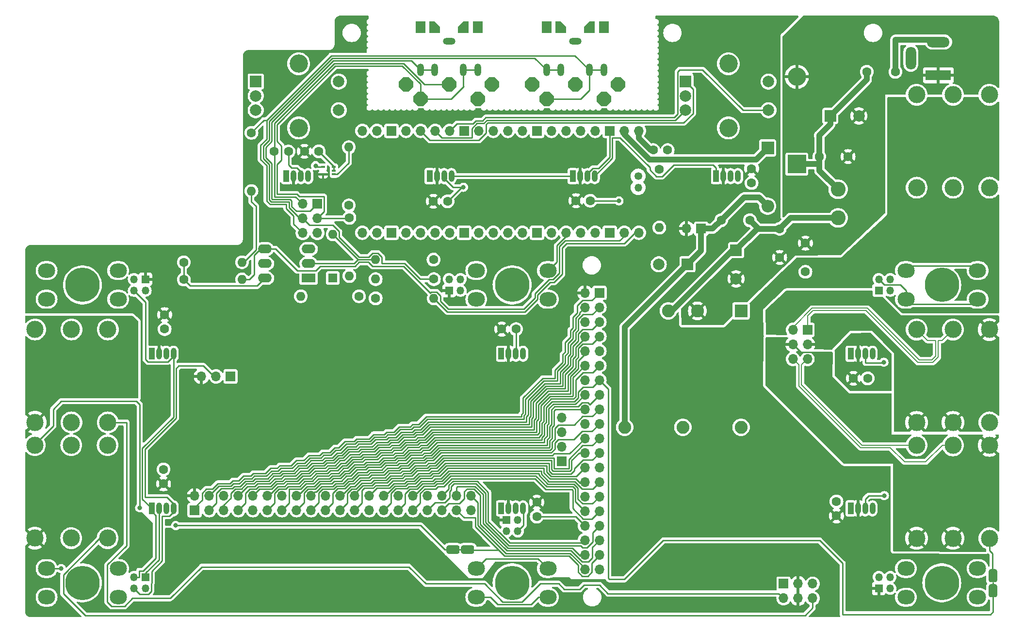
<source format=gbr>
%TF.GenerationSoftware,KiCad,Pcbnew,7.0.7-7.0.7~ubuntu23.04.1*%
%TF.CreationDate,2023-09-10T12:49:34+00:00*%
%TF.ProjectId,pedalboard-hw,70656461-6c62-46f6-9172-642d68772e6b,2.1.0*%
%TF.SameCoordinates,Original*%
%TF.FileFunction,Copper,L1,Top*%
%TF.FilePolarity,Positive*%
%FSLAX46Y46*%
G04 Gerber Fmt 4.6, Leading zero omitted, Abs format (unit mm)*
G04 Created by KiCad (PCBNEW 7.0.7-7.0.7~ubuntu23.04.1) date 2023-09-10 12:49:34*
%MOMM*%
%LPD*%
G01*
G04 APERTURE LIST*
G04 Aperture macros list*
%AMRoundRect*
0 Rectangle with rounded corners*
0 $1 Rounding radius*
0 $2 $3 $4 $5 $6 $7 $8 $9 X,Y pos of 4 corners*
0 Add a 4 corners polygon primitive as box body*
4,1,4,$2,$3,$4,$5,$6,$7,$8,$9,$2,$3,0*
0 Add four circle primitives for the rounded corners*
1,1,$1+$1,$2,$3*
1,1,$1+$1,$4,$5*
1,1,$1+$1,$6,$7*
1,1,$1+$1,$8,$9*
0 Add four rect primitives between the rounded corners*
20,1,$1+$1,$2,$3,$4,$5,0*
20,1,$1+$1,$4,$5,$6,$7,0*
20,1,$1+$1,$6,$7,$8,$9,0*
20,1,$1+$1,$8,$9,$2,$3,0*%
%AMOutline5P*
0 Free polygon, 5 corners , with rotation*
0 The origin of the aperture is its center*
0 number of corners: always 5*
0 $1 to $10 corner X, Y*
0 $11 Rotation angle, in degrees counterclockwise*
0 create outline with 5 corners*
4,1,5,$1,$2,$3,$4,$5,$6,$7,$8,$9,$10,$1,$2,$11*%
%AMOutline6P*
0 Free polygon, 6 corners , with rotation*
0 The origin of the aperture is its center*
0 number of corners: always 6*
0 $1 to $12 corner X, Y*
0 $13 Rotation angle, in degrees counterclockwise*
0 create outline with 6 corners*
4,1,6,$1,$2,$3,$4,$5,$6,$7,$8,$9,$10,$11,$12,$1,$2,$13*%
%AMOutline7P*
0 Free polygon, 7 corners , with rotation*
0 The origin of the aperture is its center*
0 number of corners: always 7*
0 $1 to $14 corner X, Y*
0 $15 Rotation angle, in degrees counterclockwise*
0 create outline with 7 corners*
4,1,7,$1,$2,$3,$4,$5,$6,$7,$8,$9,$10,$11,$12,$13,$14,$1,$2,$15*%
%AMOutline8P*
0 Free polygon, 8 corners , with rotation*
0 The origin of the aperture is its center*
0 number of corners: always 8*
0 $1 to $16 corner X, Y*
0 $17 Rotation angle, in degrees counterclockwise*
0 create outline with 8 corners*
4,1,8,$1,$2,$3,$4,$5,$6,$7,$8,$9,$10,$11,$12,$13,$14,$15,$16,$1,$2,$17*%
G04 Aperture macros list end*
%TA.AperFunction,EtchedComponent*%
%ADD10C,0.250000*%
%TD*%
%TA.AperFunction,ComponentPad*%
%ADD11C,1.600000*%
%TD*%
%TA.AperFunction,ComponentPad*%
%ADD12O,1.200000X2.200000*%
%TD*%
%TA.AperFunction,ComponentPad*%
%ADD13O,2.200000X1.200000*%
%TD*%
%TA.AperFunction,ComponentPad*%
%ADD14C,3.000000*%
%TD*%
%TA.AperFunction,ComponentPad*%
%ADD15R,4.400000X1.800000*%
%TD*%
%TA.AperFunction,ComponentPad*%
%ADD16O,4.000000X1.800000*%
%TD*%
%TA.AperFunction,ComponentPad*%
%ADD17O,1.800000X4.000000*%
%TD*%
%TA.AperFunction,WasherPad*%
%ADD18C,6.000000*%
%TD*%
%TA.AperFunction,ComponentPad*%
%ADD19R,1.350000X1.350000*%
%TD*%
%TA.AperFunction,ComponentPad*%
%ADD20O,1.350000X1.350000*%
%TD*%
%TA.AperFunction,ComponentPad*%
%ADD21O,1.600000X1.600000*%
%TD*%
%TA.AperFunction,ComponentPad*%
%ADD22R,1.000000X2.000000*%
%TD*%
%TA.AperFunction,ComponentPad*%
%ADD23O,1.000000X2.000000*%
%TD*%
%TA.AperFunction,ComponentPad*%
%ADD24R,2.250000X2.250000*%
%TD*%
%TA.AperFunction,ComponentPad*%
%ADD25C,2.250000*%
%TD*%
%TA.AperFunction,SMDPad,CuDef*%
%ADD26RoundRect,0.381000X-0.762000X-0.381000X0.762000X-0.381000X0.762000X0.381000X-0.762000X0.381000X0*%
%TD*%
%TA.AperFunction,ComponentPad*%
%ADD27R,1.700000X1.700000*%
%TD*%
%TA.AperFunction,ComponentPad*%
%ADD28O,1.700000X1.700000*%
%TD*%
%TA.AperFunction,ComponentPad*%
%ADD29O,3.000000X2.500000*%
%TD*%
%TA.AperFunction,ComponentPad*%
%ADD30R,2.400000X1.600000*%
%TD*%
%TA.AperFunction,ComponentPad*%
%ADD31O,2.400000X1.600000*%
%TD*%
%TA.AperFunction,ComponentPad*%
%ADD32C,2.600000*%
%TD*%
%TA.AperFunction,ComponentPad*%
%ADD33Outline8P,-1.250000X0.517767X-0.517767X1.250000X0.517767X1.250000X1.250000X0.517767X1.250000X-0.517767X0.517767X-1.250000X-0.517767X-1.250000X-1.250000X-0.517767X180.000000*%
%TD*%
%TA.AperFunction,ComponentPad*%
%ADD34Outline8P,-1.250000X0.517767X-0.517767X1.250000X0.517767X1.250000X1.250000X0.517767X1.250000X-0.517767X0.517767X-1.250000X-0.517767X-1.250000X-1.250000X-0.517767X270.000000*%
%TD*%
%TA.AperFunction,ComponentPad*%
%ADD35Outline5P,-0.900000X1.000000X0.900000X1.000000X0.900000X-0.100000X0.000000X-1.000000X-0.900000X-1.000000X180.000000*%
%TD*%
%TA.AperFunction,ComponentPad*%
%ADD36R,1.800000X2.000000*%
%TD*%
%TA.AperFunction,ComponentPad*%
%ADD37Outline5P,-0.900000X1.000000X0.900000X1.000000X0.900000X-1.000000X0.000000X-1.000000X-0.900000X-0.100000X180.000000*%
%TD*%
%TA.AperFunction,ComponentPad*%
%ADD38R,2.000000X2.000000*%
%TD*%
%TA.AperFunction,ComponentPad*%
%ADD39C,2.000000*%
%TD*%
%TA.AperFunction,ComponentPad*%
%ADD40C,3.200000*%
%TD*%
%TA.AperFunction,ComponentPad*%
%ADD41R,1.600000X1.600000*%
%TD*%
%TA.AperFunction,ComponentPad*%
%ADD42R,3.200000X3.200000*%
%TD*%
%TA.AperFunction,ComponentPad*%
%ADD43O,3.200000X3.200000*%
%TD*%
%TA.AperFunction,SMDPad,CuDef*%
%ADD44R,0.650000X0.400000*%
%TD*%
%TA.AperFunction,SMDPad,CuDef*%
%ADD45RoundRect,0.381000X-0.381000X0.762000X-0.381000X-0.762000X0.381000X-0.762000X0.381000X0.762000X0*%
%TD*%
%TA.AperFunction,ComponentPad*%
%ADD46R,2.200000X2.200000*%
%TD*%
%TA.AperFunction,ComponentPad*%
%ADD47O,2.200000X2.200000*%
%TD*%
%TA.AperFunction,ComponentPad*%
%ADD48C,1.350000*%
%TD*%
%TA.AperFunction,ViaPad*%
%ADD49C,0.800000*%
%TD*%
%TA.AperFunction,Conductor*%
%ADD50C,0.250000*%
%TD*%
%TA.AperFunction,Conductor*%
%ADD51C,1.000000*%
%TD*%
%TA.AperFunction,Conductor*%
%ADD52C,0.200000*%
%TD*%
G04 APERTURE END LIST*
D10*
%TO.C,F4*%
X95813000Y-113200000D02*
X96127000Y-113200000D01*
%TO.C,F5*%
X188930000Y-118949000D02*
X188930000Y-119263000D01*
%TD*%
D11*
%TO.P,C5,1*%
%TO.N,+5VP*%
X146800000Y-46700000D03*
%TO.P,C5,2*%
%TO.N,GND*%
X146800000Y-49200000D03*
%TD*%
D12*
%TO.P,J16,R*%
%TO.N,Net-(J15-Pin_6)*%
X121000000Y-29500000D03*
%TO.P,J16,RN*%
X118500000Y-29500000D03*
D13*
%TO.P,J16,S*%
%TO.N,GND*%
X116000000Y-24500000D03*
D12*
%TO.P,J16,T*%
%TO.N,Net-(J15-Pin_4)*%
X111000000Y-29500000D03*
%TO.P,J16,TN*%
X113500000Y-29500000D03*
%TD*%
D14*
%TO.P,J12,R*%
%TO.N,unconnected-(J12-PadR)*%
X28050000Y-111200000D03*
%TO.P,J12,RN*%
%TO.N,unconnected-(J12-PadRN)*%
X28050000Y-94970000D03*
%TO.P,J12,S*%
%TO.N,/Audio/GND_out*%
X21700000Y-111200000D03*
%TO.P,J12,SN*%
%TO.N,Net-(F4-Pad1)*%
X21700000Y-94970000D03*
%TO.P,J12,T*%
%TO.N,Net-(J8-out_L)*%
X34400000Y-111200000D03*
%TO.P,J12,TN*%
%TO.N,unconnected-(J12-PadTN)*%
X34400000Y-94970000D03*
%TD*%
D11*
%TO.P,C16,1*%
%TO.N,/Power Supply/fused*%
X158637600Y-44600000D03*
%TO.P,C16,2*%
%TO.N,/Power Supply/power_input_gnd*%
X163637600Y-44600000D03*
%TD*%
D15*
%TO.P,J13,1*%
%TO.N,/Power Supply/power_input_gnd*%
X179400000Y-30400000D03*
D16*
%TO.P,J13,2*%
%TO.N,/Power Supply/unfused*%
X179400000Y-24600000D03*
D17*
%TO.P,J13,3*%
%TO.N,unconnected-(J13-Pad3)*%
X174600000Y-27400000D03*
%TD*%
D18*
%TO.P,H4,*%
%TO.N,*%
X30000000Y-119000000D03*
%TD*%
D19*
%TO.P,J22,1,Pin_1*%
%TO.N,+5VP*%
X41000000Y-66000000D03*
D20*
%TO.P,J22,2,Pin_2*%
%TO.N,GND*%
X41000000Y-68000000D03*
%TO.P,J22,3,Pin_3*%
%TO.N,Net-(D8-DOUT)*%
X39000000Y-66000000D03*
%TO.P,J22,4,Pin_4*%
%TO.N,Net-(D10-DIN)*%
X39000000Y-68000000D03*
%TD*%
D11*
%TO.P,L5,1,1*%
%TO.N,/MIDI/VBUS_FILTERED*%
X130700000Y-46820000D03*
D21*
%TO.P,L5,2,2*%
%TO.N,/VBUS*%
X130700000Y-56980000D03*
%TD*%
D22*
%TO.P,D3,1,DIN*%
%TO.N,Net-(D2-DOUT)*%
X115600000Y-48000000D03*
D23*
%TO.P,D3,2,VDD*%
%TO.N,+5VP*%
X116870000Y-48000000D03*
%TO.P,D3,3,GND*%
%TO.N,GND*%
X118140000Y-48000000D03*
%TO.P,D3,4,DOUT*%
%TO.N,Net-(D3-DOUT)*%
X119410000Y-48000000D03*
%TD*%
D18*
%TO.P,H2,*%
%TO.N,*%
X105000000Y-67000000D03*
%TD*%
%TO.P,H1,*%
%TO.N,*%
X30000000Y-67000000D03*
%TD*%
D14*
%TO.P,J11,R*%
%TO.N,unconnected-(J11-PadR)*%
X28085000Y-91000000D03*
%TO.P,J11,RN*%
%TO.N,unconnected-(J11-PadRN)*%
X28085000Y-74770000D03*
%TO.P,J11,S*%
%TO.N,/Audio/GND_out*%
X21735000Y-91000000D03*
%TO.P,J11,SN*%
%TO.N,unconnected-(J11-PadSN)*%
X21735000Y-74770000D03*
%TO.P,J11,T*%
%TO.N,Net-(J8-out_R)*%
X34435000Y-91000000D03*
%TO.P,J11,TN*%
%TO.N,unconnected-(J11-PadTN)*%
X34435000Y-74770000D03*
%TD*%
D24*
%TO.P,PS1,1,CTRL*%
%TO.N,unconnected-(PS1-CTRL-Pad1)*%
X144960000Y-71520000D03*
D25*
%TO.P,PS1,2,GND*%
%TO.N,/Power Supply/power_input_gnd*%
X137340000Y-71520000D03*
%TO.P,PS1,3,VIN*%
%TO.N,/Power Supply/vin*%
X132260000Y-71520000D03*
%TO.P,PS1,4,+VO*%
%TO.N,+5VD*%
X124640000Y-91840000D03*
%TO.P,PS1,5,TRIM*%
%TO.N,unconnected-(PS1-TRIM-Pad5)*%
X134800000Y-91840000D03*
%TO.P,PS1,6,0V*%
%TO.N,GND*%
X144960000Y-91840000D03*
%TD*%
D14*
%TO.P,J10,R*%
%TO.N,/Audio/in_L-*%
X181950000Y-94995000D03*
%TO.P,J10,RN*%
%TO.N,/Audio/GND_in_L*%
X181950000Y-111225000D03*
%TO.P,J10,S*%
X188300000Y-94995000D03*
%TO.P,J10,SN*%
%TO.N,Net-(F5-Pad1)*%
X188300000Y-111225000D03*
%TO.P,J10,T*%
%TO.N,/Audio/in_L+*%
X175600000Y-94995000D03*
%TO.P,J10,TN*%
%TO.N,/Audio/GND_in_L*%
X175600000Y-111225000D03*
%TD*%
D26*
%TO.P,F4,1*%
%TO.N,Net-(F4-Pad1)*%
X94670000Y-113200000D03*
%TO.P,F4,2*%
%TO.N,/Audio/audio_out_stereo*%
X97270000Y-113200000D03*
%TD*%
D22*
%TO.P,D4,1,DIN*%
%TO.N,Net-(D3-DOUT)*%
X140600000Y-48000000D03*
D23*
%TO.P,D4,2,VDD*%
%TO.N,+5VP*%
X141870000Y-48000000D03*
%TO.P,D4,3,GND*%
%TO.N,GND*%
X143140000Y-48000000D03*
%TO.P,D4,4,DOUT*%
%TO.N,Net-(D4-DOUT)*%
X144410000Y-48000000D03*
%TD*%
D11*
%TO.P,C10,1*%
%TO.N,+5VP*%
X109310000Y-104930000D03*
%TO.P,C10,2*%
%TO.N,GND*%
X109310000Y-107430000D03*
%TD*%
D22*
%TO.P,D7,1,DIN*%
%TO.N,Net-(D6-DOUT)*%
X103100000Y-106000000D03*
D23*
%TO.P,D7,2,VDD*%
%TO.N,+5VP*%
X104370000Y-106000000D03*
%TO.P,D7,3,GND*%
%TO.N,GND*%
X105640000Y-106000000D03*
%TO.P,D7,4,DOUT*%
%TO.N,Net-(D7-DOUT)*%
X106910000Y-106000000D03*
%TD*%
D19*
%TO.P,J19,1,Pin_1*%
%TO.N,+5VP*%
X169000000Y-120000000D03*
D20*
%TO.P,J19,2,Pin_2*%
%TO.N,GND*%
X169000000Y-118000000D03*
%TO.P,J19,3,Pin_3*%
%TO.N,Net-(D5-DOUT)*%
X171000000Y-120000000D03*
%TO.P,J19,4,Pin_4*%
%TO.N,Net-(D6-DOUT)*%
X171000000Y-118000000D03*
%TD*%
D27*
%TO.P,J7,1,3V3*%
%TO.N,Net-(J7-3V3-Pad1)*%
X49590000Y-106320000D03*
D28*
%TO.P,J7,2,5V*%
%TO.N,+5VP*%
X49590000Y-103780000D03*
%TO.P,J7,3,SDA/GPIO2*%
%TO.N,/Audio/conf_i2c_sda*%
X52130000Y-106320000D03*
%TO.P,J7,4,5V*%
%TO.N,Net-(J7-5V-Pad4)*%
X52130000Y-103780000D03*
%TO.P,J7,5,SCL/GPIO3*%
%TO.N,/Audio/conf_i2c_scl*%
X54670000Y-106320000D03*
%TO.P,J7,6,GND*%
%TO.N,GND*%
X54670000Y-103780000D03*
%TO.P,J7,7,GCLK0/GPIO4*%
%TO.N,Net-(J7-GCLK0{slash}GPIO4)*%
X57210000Y-106320000D03*
%TO.P,J7,8,GPIO14/TXD*%
%TO.N,/Audio/INT_MIDI_TX*%
X57210000Y-103780000D03*
%TO.P,J7,9,GND*%
%TO.N,GND*%
X59750000Y-106320000D03*
%TO.P,J7,10,GPIO15/RXD*%
%TO.N,/Audio/INT_MIDI_RX*%
X59750000Y-103780000D03*
%TO.P,J7,11,GPIO17*%
%TO.N,Net-(J7-GPIO17)*%
X62290000Y-106320000D03*
%TO.P,J7,12,GPIO18/PWM0*%
%TO.N,/Audio/audio_pcm_clk*%
X62290000Y-103780000D03*
%TO.P,J7,13,GPIO27*%
%TO.N,/Audio/audio_in_stereo*%
X64830000Y-106320000D03*
%TO.P,J7,14,GND*%
%TO.N,GND*%
X64830000Y-103780000D03*
%TO.P,J7,15,GPIO22*%
%TO.N,Net-(J7-GPIO22)*%
X67370000Y-106320000D03*
%TO.P,J7,16,GPIO23*%
%TO.N,Net-(J7-GPIO23)*%
X67370000Y-103780000D03*
%TO.P,J7,17,3V3*%
%TO.N,Net-(J7-3V3-Pad17)*%
X69910000Y-106320000D03*
%TO.P,J7,18,GPIO24*%
%TO.N,Net-(J7-GPIO24)*%
X69910000Y-103780000D03*
%TO.P,J7,19,MOSI0/GPIO10*%
%TO.N,Net-(J7-MOSI0{slash}GPIO10)*%
X72450000Y-106320000D03*
%TO.P,J7,20,GND*%
%TO.N,GND*%
X72450000Y-103780000D03*
%TO.P,J7,21,MISO0/GPIO9*%
%TO.N,Net-(J7-MISO0{slash}GPIO9)*%
X74990000Y-106320000D03*
%TO.P,J7,22,GPIO25*%
%TO.N,Net-(J7-GPIO25)*%
X74990000Y-103780000D03*
%TO.P,J7,23,SCLK0/GPIO11*%
%TO.N,Net-(J7-SCLK0{slash}GPIO11)*%
X77530000Y-106320000D03*
%TO.P,J7,24,~{CE0}/GPIO8*%
%TO.N,Net-(J7-~{CE0}{slash}GPIO8)*%
X77530000Y-103780000D03*
%TO.P,J7,25,GND*%
%TO.N,GND*%
X80070000Y-106320000D03*
%TO.P,J7,26,~{CE1}/GPIO7*%
%TO.N,Net-(J7-~{CE1}{slash}GPIO7)*%
X80070000Y-103780000D03*
%TO.P,J7,27,ID_SD/GPIO0*%
%TO.N,Net-(J7-ID_SD{slash}GPIO0)*%
X82610000Y-106320000D03*
%TO.P,J7,28,ID_SC/GPIO1*%
%TO.N,Net-(J7-ID_SC{slash}GPIO1)*%
X82610000Y-103780000D03*
%TO.P,J7,29,GCLK1/GPIO5*%
%TO.N,Net-(J7-GCLK1{slash}GPIO5)*%
X85150000Y-106320000D03*
%TO.P,J7,30,GND*%
%TO.N,GND*%
X85150000Y-103780000D03*
%TO.P,J7,31,GCLK2/GPIO6*%
%TO.N,Net-(J7-GCLK2{slash}GPIO6)*%
X87690000Y-106320000D03*
%TO.P,J7,32,PWM0/GPIO12*%
%TO.N,Net-(J7-PWM0{slash}GPIO12)*%
X87690000Y-103780000D03*
%TO.P,J7,33,PWM1/GPIO13*%
%TO.N,Net-(J7-PWM1{slash}GPIO13)*%
X90230000Y-106320000D03*
%TO.P,J7,34,GND*%
%TO.N,GND*%
X90230000Y-103780000D03*
%TO.P,J7,35,GPIO19/MISO1*%
%TO.N,/Audio/audio_pcm_fs*%
X92770000Y-106320000D03*
%TO.P,J7,36,GPIO16*%
%TO.N,Net-(J7-GPIO16)*%
X92770000Y-103780000D03*
%TO.P,J7,37,GPIO26*%
%TO.N,/Audio/audio_out_stereo*%
X95310000Y-106320000D03*
%TO.P,J7,38,GPIO20/MOSI1*%
%TO.N,/Audio/audio_pcm_din*%
X95310000Y-103780000D03*
%TO.P,J7,39,GND*%
%TO.N,GND*%
X97850000Y-106320000D03*
%TO.P,J7,40,GPIO21/SCLK1*%
%TO.N,/Audio/audio_pcm_dout*%
X97850000Y-103780000D03*
%TD*%
D11*
%TO.P,C11,1*%
%TO.N,+5VP*%
X161620000Y-107300000D03*
%TO.P,C11,2*%
%TO.N,GND*%
X161620000Y-104800000D03*
%TD*%
D19*
%TO.P,J23,1,Pin_1*%
%TO.N,+5VP*%
X41000000Y-118000000D03*
D20*
%TO.P,J23,2,Pin_2*%
%TO.N,GND*%
X41000000Y-120000000D03*
%TO.P,J23,3,Pin_3*%
%TO.N,Net-(D10-DIN)*%
X39000000Y-118000000D03*
%TO.P,J23,4,Pin_4*%
%TO.N,Net-(D10-DOUT)*%
X39000000Y-120000000D03*
%TD*%
D11*
%TO.P,C9,1*%
%TO.N,+5VP*%
X44155000Y-101700000D03*
%TO.P,C9,2*%
%TO.N,GND*%
X44155000Y-99200000D03*
%TD*%
D29*
%TO.P,SW2,1,1*%
%TO.N,/MIDI/SW_E*%
X98750000Y-64500000D03*
X111250000Y-64500000D03*
%TO.P,SW2,2,2*%
%TO.N,GND*%
X98750000Y-69500000D03*
X111250000Y-69500000D03*
%TD*%
D22*
%TO.P,D9,1,DIN*%
%TO.N,Net-(D8-DOUT)*%
X42100000Y-79000000D03*
D23*
%TO.P,D9,2,VDD*%
%TO.N,+5VP*%
X43370000Y-79000000D03*
%TO.P,D9,3,GND*%
%TO.N,GND*%
X44640000Y-79000000D03*
%TO.P,D9,4,DOUT*%
%TO.N,Net-(D10-DIN)*%
X45910000Y-79000000D03*
%TD*%
D19*
%TO.P,J21,1,Pin_1*%
%TO.N,+5VP*%
X94000000Y-68000000D03*
D20*
%TO.P,J21,2,Pin_2*%
%TO.N,GND*%
X94000000Y-66000000D03*
%TO.P,J21,3,Pin_3*%
%TO.N,Net-(D7-DOUT)*%
X96000000Y-68000000D03*
%TO.P,J21,4,Pin_4*%
%TO.N,Net-(D8-DOUT)*%
X96000000Y-66000000D03*
%TD*%
D11*
%TO.P,R5,1*%
%TO.N,/LEDs/RGB_DATA*%
X76500000Y-53105000D03*
D21*
%TO.P,R5,2*%
%TO.N,Net-(U3-A)*%
X76500000Y-42945000D03*
%TD*%
D30*
%TO.P,U2,1*%
%TO.N,Net-(D11-K)*%
X69475000Y-65800000D03*
D31*
%TO.P,U2,2*%
%TO.N,Net-(D11-A)*%
X69475000Y-63260000D03*
%TO.P,U2,3*%
%TO.N,unconnected-(U2-Pad3)*%
X69475000Y-60720000D03*
%TO.P,U2,4*%
%TO.N,/MIDI/EXT_MIDI_RX*%
X61855000Y-60720000D03*
%TO.P,U2,5*%
%TO.N,GND*%
X61855000Y-63260000D03*
%TO.P,U2,6*%
%TO.N,+3.3V*%
X61855000Y-65800000D03*
%TD*%
D32*
%TO.P,L6,1,1*%
%TO.N,/Power Supply/fused*%
X161900000Y-50300000D03*
%TO.P,L6,2,2*%
%TO.N,/Power Supply/vin*%
X161900000Y-55300000D03*
%TD*%
D14*
%TO.P,J3,R*%
%TO.N,Net-(U1-GPIO28_ADC2)*%
X181965000Y-33800000D03*
%TO.P,J3,RN*%
%TO.N,Net-(U1-AGND)*%
X181965000Y-50030000D03*
%TO.P,J3,S*%
X188315000Y-33800000D03*
%TO.P,J3,SN*%
%TO.N,unconnected-(J3-PadSN)*%
X188315000Y-50030000D03*
%TO.P,J3,T*%
%TO.N,Net-(U1-ADC_VREF)*%
X175615000Y-33800000D03*
%TO.P,J3,TN*%
%TO.N,unconnected-(J3-PadTN)*%
X175615000Y-50030000D03*
%TD*%
D11*
%TO.P,C1,1*%
%TO.N,Net-(J15-Pin_2)*%
X63475000Y-43700000D03*
%TO.P,C1,2*%
%TO.N,GND*%
X65975000Y-43700000D03*
%TD*%
D33*
%TO.P,J1,1*%
%TO.N,unconnected-(J1-Pad1)*%
X108500000Y-32000000D03*
D34*
%TO.P,J1,2*%
%TO.N,GND*%
X116000000Y-32000000D03*
D33*
%TO.P,J1,3*%
%TO.N,unconnected-(J1-Pad3)*%
X123500000Y-32000000D03*
%TO.P,J1,4*%
%TO.N,Net-(J15-Pin_6)*%
X111000000Y-34500000D03*
%TO.P,J1,5*%
%TO.N,Net-(J15-Pin_4)*%
X121000000Y-34500000D03*
D35*
%TO.P,J1,PE*%
%TO.N,N/C*%
X118500000Y-22000000D03*
D36*
%TO.P,J1,PE1*%
X121000000Y-22000000D03*
%TO.P,J1,PE2*%
X111000000Y-22000000D03*
D37*
%TO.P,J1,PE@*%
X113500000Y-22000000D03*
%TD*%
D22*
%TO.P,D2,1,DIN*%
%TO.N,Net-(D1-DOUT)*%
X90600000Y-48000000D03*
D23*
%TO.P,D2,2,VDD*%
%TO.N,+5VP*%
X91870000Y-48000000D03*
%TO.P,D2,3,GND*%
%TO.N,GND*%
X93140000Y-48000000D03*
%TO.P,D2,4,DOUT*%
%TO.N,Net-(D2-DOUT)*%
X94410000Y-48000000D03*
%TD*%
D38*
%TO.P,SW7,A,A*%
%TO.N,/MIDI/ROT_VOL_A*%
X60250000Y-31500000D03*
D39*
%TO.P,SW7,B,B*%
%TO.N,/MIDI/ROT_VOL_B*%
X60250000Y-36500000D03*
%TO.P,SW7,C,C*%
%TO.N,GND*%
X60250000Y-34000000D03*
D40*
%TO.P,SW7,MP*%
%TO.N,N/C*%
X67750000Y-28400000D03*
X67750000Y-39600000D03*
D39*
%TO.P,SW7,S1,S1*%
%TO.N,/MIDI/SW_VOL*%
X74750000Y-36500000D03*
%TO.P,SW7,S2,S2*%
%TO.N,GND*%
X74750000Y-31500000D03*
%TD*%
D11*
%TO.P,C2,1*%
%TO.N,+5VP*%
X68750000Y-43675000D03*
%TO.P,C2,2*%
%TO.N,GND*%
X71250000Y-43675000D03*
%TD*%
%TO.P,C8,1*%
%TO.N,+5VP*%
X164570000Y-83300000D03*
%TO.P,C8,2*%
%TO.N,GND*%
X167070000Y-83300000D03*
%TD*%
D38*
%TO.P,C14,1*%
%TO.N,/Power Supply/vin*%
X144100000Y-60932323D03*
D39*
%TO.P,C14,2*%
%TO.N,/Power Supply/power_input_gnd*%
X144100000Y-65932323D03*
%TD*%
D19*
%TO.P,J18,1,Pin_1*%
%TO.N,+5VP*%
X169000000Y-68000000D03*
D20*
%TO.P,J18,2,Pin_2*%
%TO.N,GND*%
X169000000Y-66000000D03*
%TO.P,J18,3,Pin_3*%
%TO.N,Net-(D4-DOUT)*%
X171000000Y-68000000D03*
%TO.P,J18,4,Pin_4*%
%TO.N,Net-(D5-DOUT)*%
X171000000Y-66000000D03*
%TD*%
D18*
%TO.P,H3,*%
%TO.N,*%
X180000000Y-67000000D03*
%TD*%
D11*
%TO.P,R1,1*%
%TO.N,Net-(L1-Pad2)*%
X78280000Y-68980000D03*
D21*
%TO.P,R1,2*%
%TO.N,Net-(D11-K)*%
X68120000Y-68980000D03*
%TD*%
D38*
%TO.P,C15,1*%
%TO.N,+5VD*%
X135600000Y-63400000D03*
D39*
%TO.P,C15,2*%
%TO.N,GND*%
X130600000Y-63400000D03*
%TD*%
D22*
%TO.P,D1,1,DIN*%
%TO.N,Net-(D1-DIN)*%
X65600000Y-48000000D03*
D23*
%TO.P,D1,2,VDD*%
%TO.N,+5VP*%
X66870000Y-48000000D03*
%TO.P,D1,3,GND*%
%TO.N,GND*%
X68140000Y-48000000D03*
%TO.P,D1,4,DOUT*%
%TO.N,Net-(D1-DOUT)*%
X69410000Y-48000000D03*
%TD*%
D11*
%TO.P,C3,1*%
%TO.N,+5VP*%
X91250000Y-52400000D03*
%TO.P,C3,2*%
%TO.N,GND*%
X93750000Y-52400000D03*
%TD*%
D14*
%TO.P,J9,R*%
%TO.N,/Audio/in_R-*%
X181950000Y-74780000D03*
%TO.P,J9,RN*%
%TO.N,/Audio/GND_in_R*%
X181950000Y-91010000D03*
%TO.P,J9,S*%
X188300000Y-74780000D03*
%TO.P,J9,SN*%
%TO.N,unconnected-(J9-PadSN)*%
X188300000Y-91010000D03*
%TO.P,J9,T*%
%TO.N,/Audio/in_R+*%
X175600000Y-74780000D03*
%TO.P,J9,TN*%
%TO.N,/Audio/GND_in_R*%
X175600000Y-91010000D03*
%TD*%
D18*
%TO.P,H5,*%
%TO.N,*%
X105000000Y-119000000D03*
%TD*%
D29*
%TO.P,SW1,1,1*%
%TO.N,/MIDI/SW_D*%
X23750000Y-64500000D03*
X36250000Y-64500000D03*
%TO.P,SW1,2,2*%
%TO.N,GND*%
X23750000Y-69500000D03*
X36250000Y-69500000D03*
%TD*%
D11*
%TO.P,C12,1*%
%TO.N,/MIDI/VBUS_FILTERED*%
X129650000Y-43470000D03*
%TO.P,C12,2*%
%TO.N,GND*%
X132150000Y-43470000D03*
%TD*%
%TO.P,R3,1*%
%TO.N,+3.3V*%
X47695000Y-63050000D03*
D21*
%TO.P,R3,2*%
%TO.N,Net-(L3-Pad2)*%
X57855000Y-63050000D03*
%TD*%
D38*
%TO.P,C13,1*%
%TO.N,/Power Supply/fused*%
X160532323Y-37500000D03*
D39*
%TO.P,C13,2*%
%TO.N,/Power Supply/power_input_gnd*%
X165532323Y-37500000D03*
%TD*%
D19*
%TO.P,J20,1,Pin_1*%
%TO.N,+5VP*%
X104000000Y-108000000D03*
D20*
%TO.P,J20,2,Pin_2*%
%TO.N,GND*%
X106000000Y-108000000D03*
%TO.P,J20,3,Pin_3*%
%TO.N,Net-(D6-DOUT)*%
X104000000Y-110000000D03*
%TO.P,J20,4,Pin_4*%
%TO.N,Net-(D7-DOUT)*%
X106000000Y-110000000D03*
%TD*%
D22*
%TO.P,D5,1,DIN*%
%TO.N,Net-(D4-DOUT)*%
X164100000Y-79000000D03*
D23*
%TO.P,D5,2,VDD*%
%TO.N,+5VP*%
X165370000Y-79000000D03*
%TO.P,D5,3,GND*%
%TO.N,GND*%
X166640000Y-79000000D03*
%TO.P,D5,4,DOUT*%
%TO.N,Net-(D5-DOUT)*%
X167910000Y-79000000D03*
%TD*%
D11*
%TO.P,R4,1*%
%TO.N,Net-(L4-Pad2)*%
X81190000Y-69340000D03*
D21*
%TO.P,R4,2*%
%TO.N,/MIDI/EXT_MIDI_TX*%
X91350000Y-69340000D03*
%TD*%
D22*
%TO.P,D10,1,DIN*%
%TO.N,Net-(D10-DIN)*%
X42100000Y-106000000D03*
D23*
%TO.P,D10,2,VDD*%
%TO.N,+5VP*%
X43370000Y-106000000D03*
%TO.P,D10,3,GND*%
%TO.N,GND*%
X44640000Y-106000000D03*
%TO.P,D10,4,DOUT*%
%TO.N,Net-(D10-DOUT)*%
X45910000Y-106000000D03*
%TD*%
D11*
%TO.P,L1,1,1*%
%TO.N,Net-(J15-Pin_3)*%
X76600000Y-55270000D03*
D21*
%TO.P,L1,2,2*%
%TO.N,Net-(L1-Pad2)*%
X76600000Y-65430000D03*
%TD*%
D11*
%TO.P,C18,1*%
%TO.N,/Power Supply/vin*%
X146500000Y-55700000D03*
%TO.P,C18,2*%
%TO.N,+5VD*%
X141500000Y-55700000D03*
%TD*%
D41*
%TO.P,D11,1,K*%
%TO.N,Net-(D11-K)*%
X73700000Y-65775000D03*
D21*
%TO.P,D11,2,A*%
%TO.N,Net-(D11-A)*%
X73700000Y-58155000D03*
%TD*%
D11*
%TO.P,C4,1*%
%TO.N,+5VP*%
X116150000Y-52300000D03*
%TO.P,C4,2*%
%TO.N,GND*%
X118650000Y-52300000D03*
%TD*%
D42*
%TO.P,D12,1,K*%
%TO.N,/Power Supply/fused*%
X154700000Y-45900000D03*
D43*
%TO.P,D12,2,A*%
%TO.N,/Power Supply/power_input_gnd*%
X154700000Y-30660000D03*
%TD*%
D11*
%TO.P,L2,1,1*%
%TO.N,Net-(J15-Pin_1)*%
X91280000Y-62575000D03*
D21*
%TO.P,L2,2,2*%
%TO.N,Net-(D11-A)*%
X81120000Y-62575000D03*
%TD*%
D11*
%TO.P,F1,1*%
%TO.N,/Power Supply/unfused*%
X171900000Y-29800000D03*
%TO.P,F1,2*%
%TO.N,/Power Supply/fused*%
X166900000Y-29800000D03*
%TD*%
%TO.P,C17,1*%
%TO.N,/Power Supply/vin*%
X151700000Y-57200000D03*
%TO.P,C17,2*%
%TO.N,/Power Supply/power_input_gnd*%
X151700000Y-62200000D03*
%TD*%
D22*
%TO.P,D6,1,DIN*%
%TO.N,Net-(D5-DOUT)*%
X164100000Y-106000000D03*
D23*
%TO.P,D6,2,VDD*%
%TO.N,+5VP*%
X165370000Y-106000000D03*
%TO.P,D6,3,GND*%
%TO.N,GND*%
X166640000Y-106000000D03*
%TO.P,D6,4,DOUT*%
%TO.N,Net-(D6-DOUT)*%
X167910000Y-106000000D03*
%TD*%
D29*
%TO.P,SW6,1,1*%
%TO.N,/MIDI/SW_C*%
X173750000Y-116500000D03*
X186250000Y-116500000D03*
%TO.P,SW6,2,2*%
%TO.N,GND*%
X173750000Y-121500000D03*
X186250000Y-121500000D03*
%TD*%
D18*
%TO.P,H6,*%
%TO.N,*%
X180000000Y-119000000D03*
%TD*%
D29*
%TO.P,SW3,1,1*%
%TO.N,/MIDI/SW_F*%
X173750000Y-64500000D03*
X186250000Y-64500000D03*
%TO.P,SW3,2,2*%
%TO.N,GND*%
X173750000Y-69500000D03*
X186250000Y-69500000D03*
%TD*%
D11*
%TO.P,C7,1*%
%TO.N,+5VP*%
X103200000Y-74700000D03*
%TO.P,C7,2*%
%TO.N,GND*%
X105700000Y-74700000D03*
%TD*%
D29*
%TO.P,SW4,1,1*%
%TO.N,/MIDI/SW_A*%
X23750000Y-116500000D03*
X36250000Y-116500000D03*
%TO.P,SW4,2,2*%
%TO.N,GND*%
X23750000Y-121500000D03*
X36250000Y-121500000D03*
%TD*%
D11*
%TO.P,L4,1,1*%
%TO.N,Net-(J15-Pin_4)*%
X91350000Y-65980000D03*
D21*
%TO.P,L4,2,2*%
%TO.N,Net-(L4-Pad2)*%
X81190000Y-65980000D03*
%TD*%
D44*
%TO.P,U3,1,A*%
%TO.N,Net-(U3-A)*%
X73900000Y-47700000D03*
%TO.P,U3,2,B*%
%TO.N,GND*%
X73900000Y-47050000D03*
%TO.P,U3,3,GND*%
X73900000Y-46400000D03*
%TO.P,U3,4,Y*%
%TO.N,Net-(D1-DIN)*%
X72000000Y-46400000D03*
%TO.P,U3,5,VCC*%
%TO.N,+5VP*%
X72000000Y-47700000D03*
%TD*%
D38*
%TO.P,SW8,A,A*%
%TO.N,/MIDI/ROT_GAIN_A*%
X135250000Y-31500000D03*
D39*
%TO.P,SW8,B,B*%
%TO.N,/MIDI/ROT_GAIN_B*%
X135250000Y-36500000D03*
%TO.P,SW8,C,C*%
%TO.N,GND*%
X135250000Y-34000000D03*
D40*
%TO.P,SW8,MP*%
%TO.N,N/C*%
X142750000Y-28400000D03*
X142750000Y-39600000D03*
D39*
%TO.P,SW8,S1,S1*%
%TO.N,/MIDI/SW_GAIN*%
X149750000Y-36500000D03*
%TO.P,SW8,S2,S2*%
%TO.N,GND*%
X149750000Y-31500000D03*
%TD*%
D11*
%TO.P,R2,1*%
%TO.N,+3.3V*%
X47695000Y-66050000D03*
D21*
%TO.P,R2,2*%
%TO.N,/MIDI/EXT_MIDI_RX*%
X57855000Y-66050000D03*
%TD*%
D29*
%TO.P,SW5,1,1*%
%TO.N,/MIDI/SW_B*%
X98750000Y-116500000D03*
X111250000Y-116500000D03*
%TO.P,SW5,2,2*%
%TO.N,GND*%
X98750000Y-121500000D03*
X111250000Y-121500000D03*
%TD*%
D11*
%TO.P,C19,1*%
%TO.N,GND*%
X156200000Y-64700000D03*
%TO.P,C19,2*%
%TO.N,/Power Supply/power_input_gnd*%
X156200000Y-59700000D03*
%TD*%
D33*
%TO.P,J2,1*%
%TO.N,unconnected-(J2-Pad1)*%
X86505500Y-32000000D03*
D34*
%TO.P,J2,2*%
%TO.N,Net-(J15-Pin_2)*%
X94005500Y-32000000D03*
D33*
%TO.P,J2,3*%
%TO.N,unconnected-(J2-Pad3)*%
X101505500Y-32000000D03*
%TO.P,J2,4*%
%TO.N,Net-(J15-Pin_3)*%
X89005500Y-34500000D03*
%TO.P,J2,5*%
%TO.N,Net-(J15-Pin_1)*%
X99005500Y-34500000D03*
D35*
%TO.P,J2,PE*%
%TO.N,N/C*%
X96505500Y-22000000D03*
D36*
%TO.P,J2,PE1*%
X99005500Y-22000000D03*
%TO.P,J2,PE2*%
X89005500Y-22000000D03*
D37*
%TO.P,J2,PE@*%
X91505500Y-22000000D03*
%TD*%
D11*
%TO.P,C6,1*%
%TO.N,+5VP*%
X44355000Y-72200000D03*
%TO.P,C6,2*%
%TO.N,GND*%
X44355000Y-74700000D03*
%TD*%
D45*
%TO.P,F5,1*%
%TO.N,Net-(F5-Pad1)*%
X188930000Y-117806000D03*
%TO.P,F5,2*%
%TO.N,/Audio/audio_in_stereo*%
X188930000Y-120406000D03*
%TD*%
D46*
%TO.P,D13,1,K*%
%TO.N,/MIDI/VSYS*%
X149606000Y-43078400D03*
D47*
%TO.P,D13,2,A*%
%TO.N,+5VD*%
X149606000Y-53238400D03*
%TD*%
D22*
%TO.P,D8,1,DIN*%
%TO.N,Net-(D7-DOUT)*%
X103100000Y-79000000D03*
D23*
%TO.P,D8,2,VDD*%
%TO.N,+5VP*%
X104370000Y-79000000D03*
%TO.P,D8,3,GND*%
%TO.N,GND*%
X105640000Y-79000000D03*
%TO.P,D8,4,DOUT*%
%TO.N,Net-(D8-DOUT)*%
X106910000Y-79000000D03*
%TD*%
D11*
%TO.P,L3,1,1*%
%TO.N,Net-(J15-Pin_6)*%
X59500000Y-40445000D03*
D21*
%TO.P,L3,2,2*%
%TO.N,Net-(L3-Pad2)*%
X59500000Y-50605000D03*
%TD*%
D12*
%TO.P,J17,R*%
%TO.N,Net-(J15-Pin_3)*%
X99000000Y-29500000D03*
%TO.P,J17,RN*%
X96500000Y-29500000D03*
D13*
%TO.P,J17,S*%
%TO.N,Net-(J15-Pin_2)*%
X94000000Y-24500000D03*
D12*
%TO.P,J17,T*%
%TO.N,Net-(J15-Pin_1)*%
X89000000Y-29500000D03*
%TO.P,J17,TN*%
X91500000Y-29500000D03*
%TD*%
D27*
%TO.P,J6,1,VBUS*%
%TO.N,/VBUS*%
X113625000Y-97780000D03*
D28*
%TO.P,J6,2,D-*%
%TO.N,/Audio/USB_DN*%
X113625000Y-95240000D03*
%TO.P,J6,3,D+*%
%TO.N,/Audio/USB_DP*%
X113625000Y-92700000D03*
%TO.P,J6,4,GND*%
%TO.N,GND*%
X113625000Y-90160000D03*
%TD*%
D27*
%TO.P,J14,1,Pin_1*%
%TO.N,+5VD*%
X138000000Y-57175000D03*
D28*
%TO.P,J14,2,Pin_2*%
%TO.N,+5VP*%
X135460000Y-57175000D03*
%TD*%
D48*
%TO.P,J5,1,Pin_1*%
%TO.N,/Audio/USB_DN*%
X127000000Y-48000000D03*
D20*
%TO.P,J5,2,Pin_2*%
%TO.N,/Audio/USB_DP*%
X127000000Y-50000000D03*
%TD*%
D28*
%TO.P,U1,1,GPIO0*%
%TO.N,/MIDI/EXT_MIDI_TX*%
X127130000Y-57890000D03*
%TO.P,U1,2,GPIO1*%
%TO.N,/MIDI/EXT_MIDI_RX*%
X124590000Y-57890000D03*
D27*
%TO.P,U1,3,GND*%
%TO.N,GND*%
X122050000Y-57890000D03*
D28*
%TO.P,U1,4,GPIO2*%
%TO.N,/MIDI/SW_C*%
X119510000Y-57890000D03*
%TO.P,U1,5,GPIO3*%
%TO.N,/MIDI/SW_F*%
X116970000Y-57890000D03*
%TO.P,U1,6,GPIO4*%
%TO.N,/MIDI/SW_E*%
X114430000Y-57890000D03*
%TO.P,U1,7,GPIO5*%
%TO.N,/MIDI/SW_B*%
X111890000Y-57890000D03*
D27*
%TO.P,U1,8,GND*%
%TO.N,GND*%
X109350000Y-57890000D03*
D28*
%TO.P,U1,9,GPIO6*%
%TO.N,/MIDI/SW_A*%
X106810000Y-57890000D03*
%TO.P,U1,10,GPIO7*%
%TO.N,/MIDI/SW_D*%
X104270000Y-57890000D03*
%TO.P,U1,11,GPIO8*%
%TO.N,Net-(U1-GPIO8)*%
X101730000Y-57890000D03*
%TO.P,U1,12,GPIO9*%
%TO.N,Net-(U1-GPIO9)*%
X99190000Y-57890000D03*
D27*
%TO.P,U1,13,GND*%
%TO.N,GND*%
X96650000Y-57890000D03*
D28*
%TO.P,U1,14,GPIO10*%
%TO.N,unconnected-(U1-GPIO10-Pad14)*%
X94110000Y-57890000D03*
%TO.P,U1,15,GPIO11*%
%TO.N,/LEDs/RGB_DATA*%
X91570000Y-57890000D03*
%TO.P,U1,16,GPIO12*%
%TO.N,unconnected-(U1-GPIO12-Pad16)*%
X89030000Y-57890000D03*
%TO.P,U1,17,GPIO13*%
%TO.N,unconnected-(U1-GPIO13-Pad17)*%
X86490000Y-57890000D03*
D27*
%TO.P,U1,18,GND*%
%TO.N,GND*%
X83950000Y-57890000D03*
D28*
%TO.P,U1,19,GPIO14*%
%TO.N,unconnected-(U1-GPIO14-Pad19)*%
X81410000Y-57890000D03*
%TO.P,U1,20,GPIO15*%
%TO.N,unconnected-(U1-GPIO15-Pad20)*%
X78870000Y-57890000D03*
%TO.P,U1,21,GPIO16*%
%TO.N,/MIDI/ROT_VOL_A*%
X78870000Y-40110000D03*
%TO.P,U1,22,GPIO17*%
%TO.N,/MIDI/ROT_VOL_B*%
X81410000Y-40110000D03*
D27*
%TO.P,U1,23,GND*%
%TO.N,GND*%
X83950000Y-40110000D03*
D28*
%TO.P,U1,24,GPIO18*%
%TO.N,/MIDI/SW_VOL*%
X86490000Y-40110000D03*
%TO.P,U1,25,GPIO19*%
%TO.N,/MIDI/ROT_GAIN_A*%
X89030000Y-40110000D03*
%TO.P,U1,26,GPIO20*%
%TO.N,/MIDI/ROT_GAIN_B*%
X91570000Y-40110000D03*
%TO.P,U1,27,GPIO21*%
%TO.N,/MIDI/SW_GAIN*%
X94110000Y-40110000D03*
D27*
%TO.P,U1,28,GND*%
%TO.N,GND*%
X96650000Y-40110000D03*
D28*
%TO.P,U1,29,GPIO22*%
%TO.N,unconnected-(U1-GPIO22-Pad29)*%
X99190000Y-40110000D03*
%TO.P,U1,30,RUN*%
%TO.N,unconnected-(U1-RUN-Pad30)*%
X101730000Y-40110000D03*
%TO.P,U1,31,GPIO26_ADC0*%
%TO.N,unconnected-(U1-GPIO26_ADC0-Pad31)*%
X104270000Y-40110000D03*
%TO.P,U1,32,GPIO27_ADC1*%
%TO.N,unconnected-(U1-GPIO27_ADC1-Pad32)*%
X106810000Y-40110000D03*
D27*
%TO.P,U1,33,AGND*%
%TO.N,Net-(U1-AGND)*%
X109350000Y-40110000D03*
D28*
%TO.P,U1,34,GPIO28_ADC2*%
%TO.N,Net-(U1-GPIO28_ADC2)*%
X111890000Y-40110000D03*
%TO.P,U1,35,ADC_VREF*%
%TO.N,Net-(U1-ADC_VREF)*%
X114430000Y-40110000D03*
%TO.P,U1,36,3V3*%
%TO.N,+3.3V*%
X116970000Y-40110000D03*
%TO.P,U1,37,3V3_EN*%
%TO.N,unconnected-(U1-3V3_EN-Pad37)*%
X119510000Y-40110000D03*
D27*
%TO.P,U1,38,GND*%
%TO.N,GND*%
X122050000Y-40110000D03*
D28*
%TO.P,U1,39,VSYS*%
%TO.N,/MIDI/VSYS*%
X124590000Y-40110000D03*
%TO.P,U1,40,VBUS*%
%TO.N,/MIDI/VBUS_FILTERED*%
X127130000Y-40110000D03*
%TD*%
D27*
%TO.P,J4,1,Pin_1*%
%TO.N,GND*%
X55865000Y-82962600D03*
D28*
%TO.P,J4,2,Pin_2*%
%TO.N,Net-(D10-DOUT)*%
X53325000Y-82962600D03*
%TO.P,J4,3,Pin_3*%
%TO.N,+5VP*%
X50785000Y-82962600D03*
%TD*%
D27*
%TO.P,J8,1,3V3*%
%TO.N,Net-(J7-3V3-Pad1)*%
X120250000Y-68375600D03*
D28*
%TO.P,J8,2,5V*%
%TO.N,+5VP*%
X117710000Y-68375600D03*
%TO.P,J8,3,SDA/GPIO2*%
%TO.N,/Audio/conf_i2c_sda*%
X120250000Y-70915600D03*
%TO.P,J8,4,5V*%
%TO.N,Net-(J7-5V-Pad4)*%
X117710000Y-70915600D03*
%TO.P,J8,5,SCL/GPIO3*%
%TO.N,/Audio/conf_i2c_scl*%
X120250000Y-73455600D03*
%TO.P,J8,6,GND*%
%TO.N,GND*%
X117710000Y-73455600D03*
%TO.P,J8,7,GCLK0/GPIO4*%
%TO.N,Net-(J7-GCLK0{slash}GPIO4)*%
X120250000Y-75995600D03*
%TO.P,J8,8,GPIO14/TXD*%
%TO.N,/Audio/INT_MIDI_TX*%
X117710000Y-75995600D03*
%TO.P,J8,9,GND*%
%TO.N,GND*%
X120250000Y-78535600D03*
%TO.P,J8,10,GPIO15/RXD*%
%TO.N,/Audio/INT_MIDI_RX*%
X117710000Y-78535600D03*
%TO.P,J8,11,GPIO17*%
%TO.N,Net-(J7-GPIO17)*%
X120250000Y-81075600D03*
%TO.P,J8,12,GPIO18/PWM0*%
%TO.N,/Audio/audio_pcm_clk*%
X117710000Y-81075600D03*
%TO.P,J8,13,GPIO27*%
%TO.N,/Audio/audio_in_stereo*%
X120250000Y-83615600D03*
%TO.P,J8,14,GND*%
%TO.N,GND*%
X117710000Y-83615600D03*
%TO.P,J8,15,GPIO22*%
%TO.N,Net-(J7-GPIO22)*%
X120250000Y-86155600D03*
%TO.P,J8,16,GPIO23*%
%TO.N,Net-(J7-GPIO23)*%
X117710000Y-86155600D03*
%TO.P,J8,17,3V3*%
%TO.N,Net-(J7-3V3-Pad17)*%
X120250000Y-88695600D03*
%TO.P,J8,18,GPIO24*%
%TO.N,Net-(J7-GPIO24)*%
X117710000Y-88695600D03*
%TO.P,J8,19,MOSI0/GPIO10*%
%TO.N,Net-(J7-MOSI0{slash}GPIO10)*%
X120250000Y-91235600D03*
%TO.P,J8,20,GND*%
%TO.N,GND*%
X117710000Y-91235600D03*
%TO.P,J8,21,MISO0/GPIO9*%
%TO.N,Net-(J7-MISO0{slash}GPIO9)*%
X120250000Y-93775600D03*
%TO.P,J8,22,GPIO25*%
%TO.N,Net-(J7-GPIO25)*%
X117710000Y-93775600D03*
%TO.P,J8,23,SCLK0/GPIO11*%
%TO.N,Net-(J7-SCLK0{slash}GPIO11)*%
X120250000Y-96315600D03*
%TO.P,J8,24,~{CE0}/GPIO8*%
%TO.N,Net-(J7-~{CE0}{slash}GPIO8)*%
X117710000Y-96315600D03*
%TO.P,J8,25,GND*%
%TO.N,GND*%
X120250000Y-98855600D03*
%TO.P,J8,26,~{CE1}/GPIO7*%
%TO.N,Net-(J7-~{CE1}{slash}GPIO7)*%
X117710000Y-98855600D03*
%TO.P,J8,27,ID_SD/GPIO0*%
%TO.N,Net-(J7-ID_SD{slash}GPIO0)*%
X120250000Y-101395600D03*
%TO.P,J8,28,ID_SC/GPIO1*%
%TO.N,Net-(J7-ID_SC{slash}GPIO1)*%
X117710000Y-101395600D03*
%TO.P,J8,29,GCLK1/GPIO5*%
%TO.N,Net-(J7-GCLK1{slash}GPIO5)*%
X120250000Y-103935600D03*
%TO.P,J8,30,GND*%
%TO.N,GND*%
X117710000Y-103935600D03*
%TO.P,J8,31,GCLK2/GPIO6*%
%TO.N,Net-(J7-GCLK2{slash}GPIO6)*%
X120250000Y-106475600D03*
%TO.P,J8,32,PWM0/GPIO12*%
%TO.N,Net-(J7-PWM0{slash}GPIO12)*%
X117710000Y-106475600D03*
%TO.P,J8,33,PWM1/GPIO13*%
%TO.N,Net-(J7-PWM1{slash}GPIO13)*%
X120250000Y-109015600D03*
%TO.P,J8,34,GND*%
%TO.N,GND*%
X117710000Y-109015600D03*
%TO.P,J8,35,GPIO19/MISO1*%
%TO.N,/Audio/audio_pcm_fs*%
X120250000Y-111555600D03*
%TO.P,J8,36,GPIO16*%
%TO.N,Net-(J7-GPIO16)*%
X117710000Y-111555600D03*
%TO.P,J8,37,GPIO26*%
%TO.N,/Audio/audio_out_stereo*%
X120250000Y-114095600D03*
%TO.P,J8,38,GPIO20/MOSI1*%
%TO.N,/Audio/audio_pcm_din*%
X117710000Y-114095600D03*
%TO.P,J8,39,GND*%
%TO.N,GND*%
X120250000Y-116635600D03*
%TO.P,J8,40,GPIO21/SCLK1*%
%TO.N,/Audio/audio_pcm_dout*%
X117710000Y-116635600D03*
D27*
%TO.P,J8,41,in_R-*%
%TO.N,/Audio/in_R-*%
X156555000Y-74845600D03*
D28*
%TO.P,J8,42,in_R+*%
%TO.N,/Audio/in_R+*%
X154015000Y-74845600D03*
%TO.P,J8,43,in_GND*%
%TO.N,/Audio/GND_in_R*%
X156555000Y-77385600D03*
%TO.P,J8,44,in_GND*%
%TO.N,/Audio/GND_in_L*%
X154015000Y-77385600D03*
%TO.P,J8,45,in_L+*%
%TO.N,/Audio/in_L+*%
X156555000Y-79925600D03*
%TO.P,J8,46,in_L-*%
%TO.N,/Audio/in_L-*%
X154015000Y-79925600D03*
D27*
%TO.P,J8,47,out_5V*%
%TO.N,unconnected-(J8-out_5V-Pad47)*%
X152380000Y-119150600D03*
D28*
%TO.P,J8,48,out_R*%
%TO.N,Net-(J8-out_R)*%
X152380000Y-121690600D03*
%TO.P,J8,49,out_GND*%
%TO.N,/Audio/GND_out*%
X154920000Y-119150600D03*
%TO.P,J8,50,out_GND*%
X154920000Y-121690600D03*
%TO.P,J8,51,out_5V*%
%TO.N,unconnected-(J8-out_5V-Pad51)*%
X157460000Y-119150600D03*
%TO.P,J8,52,out_L*%
%TO.N,Net-(J8-out_L)*%
X157460000Y-121690600D03*
%TD*%
D27*
%TO.P,J15,1,Pin_1*%
%TO.N,Net-(J15-Pin_1)*%
X71000000Y-52850000D03*
D28*
%TO.P,J15,2,Pin_2*%
%TO.N,Net-(J15-Pin_2)*%
X68460000Y-52850000D03*
%TO.P,J15,3,Pin_3*%
%TO.N,Net-(J15-Pin_3)*%
X71000000Y-55390000D03*
%TO.P,J15,4,Pin_4*%
%TO.N,Net-(J15-Pin_4)*%
X68460000Y-55390000D03*
%TO.P,J15,5,Pin_5*%
%TO.N,GND*%
X71000000Y-57930000D03*
%TO.P,J15,6,Pin_6*%
%TO.N,Net-(J15-Pin_6)*%
X68460000Y-57930000D03*
%TD*%
D49*
%TO.N,GND*%
X169900000Y-80500000D03*
X169976800Y-103784400D03*
X96500000Y-49950000D03*
X123650000Y-52324000D03*
%TO.N,/MIDI/SW_A*%
X26299500Y-116500000D03*
%TO.N,Net-(D1-DIN)*%
X70700000Y-46200000D03*
%TO.N,/Audio/GND_in_L*%
X178800000Y-93800000D03*
%TO.N,/Audio/GND_out*%
X47100000Y-116300000D03*
%TO.N,Net-(F4-Pad1)*%
X40000000Y-105900000D03*
X46300000Y-109000000D03*
%TD*%
D50*
%TO.N,GND*%
X167233600Y-103784400D02*
X166640000Y-104378000D01*
X169800000Y-80600000D02*
X169900000Y-80500000D01*
X68140000Y-47270000D02*
X67445000Y-46575000D01*
X101180000Y-121500000D02*
X102455000Y-122775000D01*
X119083274Y-46660000D02*
X120113604Y-46660000D01*
X96200000Y-49950000D02*
X96500000Y-49950000D01*
X94693274Y-49950000D02*
X96500000Y-49950000D01*
X174575000Y-70325000D02*
X173750000Y-69500000D01*
X73900000Y-46400000D02*
X73900000Y-46325000D01*
X102455000Y-122775000D02*
X108365000Y-122775000D01*
X122050000Y-44723604D02*
X122050000Y-40110000D01*
X118140000Y-47688776D02*
X118140000Y-47603274D01*
X170000000Y-67000000D02*
X169000000Y-66000000D01*
X169976800Y-103784400D02*
X167233600Y-103784400D01*
X93750000Y-52400000D02*
X96200000Y-49950000D01*
X109640000Y-121500000D02*
X111250000Y-121500000D01*
X120113604Y-46660000D02*
X122050000Y-44723604D01*
X73900000Y-46325000D02*
X71250000Y-43675000D01*
X67445000Y-46575000D02*
X66486852Y-46575000D01*
X166700000Y-79425000D02*
X166700000Y-80600000D01*
X172750000Y-67000000D02*
X170000000Y-67000000D01*
X166700000Y-80600000D02*
X169800000Y-80600000D01*
X166640000Y-104378000D02*
X166640000Y-106000000D01*
X73900000Y-46400000D02*
X73900000Y-47050000D01*
X185425000Y-70325000D02*
X174575000Y-70325000D01*
X116124400Y-107430000D02*
X117710000Y-109015600D01*
X109310000Y-107430000D02*
X116124400Y-107430000D01*
X98750000Y-121500000D02*
X101180000Y-121500000D01*
X105700000Y-74700000D02*
X105700000Y-78940000D01*
X186250000Y-69500000D02*
X185425000Y-70325000D01*
X173750000Y-69500000D02*
X173750000Y-68000000D01*
X93140000Y-48396726D02*
X94693274Y-49950000D01*
X66486852Y-46575000D02*
X65970000Y-46058148D01*
X123626000Y-52300000D02*
X123650000Y-52324000D01*
X108365000Y-122775000D02*
X109640000Y-121500000D01*
X65970000Y-46058148D02*
X65970000Y-43705000D01*
X173750000Y-68000000D02*
X172750000Y-67000000D01*
X65970000Y-43705000D02*
X65975000Y-43700000D01*
X68140000Y-48000000D02*
X68140000Y-47270000D01*
X93140000Y-48000000D02*
X93140000Y-48396726D01*
X118650000Y-52300000D02*
X123626000Y-52300000D01*
X118140000Y-47603274D02*
X119083274Y-46660000D01*
%TO.N,+3.3V*%
X47695000Y-63050000D02*
X47695000Y-66050000D01*
X47695000Y-66050000D02*
X48820000Y-67175000D01*
X48820000Y-67175000D02*
X60480000Y-67175000D01*
X60480000Y-67175000D02*
X61855000Y-65800000D01*
%TO.N,Net-(D2-DOUT)*%
X94410000Y-48000000D02*
X115600000Y-48000000D01*
%TO.N,Net-(D3-DOUT)*%
X129032000Y-46884412D02*
X130204388Y-48056800D01*
X129032000Y-46469348D02*
X129032000Y-46884412D01*
X119410000Y-48000000D02*
X122500000Y-44910000D01*
X131195612Y-48056800D02*
X133227412Y-46025000D01*
X140055800Y-46025000D02*
X140600000Y-46569200D01*
X140600000Y-46569200D02*
X140600000Y-48000000D01*
X123847652Y-41285000D02*
X129032000Y-46469348D01*
X130204388Y-48056800D02*
X131195612Y-48056800D01*
X133227412Y-46025000D02*
X140055800Y-46025000D01*
X122500000Y-41285000D02*
X123847652Y-41285000D01*
X122500000Y-44910000D02*
X122500000Y-41285000D01*
%TO.N,Net-(D7-DOUT)*%
X107000000Y-106090000D02*
X107000000Y-109000000D01*
X107000000Y-109000000D02*
X106000000Y-110000000D01*
%TO.N,Net-(D10-DIN)*%
X42100000Y-106000000D02*
X40450000Y-104350000D01*
X43758148Y-80420000D02*
X44886726Y-80420000D01*
X39900000Y-118000000D02*
X39900000Y-116900000D01*
X42820000Y-107258148D02*
X42100000Y-106538148D01*
X41000000Y-70000000D02*
X41000000Y-79985000D01*
X41000000Y-79985000D02*
X41440000Y-80425000D01*
X40622182Y-116900000D02*
X42820000Y-114702182D01*
X39900000Y-116900000D02*
X40622182Y-116900000D01*
X39000000Y-68000000D02*
X41000000Y-70000000D01*
X44886726Y-80420000D02*
X45910000Y-79396726D01*
X39000000Y-118000000D02*
X39900000Y-118000000D01*
X40450000Y-104350000D02*
X40450000Y-95520000D01*
X43753148Y-80425000D02*
X43758148Y-80420000D01*
X45910000Y-90060000D02*
X45910000Y-79000000D01*
X45910000Y-79396726D02*
X45910000Y-79365000D01*
X42820000Y-114702182D02*
X42820000Y-107258148D01*
X41440000Y-80425000D02*
X43753148Y-80425000D01*
X40450000Y-95520000D02*
X45910000Y-90060000D01*
X42100000Y-106538148D02*
X42100000Y-106452645D01*
%TO.N,Net-(D10-DOUT)*%
X42000000Y-120500000D02*
X41500000Y-121000000D01*
X45910000Y-105635000D02*
X45910000Y-105230000D01*
X46360000Y-81584800D02*
X46817200Y-81127600D01*
X42000000Y-119100000D02*
X42000000Y-120500000D01*
X46817200Y-81127600D02*
X51127600Y-81127600D01*
X51127600Y-81127600D02*
X52962600Y-82962600D01*
X46360000Y-90246396D02*
X46360000Y-81584800D01*
X43920000Y-107330000D02*
X43920000Y-115157818D01*
X40000000Y-121000000D02*
X39000000Y-120000000D01*
X41500000Y-121000000D02*
X40000000Y-121000000D01*
X42100000Y-119000000D02*
X42000000Y-119100000D01*
X45910000Y-106590000D02*
X45170000Y-107330000D01*
X45910000Y-106311224D02*
X45910000Y-106590000D01*
X40900000Y-104089200D02*
X40900000Y-95706396D01*
X45170000Y-107330000D02*
X43920000Y-107330000D01*
X40900000Y-95706396D02*
X46360000Y-90246396D01*
X45910000Y-105230000D02*
X44769200Y-104089200D01*
X52962600Y-82962600D02*
X53325000Y-82962600D01*
X44769200Y-104089200D02*
X40900000Y-104089200D01*
X43920000Y-115157818D02*
X42100000Y-116977818D01*
X42100000Y-116977818D02*
X42100000Y-119000000D01*
%TO.N,Net-(D11-A)*%
X73700000Y-58155000D02*
X78120000Y-62575000D01*
X69475000Y-63260000D02*
X77435000Y-63260000D01*
X77435000Y-63260000D02*
X78120000Y-62575000D01*
X81120000Y-62575000D02*
X78120000Y-62575000D01*
%TO.N,/Audio/INT_MIDI_TX*%
X73946347Y-98065200D02*
X74806547Y-97205000D01*
X81549567Y-94900000D02*
X83453171Y-94900000D01*
X83848171Y-94505000D02*
X85115379Y-94505000D01*
X60102208Y-102155000D02*
X60555406Y-101701802D01*
X72189339Y-98555000D02*
X72679139Y-98065200D01*
X67175024Y-100355000D02*
X68075024Y-99455000D01*
X57210000Y-103780000D02*
X58835000Y-102155000D01*
X108400000Y-90360735D02*
X108700000Y-90060735D01*
X115635000Y-79883020D02*
X116085000Y-79433020D01*
X115635000Y-81241412D02*
X115635000Y-79883020D01*
X108700000Y-87468832D02*
X111073232Y-85095600D01*
X69385735Y-99455000D02*
X70285735Y-98555000D01*
X63597715Y-100805000D02*
X64733020Y-100805000D01*
X60555406Y-101701802D02*
X62700913Y-101701802D01*
X80772764Y-95676803D02*
X81549567Y-94900000D01*
X65183020Y-100355000D02*
X67175024Y-100355000D01*
X87953031Y-93570952D02*
X88368983Y-93155000D01*
X58835000Y-102155000D02*
X60102208Y-102155000D01*
X114284998Y-82591414D02*
X115635000Y-81241412D01*
X108700000Y-90060735D02*
X108700000Y-87468832D01*
X89394288Y-93155000D02*
X90749288Y-91800000D01*
X74806547Y-97205000D02*
X75495456Y-97205000D01*
X111073232Y-85095600D02*
X114284998Y-85095600D01*
X68075024Y-99455000D02*
X69385735Y-99455000D01*
X78160456Y-96110000D02*
X78593653Y-95676803D01*
X88368983Y-93155000D02*
X89394288Y-93155000D01*
X116085000Y-79433020D02*
X116085000Y-77862503D01*
X85115379Y-94505000D02*
X86049427Y-93570952D01*
X108400000Y-91800000D02*
X108400000Y-90360735D01*
X64733020Y-100805000D02*
X65183020Y-100355000D01*
X86049427Y-93570952D02*
X87953031Y-93570952D01*
X70285735Y-98555000D02*
X72189339Y-98555000D01*
X90749288Y-91800000D02*
X108400000Y-91800000D01*
X83453171Y-94900000D02*
X83848171Y-94505000D01*
X78593653Y-95676803D02*
X80772764Y-95676803D01*
X114284998Y-85095600D02*
X114284998Y-82591414D01*
X75495456Y-97205000D02*
X76590456Y-96110000D01*
X62700913Y-101701802D02*
X63597715Y-100805000D01*
X72679139Y-98065200D02*
X73946347Y-98065200D01*
X76590456Y-96110000D02*
X78160456Y-96110000D01*
X116085000Y-77862503D02*
X117710000Y-76237503D01*
%TO.N,/Audio/INT_MIDI_RX*%
X91122080Y-92700000D02*
X109237131Y-92700000D01*
X88325823Y-94470952D02*
X88741775Y-94055000D01*
X63070507Y-102605000D02*
X63970507Y-101705000D01*
X115184998Y-85995600D02*
X115184998Y-82964206D01*
X85488171Y-95405000D02*
X86422219Y-94470952D01*
X81145556Y-96576803D02*
X81922359Y-95800000D01*
X88741775Y-94055000D02*
X89767080Y-94055000D01*
X59750000Y-103780000D02*
X60925000Y-102605000D01*
X116560952Y-81588252D02*
X116535000Y-81562301D01*
X76963248Y-97010000D02*
X78533248Y-97010000D01*
X109300000Y-92637131D02*
X109300000Y-90733527D01*
X65105812Y-101705000D02*
X65555812Y-101255000D01*
X89767080Y-94055000D02*
X91122080Y-92700000D01*
X65555812Y-101255000D02*
X67547816Y-101255000D01*
X109237131Y-92700000D02*
X109300000Y-92637131D01*
X83825963Y-95800000D02*
X84220963Y-95405000D01*
X70658527Y-99455000D02*
X72562131Y-99455000D01*
X111446024Y-85995600D02*
X115184998Y-85995600D01*
X60925000Y-102605000D02*
X63070507Y-102605000D01*
X78533248Y-97010000D02*
X78966445Y-96576803D01*
X75179339Y-98105000D02*
X75868248Y-98105000D01*
X86422219Y-94470952D02*
X88325823Y-94470952D01*
X109300000Y-90733527D02*
X109600000Y-90433527D01*
X109600000Y-87841624D02*
X111446024Y-85995600D01*
X68447816Y-100355000D02*
X69758527Y-100355000D01*
X72562131Y-99455000D02*
X73051931Y-98965200D01*
X115184998Y-82964206D02*
X116560952Y-81588252D01*
X69758527Y-100355000D02*
X70658527Y-99455000D01*
X73051931Y-98965200D02*
X74319139Y-98965200D01*
X116535000Y-81562301D02*
X116535000Y-80255812D01*
X63970507Y-101705000D02*
X65105812Y-101705000D01*
X84220963Y-95405000D02*
X85488171Y-95405000D01*
X75868248Y-98105000D02*
X76963248Y-97010000D01*
X109600000Y-90433527D02*
X109600000Y-87841624D01*
X67547816Y-101255000D02*
X68447816Y-100355000D01*
X74319139Y-98965200D02*
X75179339Y-98105000D01*
X116535000Y-80255812D02*
X117710000Y-79080812D01*
X78966445Y-96576803D02*
X81145556Y-96576803D01*
X81922359Y-95800000D02*
X83825963Y-95800000D01*
%TO.N,Net-(J7-3V3-Pad1)*%
X110327648Y-83295600D02*
X112484998Y-83295600D01*
X53623604Y-101650000D02*
X55769111Y-101650000D01*
X77414872Y-94310000D02*
X77848069Y-93876803D01*
X59356624Y-100355000D02*
X59809822Y-99901802D01*
X116343604Y-70620295D02*
X117263899Y-69700000D01*
X112484998Y-81845830D02*
X113835000Y-80495828D01*
X114285000Y-78687436D02*
X114285000Y-77051319D01*
X115635000Y-72596107D02*
X116343604Y-71887503D01*
X90003704Y-90000000D02*
X106600000Y-90000000D01*
X88648704Y-91355000D02*
X90003704Y-90000000D01*
X77848069Y-93876803D02*
X80027180Y-93876803D01*
X56229111Y-101190000D02*
X57254416Y-101190000D01*
X62852131Y-99005000D02*
X63987436Y-99005000D01*
X75844872Y-94310000D02*
X77414872Y-94310000D01*
X106600000Y-89615151D02*
X106900000Y-89315151D01*
X117263899Y-69700000D02*
X118925600Y-69700000D01*
X61955329Y-99901802D02*
X62852131Y-99005000D01*
X71443755Y-96755000D02*
X71933555Y-96265200D01*
X71933555Y-96265200D02*
X73200763Y-96265200D01*
X49590000Y-105840000D02*
X50900000Y-104530000D01*
X118925600Y-69700000D02*
X120250000Y-68375600D01*
X112484998Y-83295600D02*
X112484998Y-81845830D01*
X64437436Y-98555000D02*
X66429440Y-98555000D01*
X87623399Y-91355000D02*
X88648704Y-91355000D01*
X66429440Y-98555000D02*
X67329440Y-97655000D01*
X113835000Y-80495828D02*
X113835000Y-79137436D01*
X57254416Y-101190000D02*
X58089416Y-100355000D01*
X87207447Y-91770952D02*
X87623399Y-91355000D01*
X114285000Y-77051319D02*
X115185000Y-76151319D01*
X50900000Y-103348299D02*
X51643299Y-102605000D01*
X59809822Y-99901802D02*
X61955329Y-99901802D01*
X115185000Y-74949711D02*
X115635000Y-74499711D01*
X106900000Y-86723248D02*
X110327648Y-83295600D01*
X115635000Y-74499711D02*
X115635000Y-72596107D01*
X113835000Y-79137436D02*
X114285000Y-78687436D01*
X51643299Y-102605000D02*
X52668604Y-102605000D01*
X74060963Y-95405000D02*
X74749872Y-95405000D01*
X80803983Y-93100000D02*
X82707587Y-93100000D01*
X74749872Y-95405000D02*
X75844872Y-94310000D01*
X67329440Y-97655000D02*
X68640151Y-97655000D01*
X58089416Y-100355000D02*
X59356624Y-100355000D01*
X116343604Y-71887503D02*
X116343604Y-70620295D01*
X55769111Y-101650000D02*
X56229111Y-101190000D01*
X52668604Y-102605000D02*
X53623604Y-101650000D01*
X84369795Y-92705000D02*
X85303843Y-91770952D01*
X83102587Y-92705000D02*
X84369795Y-92705000D01*
X80027180Y-93876803D02*
X80803983Y-93100000D01*
X50900000Y-104530000D02*
X50900000Y-103348299D01*
X69540151Y-96755000D02*
X71443755Y-96755000D01*
X85303843Y-91770952D02*
X87207447Y-91770952D01*
X68640151Y-97655000D02*
X69540151Y-96755000D01*
X115185000Y-76151319D02*
X115185000Y-74884111D01*
X63987436Y-99005000D02*
X64437436Y-98555000D01*
X106900000Y-89315151D02*
X106900000Y-86723248D01*
X82707587Y-93100000D02*
X83102587Y-92705000D01*
X106600000Y-90000000D02*
X106600000Y-89615151D01*
X73200763Y-96265200D02*
X74060963Y-95405000D01*
%TO.N,/Audio/conf_i2c_sda*%
X87580239Y-92670952D02*
X87996191Y-92255000D01*
X87996191Y-92255000D02*
X89021496Y-92255000D01*
X74433755Y-96305000D02*
X75122664Y-96305000D01*
X59729416Y-101255000D02*
X60182614Y-100801802D01*
X69012943Y-98555000D02*
X69912943Y-97655000D01*
X107800000Y-89687943D02*
X107800000Y-87096040D01*
X117348299Y-72155600D02*
X119010000Y-72155600D01*
X116535000Y-72968899D02*
X117348299Y-72155600D01*
X62328121Y-100801802D02*
X63224923Y-99905000D01*
X64810228Y-99455000D02*
X66802232Y-99455000D01*
X60182614Y-100801802D02*
X62328121Y-100801802D01*
X73573555Y-97165200D02*
X74433755Y-96305000D01*
X90376496Y-90900000D02*
X107500000Y-90900000D01*
X89021496Y-92255000D02*
X90376496Y-90900000D01*
X54238299Y-102550000D02*
X56141903Y-102550000D01*
X113384998Y-84195600D02*
X113384998Y-82218622D01*
X53390800Y-105059200D02*
X53390800Y-103397499D01*
X69912943Y-97655000D02*
X71816547Y-97655000D01*
X56141903Y-102550000D02*
X56536903Y-102155000D01*
X116085000Y-75322503D02*
X116535000Y-74872503D01*
X107500000Y-90900000D02*
X107500000Y-89987943D01*
X64360228Y-99905000D02*
X64810228Y-99455000D01*
X81176775Y-94000000D02*
X83080379Y-94000000D01*
X116535000Y-74872503D02*
X116535000Y-72968899D01*
X72306347Y-97165200D02*
X73573555Y-97165200D01*
X113384998Y-82218622D02*
X114735000Y-80868620D01*
X75122664Y-96305000D02*
X76217664Y-95210000D01*
X119010000Y-72155600D02*
X120250000Y-70915600D01*
X58462208Y-101255000D02*
X59729416Y-101255000D01*
X115185000Y-77424111D02*
X116085000Y-76524111D01*
X53390800Y-103397499D02*
X54238299Y-102550000D01*
X83080379Y-94000000D02*
X83475379Y-93605000D01*
X107500000Y-89987943D02*
X107800000Y-89687943D01*
X114735000Y-80868620D02*
X114735000Y-79510228D01*
X83475379Y-93605000D02*
X84742587Y-93605000D01*
X63224923Y-99905000D02*
X64360228Y-99905000D01*
X77787664Y-95210000D02*
X78220861Y-94776803D01*
X114735000Y-79510228D02*
X115185000Y-79060228D01*
X56536903Y-102155000D02*
X57562208Y-102155000D01*
X116085000Y-76524111D02*
X116085000Y-75322503D01*
X76217664Y-95210000D02*
X77787664Y-95210000D01*
X80399972Y-94776803D02*
X81176775Y-94000000D01*
X84742587Y-93605000D02*
X85676635Y-92670952D01*
X57562208Y-102155000D02*
X58462208Y-101255000D01*
X71816547Y-97655000D02*
X72306347Y-97165200D01*
X66802232Y-99455000D02*
X67702232Y-98555000D01*
X78220861Y-94776803D02*
X80399972Y-94776803D01*
X52130000Y-106320000D02*
X53390800Y-105059200D01*
X67702232Y-98555000D02*
X69012943Y-98555000D01*
X107800000Y-87096040D02*
X110700440Y-84195600D01*
X115185000Y-79060228D02*
X115185000Y-77424111D01*
X110700440Y-84195600D02*
X113384998Y-84195600D01*
X85676635Y-92670952D02*
X87580239Y-92670952D01*
%TO.N,/Audio/conf_i2c_scl*%
X72492743Y-97615200D02*
X73759951Y-97615200D01*
X115635000Y-79246624D02*
X115635000Y-77676107D01*
X110886836Y-84645600D02*
X113834998Y-84645600D01*
X117328299Y-74715600D02*
X118990000Y-74715600D01*
X115185000Y-79696624D02*
X115635000Y-79246624D01*
X108250000Y-89874339D02*
X108250000Y-87282436D01*
X56723299Y-102605000D02*
X57748604Y-102605000D01*
X89207892Y-92705000D02*
X90562892Y-91350000D01*
X84928983Y-94055000D02*
X85863031Y-93120952D01*
X72002943Y-98105000D02*
X72492743Y-97615200D01*
X77974060Y-95660000D02*
X78407257Y-95226803D01*
X70099339Y-98105000D02*
X72002943Y-98105000D01*
X88182587Y-92705000D02*
X89207892Y-92705000D01*
X73759951Y-97615200D02*
X74620151Y-96755000D01*
X64546624Y-100355000D02*
X64996624Y-99905000D01*
X83661775Y-94055000D02*
X84928983Y-94055000D01*
X55930800Y-103397499D02*
X56723299Y-102605000D01*
X115635000Y-77676107D02*
X116535000Y-76776107D01*
X115185000Y-81055016D02*
X115185000Y-79696624D01*
X54670000Y-106320000D02*
X54670000Y-105441701D01*
X63411319Y-100355000D02*
X64546624Y-100355000D01*
X80586368Y-95226803D02*
X81363171Y-94450000D01*
X67888628Y-99005000D02*
X69199339Y-99005000D01*
X108250000Y-87282436D02*
X110886836Y-84645600D01*
X113834998Y-84645600D02*
X113834998Y-82405018D01*
X58648604Y-101705000D02*
X59915812Y-101705000D01*
X107950000Y-91350000D02*
X107950000Y-90174339D01*
X116535000Y-76776107D02*
X116535000Y-75508899D01*
X78407257Y-95226803D02*
X80586368Y-95226803D01*
X54670000Y-105441701D02*
X55930800Y-104180901D01*
X85863031Y-93120952D02*
X87766635Y-93120952D01*
X64996624Y-99905000D02*
X66988628Y-99905000D01*
X113834998Y-82405018D02*
X115185000Y-81055016D01*
X74620151Y-96755000D02*
X75309060Y-96755000D01*
X83266775Y-94450000D02*
X83661775Y-94055000D01*
X81363171Y-94450000D02*
X83266775Y-94450000D01*
X69199339Y-99005000D02*
X70099339Y-98105000D01*
X76404060Y-95660000D02*
X77974060Y-95660000D01*
X59915812Y-101705000D02*
X60369010Y-101251802D01*
X75309060Y-96755000D02*
X76404060Y-95660000D01*
X87766635Y-93120952D02*
X88182587Y-92705000D01*
X60369010Y-101251802D02*
X62514517Y-101251802D01*
X66988628Y-99905000D02*
X67888628Y-99005000D01*
X55930800Y-104180901D02*
X55930800Y-103397499D01*
X90562892Y-91350000D02*
X107950000Y-91350000D01*
X62514517Y-101251802D02*
X63411319Y-100355000D01*
X57748604Y-102605000D02*
X58648604Y-101705000D01*
X107950000Y-90174339D02*
X108250000Y-89874339D01*
X116535000Y-75508899D02*
X117328299Y-74715600D01*
X118990000Y-74715600D02*
X120250000Y-73455600D01*
%TO.N,Net-(J7-GCLK0{slash}GPIO4)*%
X70472131Y-99005000D02*
X72375735Y-99005000D01*
X59263299Y-102605000D02*
X60288604Y-102605000D01*
X116535000Y-79619416D02*
X116535000Y-78048899D01*
X78780049Y-96126803D02*
X80959160Y-96126803D01*
X83639567Y-95350000D02*
X84034567Y-94955000D01*
X118970000Y-77275600D02*
X120250000Y-75995600D01*
X76776852Y-96560000D02*
X78346852Y-96560000D01*
X67361420Y-100805000D02*
X68261420Y-99905000D01*
X64919416Y-101255000D02*
X65369416Y-100805000D01*
X86235823Y-94020952D02*
X88139427Y-94020952D01*
X116085000Y-80069416D02*
X116535000Y-79619416D01*
X69572131Y-99905000D02*
X70472131Y-99005000D01*
X78346852Y-96560000D02*
X78780049Y-96126803D01*
X63784111Y-101255000D02*
X64919416Y-101255000D01*
X60738604Y-102155000D02*
X62884111Y-102155000D01*
X88139427Y-94020952D02*
X88555379Y-93605000D01*
X89580684Y-93605000D02*
X90935684Y-92250000D01*
X72375735Y-99005000D02*
X72865535Y-98515200D01*
X116535000Y-78048899D02*
X117308299Y-77275600D01*
X109150000Y-87655228D02*
X111259628Y-85545600D01*
X108850000Y-90547131D02*
X109150000Y-90247131D01*
X109150000Y-90247131D02*
X109150000Y-87655228D01*
X74992943Y-97655000D02*
X75681852Y-97655000D01*
X80959160Y-96126803D02*
X81735963Y-95350000D01*
X81735963Y-95350000D02*
X83639567Y-95350000D01*
X117308299Y-77275600D02*
X118970000Y-77275600D01*
X85301775Y-94955000D02*
X86235823Y-94020952D01*
X90935684Y-92250000D02*
X108850000Y-92250000D01*
X57210000Y-106320000D02*
X58470800Y-105059200D01*
X58470800Y-103397499D02*
X59263299Y-102605000D01*
X111259628Y-85545600D02*
X114734998Y-85545600D01*
X74132743Y-98515200D02*
X74992943Y-97655000D01*
X62884111Y-102155000D02*
X63784111Y-101255000D01*
X84034567Y-94955000D02*
X85301775Y-94955000D01*
X88555379Y-93605000D02*
X89580684Y-93605000D01*
X60288604Y-102605000D02*
X60738604Y-102155000D01*
X72865535Y-98515200D02*
X74132743Y-98515200D01*
X108850000Y-92250000D02*
X108850000Y-90547131D01*
X116085000Y-81427808D02*
X116085000Y-80069416D01*
X75681852Y-97655000D02*
X76776852Y-96560000D01*
X65369416Y-100805000D02*
X67361420Y-100805000D01*
X114734998Y-82777810D02*
X116085000Y-81427808D01*
X114734998Y-85545600D02*
X114734998Y-82777810D01*
X68261420Y-99905000D02*
X69572131Y-99905000D01*
X58470800Y-105059200D02*
X58470800Y-103397499D01*
%TO.N,/MIDI/EXT_MIDI_RX*%
X79995000Y-63025000D02*
X79995000Y-63040991D01*
X93866396Y-71220000D02*
X107040000Y-71220000D01*
X123760000Y-59300000D02*
X124590000Y-58470000D01*
X111425000Y-66075000D02*
X112152386Y-66075000D01*
X92475000Y-69828604D02*
X93866396Y-71220000D01*
X77621396Y-63710000D02*
X78306396Y-63025000D01*
X90706307Y-68392703D02*
X90884009Y-68215000D01*
X113280698Y-64946688D02*
X113280698Y-60312906D01*
X70730000Y-64490000D02*
X71510000Y-63710000D01*
X108975000Y-69285000D02*
X108975000Y-68525000D01*
X62225000Y-60720000D02*
X63720000Y-60720000D01*
X63720000Y-60720000D02*
X67490000Y-64490000D01*
X67490000Y-64490000D02*
X70730000Y-64490000D01*
X114293604Y-59300000D02*
X123760000Y-59300000D01*
X90884009Y-68215000D02*
X91815991Y-68215000D01*
X60000000Y-65215000D02*
X60000000Y-61800000D01*
X79995000Y-63040991D02*
X80664009Y-63710000D01*
X91815991Y-68215000D02*
X92475000Y-68874009D01*
X80664009Y-63710000D02*
X86023604Y-63710000D01*
X58380000Y-66050000D02*
X59165000Y-66050000D01*
X78306396Y-63025000D02*
X79995000Y-63025000D01*
X107040000Y-71220000D02*
X108975000Y-69285000D01*
X59165000Y-66050000D02*
X60000000Y-65215000D01*
X92475000Y-68874009D02*
X92475000Y-69828604D01*
X60000000Y-61800000D02*
X61080000Y-60720000D01*
X113280698Y-60312906D02*
X114293604Y-59300000D01*
X86023604Y-63710000D02*
X90706307Y-68392703D01*
X71510000Y-63710000D02*
X77621396Y-63710000D01*
X112152386Y-66075000D02*
X113280698Y-64946688D01*
X108975000Y-68525000D02*
X111425000Y-66075000D01*
%TO.N,/MIDI/EXT_MIDI_TX*%
X113730698Y-65133084D02*
X112338782Y-66525000D01*
X124610000Y-59750000D02*
X114480000Y-59750000D01*
X112338782Y-66525000D02*
X111611396Y-66525000D01*
X107226396Y-71670000D02*
X93680000Y-71670000D01*
X126470000Y-57890000D02*
X124610000Y-59750000D01*
X109425000Y-69471396D02*
X107226396Y-71670000D01*
X113730698Y-60499302D02*
X113730698Y-65133084D01*
X111611396Y-66525000D02*
X109425000Y-68711396D01*
X109425000Y-68711396D02*
X109425000Y-69471396D01*
X114480000Y-59750000D02*
X113730698Y-60499302D01*
X93680000Y-71670000D02*
X91350000Y-69340000D01*
%TO.N,Net-(J7-GPIO17)*%
X65316701Y-102605000D02*
X65327701Y-102616000D01*
X65327701Y-102616000D02*
X65467604Y-102616000D01*
X115697208Y-86895600D02*
X116084998Y-86507810D01*
X84198755Y-96700000D02*
X84593755Y-96305000D01*
X78906040Y-97910000D02*
X79339237Y-97476803D01*
X74691931Y-99865200D02*
X75552131Y-99005000D01*
X88698615Y-95370952D02*
X89114567Y-94955000D01*
X82295151Y-96700000D02*
X84198755Y-96700000D01*
X81518348Y-97476803D02*
X82295151Y-96700000D01*
X109750000Y-93459923D02*
X110200000Y-93009923D01*
X64343299Y-102605000D02*
X65316701Y-102605000D01*
X68820608Y-101255000D02*
X70131319Y-101255000D01*
X72934923Y-100355000D02*
X73424723Y-99865200D01*
X110200000Y-91106319D02*
X110500000Y-90806319D01*
X116084998Y-83578901D02*
X117413299Y-82250600D01*
X110500000Y-90806319D02*
X110500000Y-88214416D01*
X73424723Y-99865200D02*
X74691931Y-99865200D01*
X117413299Y-82250600D02*
X119075000Y-82250600D01*
X84593755Y-96305000D02*
X85860963Y-96305000D01*
X77336040Y-97910000D02*
X78906040Y-97910000D01*
X76241040Y-99005000D02*
X77336040Y-97910000D01*
X110500000Y-88214416D02*
X111818816Y-86895600D01*
X79339237Y-97476803D02*
X81518348Y-97476803D01*
X63550800Y-105059200D02*
X63550800Y-103397499D01*
X110200000Y-93009923D02*
X110200000Y-91106319D01*
X119075000Y-82250600D02*
X120250000Y-81075600D01*
X70131319Y-101255000D02*
X71031319Y-100355000D01*
X75552131Y-99005000D02*
X76241040Y-99005000D01*
X65467604Y-102616000D02*
X65928604Y-102155000D01*
X91494872Y-93600000D02*
X109750000Y-93600000D01*
X63550800Y-103397499D02*
X64343299Y-102605000D01*
X90139872Y-94955000D02*
X91494872Y-93600000D01*
X85860963Y-96305000D02*
X86795011Y-95370952D01*
X111818816Y-86895600D02*
X115697208Y-86895600D01*
X109750000Y-93600000D02*
X109750000Y-93459923D01*
X62290000Y-106320000D02*
X63550800Y-105059200D01*
X89114567Y-94955000D02*
X90139872Y-94955000D01*
X71031319Y-100355000D02*
X72934923Y-100355000D01*
X65928604Y-102155000D02*
X67920608Y-102155000D01*
X116084998Y-86507810D02*
X116084998Y-83578901D01*
X86795011Y-95370952D02*
X88698615Y-95370952D01*
X67920608Y-102155000D02*
X68820608Y-101255000D01*
%TO.N,/Audio/audio_pcm_clk*%
X73238327Y-99415200D02*
X74505535Y-99415200D01*
X77149644Y-97460000D02*
X78719644Y-97460000D01*
X68634212Y-100805000D02*
X69944923Y-100805000D01*
X79152841Y-97026803D02*
X81331952Y-97026803D01*
X78719644Y-97460000D02*
X79152841Y-97026803D01*
X81331952Y-97026803D02*
X82108755Y-96250000D01*
X75365735Y-98555000D02*
X76054644Y-98555000D01*
X89953476Y-94505000D02*
X91308476Y-93150000D01*
X62531903Y-103780000D02*
X64156903Y-102155000D01*
X65742208Y-101705000D02*
X67734212Y-101705000D01*
X84407359Y-95855000D02*
X85674567Y-95855000D01*
X74505535Y-99415200D02*
X75365735Y-98555000D01*
X67734212Y-101705000D02*
X68634212Y-100805000D01*
X109423527Y-93150000D02*
X109750000Y-92823527D01*
X65292208Y-102155000D02*
X65742208Y-101705000D01*
X76054644Y-98555000D02*
X77149644Y-97460000D01*
X72748527Y-99905000D02*
X73238327Y-99415200D01*
X109750000Y-90919923D02*
X110050000Y-90619923D01*
X115510812Y-86445600D02*
X115634998Y-86321414D01*
X91308476Y-93150000D02*
X109423527Y-93150000D01*
X84012359Y-96250000D02*
X84407359Y-95855000D01*
X86608615Y-94920952D02*
X88512219Y-94920952D01*
X110050000Y-88028020D02*
X111632420Y-86445600D01*
X82108755Y-96250000D02*
X84012359Y-96250000D01*
X88928171Y-94505000D02*
X89953476Y-94505000D01*
X88512219Y-94920952D02*
X88928171Y-94505000D01*
X115634998Y-86321414D02*
X115634998Y-83150602D01*
X115634998Y-83150602D02*
X117710000Y-81075600D01*
X69944923Y-100805000D02*
X70844923Y-99905000D01*
X70844923Y-99905000D02*
X72748527Y-99905000D01*
X110050000Y-90619923D02*
X110050000Y-88028020D01*
X109750000Y-92823527D02*
X109750000Y-90919923D01*
X64156903Y-102155000D02*
X65292208Y-102155000D01*
X85674567Y-95855000D02*
X86608615Y-94920952D01*
X111632420Y-86445600D02*
X115510812Y-86445600D01*
%TO.N,/Audio/audio_in_stereo*%
X66115000Y-102605000D02*
X68107004Y-102605000D01*
X81704744Y-97926803D02*
X82481547Y-97150000D01*
X77522436Y-98360000D02*
X79092436Y-98360000D01*
X162700000Y-115600000D02*
X162700000Y-124500000D01*
X110650000Y-91292715D02*
X110950000Y-90992715D01*
X88885011Y-95820952D02*
X89300963Y-95405000D01*
X110950000Y-90992715D02*
X110950000Y-88400812D01*
X64830000Y-106320000D02*
X66090800Y-105059200D01*
X91681268Y-94050000D02*
X110200000Y-94050000D01*
X116560952Y-86668252D02*
X116535000Y-86642301D01*
X119075000Y-84790600D02*
X120250000Y-83615600D01*
X110200000Y-93646319D02*
X110650000Y-93196319D01*
X124600000Y-118400000D02*
X131400000Y-111600000D01*
X66090800Y-105059200D02*
X66090800Y-102629200D01*
X116535000Y-86642301D02*
X116535000Y-85668899D01*
X79525633Y-97926803D02*
X81704744Y-97926803D01*
X115883604Y-87345600D02*
X116560952Y-86668252D01*
X86981407Y-95820952D02*
X88885011Y-95820952D01*
X66090800Y-102629200D02*
X66115000Y-102605000D01*
X89300963Y-95405000D02*
X90326268Y-95405000D01*
X131400000Y-111600000D02*
X158700000Y-111600000D01*
X69007004Y-101705000D02*
X70317715Y-101705000D01*
X110650000Y-93196319D02*
X110650000Y-91292715D01*
X162700000Y-124500000D02*
X188500000Y-124500000D01*
X84780151Y-96755000D02*
X86047359Y-96755000D01*
X120250000Y-83615600D02*
X121800000Y-85165600D01*
X90326268Y-95405000D02*
X91681268Y-94050000D01*
X112005212Y-87345600D02*
X115883604Y-87345600D01*
X122000000Y-118400000D02*
X124600000Y-118400000D01*
X79092436Y-98360000D02*
X79525633Y-97926803D01*
X74878327Y-100315200D02*
X75738527Y-99455000D01*
X188930000Y-124070000D02*
X188500000Y-124500000D01*
X116535000Y-85668899D02*
X117413299Y-84790600D01*
X158700000Y-111600000D02*
X162700000Y-115600000D01*
X82481547Y-97150000D02*
X84385151Y-97150000D01*
X121800000Y-85165600D02*
X121800000Y-118200000D01*
X86047359Y-96755000D02*
X86981407Y-95820952D01*
X75738527Y-99455000D02*
X76427436Y-99455000D01*
X68107004Y-102605000D02*
X69007004Y-101705000D01*
X121800000Y-118200000D02*
X122000000Y-118400000D01*
X76427436Y-99455000D02*
X77522436Y-98360000D01*
X70317715Y-101705000D02*
X71217715Y-100805000D01*
X84385151Y-97150000D02*
X84780151Y-96755000D01*
X71217715Y-100805000D02*
X73121319Y-100805000D01*
X188930000Y-120406000D02*
X188930000Y-124070000D01*
X73121319Y-100805000D02*
X73611119Y-100315200D01*
X73611119Y-100315200D02*
X74878327Y-100315200D01*
X117413299Y-84790600D02*
X119075000Y-84790600D01*
X110950000Y-88400812D02*
X112005212Y-87345600D01*
X110200000Y-94050000D02*
X110200000Y-93646319D01*
%TO.N,Net-(J7-GPIO22)*%
X92054060Y-94950000D02*
X111100000Y-94950000D01*
X84757943Y-98050000D02*
X85152943Y-97655000D01*
X111550000Y-91665507D02*
X111850000Y-91365507D01*
X111850000Y-88773604D02*
X112378004Y-88245600D01*
X82854339Y-98050000D02*
X84757943Y-98050000D01*
X73494111Y-101705000D02*
X73983911Y-101215200D01*
X90699060Y-96305000D02*
X92054060Y-94950000D01*
X73983911Y-101215200D02*
X75251119Y-101215200D01*
X118196701Y-87520600D02*
X118540851Y-87864749D01*
X89257803Y-96720952D02*
X89673755Y-96305000D01*
X76111319Y-100355000D02*
X76800228Y-100355000D01*
X71590507Y-101705000D02*
X73494111Y-101705000D01*
X112378004Y-88245600D02*
X116535000Y-88245600D01*
X79898425Y-98826803D02*
X82077536Y-98826803D01*
X85152943Y-97655000D02*
X86420151Y-97655000D01*
X76800228Y-100355000D02*
X77895228Y-99260000D01*
X111550000Y-93569111D02*
X111550000Y-91665507D01*
X111850000Y-91365507D02*
X111850000Y-88773604D01*
X67370000Y-106320000D02*
X68735000Y-104955000D01*
X111100000Y-94019111D02*
X111550000Y-93569111D01*
X68735000Y-104955000D02*
X68735000Y-103293299D01*
X118540851Y-87864749D02*
X120250000Y-86155600D01*
X87354199Y-96720952D02*
X89257803Y-96720952D01*
X86420151Y-97655000D02*
X87354199Y-96720952D01*
X111100000Y-94950000D02*
X111100000Y-94019111D01*
X70690507Y-102605000D02*
X71590507Y-101705000D01*
X116535000Y-88245600D02*
X116535000Y-88208899D01*
X79465228Y-99260000D02*
X79898425Y-98826803D01*
X75251119Y-101215200D02*
X76111319Y-100355000D01*
X116535000Y-88208899D02*
X117223299Y-87520600D01*
X77895228Y-99260000D02*
X79465228Y-99260000D01*
X117223299Y-87520600D02*
X118196701Y-87520600D01*
X82077536Y-98826803D02*
X82854339Y-98050000D01*
X68735000Y-103293299D02*
X69423299Y-102605000D01*
X69423299Y-102605000D02*
X70690507Y-102605000D01*
X89673755Y-96305000D02*
X90699060Y-96305000D01*
D51*
%TO.N,+5VD*%
X148082000Y-51714400D02*
X145485600Y-51714400D01*
X124640000Y-91840000D02*
X124640000Y-74360000D01*
X124640000Y-74360000D02*
X135600000Y-63400000D01*
X149606000Y-53238400D02*
X148082000Y-51714400D01*
X135600000Y-63400000D02*
X138000000Y-61000000D01*
X140025000Y-57175000D02*
X141500000Y-55700000D01*
X138000000Y-57175000D02*
X140025000Y-57175000D01*
X145485600Y-51714400D02*
X141500000Y-55700000D01*
X138000000Y-61000000D02*
X138000000Y-57175000D01*
D50*
%TO.N,Net-(J7-GPIO23)*%
X86233755Y-97205000D02*
X87167803Y-96270952D01*
X90512664Y-95855000D02*
X91867664Y-94500000D01*
X77708832Y-98810000D02*
X79278832Y-98810000D01*
X79712029Y-98376803D02*
X81891140Y-98376803D01*
X76613832Y-99905000D02*
X77708832Y-98810000D01*
X70504111Y-102155000D02*
X71404111Y-101255000D01*
X110650000Y-94500000D02*
X110650000Y-93832715D01*
X110650000Y-93832715D02*
X111100000Y-93382715D01*
X82667943Y-97600000D02*
X84571547Y-97600000D01*
X84571547Y-97600000D02*
X84966547Y-97205000D01*
X112191608Y-87795600D02*
X116070000Y-87795600D01*
X75064723Y-100765200D02*
X75924923Y-99905000D01*
X111100000Y-93382715D02*
X111100000Y-91479111D01*
X111400000Y-88587208D02*
X112191608Y-87795600D01*
X79278832Y-98810000D02*
X79712029Y-98376803D01*
X67568400Y-103780000D02*
X69193400Y-102155000D01*
X71404111Y-101255000D02*
X73307715Y-101255000D01*
X75924923Y-99905000D02*
X76613832Y-99905000D01*
X89487359Y-95855000D02*
X90512664Y-95855000D01*
X89071407Y-96270952D02*
X89487359Y-95855000D01*
X91867664Y-94500000D02*
X110650000Y-94500000D01*
X111400000Y-91179111D02*
X111400000Y-88587208D01*
X73797515Y-100765200D02*
X75064723Y-100765200D01*
X73307715Y-101255000D02*
X73797515Y-100765200D01*
X116070000Y-87795600D02*
X117710000Y-86155600D01*
X87167803Y-96270952D02*
X89071407Y-96270952D01*
X81891140Y-98376803D02*
X82667943Y-97600000D01*
X84966547Y-97205000D02*
X86233755Y-97205000D01*
X69193400Y-102155000D02*
X70504111Y-102155000D01*
X111100000Y-91479111D02*
X111400000Y-91179111D01*
%TO.N,Net-(J7-3V3-Pad17)*%
X80271217Y-99726803D02*
X82450328Y-99726803D01*
X117333899Y-89950000D02*
X118995600Y-89950000D01*
X112450000Y-92038299D02*
X113048299Y-91440000D01*
X78268020Y-100160000D02*
X79838020Y-100160000D01*
X89630595Y-97620952D02*
X90046547Y-97205000D01*
X79838020Y-100160000D02*
X80271217Y-99726803D01*
X118995600Y-89950000D02*
X120250000Y-88695600D01*
X113048299Y-91440000D02*
X115843899Y-91440000D01*
X91071852Y-97205000D02*
X92426852Y-95850000D01*
X85130735Y-98950000D02*
X85525735Y-98555000D01*
X92426852Y-95850000D02*
X111652208Y-95850000D01*
X90046547Y-97205000D02*
X91071852Y-97205000D01*
X83227131Y-98950000D02*
X85130735Y-98950000D01*
X71275000Y-104955000D02*
X71275000Y-103293299D01*
X76484111Y-101255000D02*
X77173020Y-101255000D01*
X69910000Y-106320000D02*
X71275000Y-104955000D01*
X85525735Y-98555000D02*
X86792943Y-98555000D01*
X115843899Y-91440000D02*
X117333899Y-89950000D01*
X71963299Y-102605000D02*
X73866903Y-102605000D01*
X73866903Y-102605000D02*
X74356703Y-102115200D01*
X71275000Y-103293299D02*
X71963299Y-102605000D01*
X112000000Y-94391903D02*
X112450000Y-93941903D01*
X86792943Y-98555000D02*
X87726991Y-97620952D01*
X111652208Y-95850000D02*
X112000000Y-95502208D01*
X77173020Y-101255000D02*
X78268020Y-100160000D01*
X87726991Y-97620952D02*
X89630595Y-97620952D01*
X112450000Y-93941903D02*
X112450000Y-92038299D01*
X75623911Y-102115200D02*
X76484111Y-101255000D01*
X112000000Y-95502208D02*
X112000000Y-94391903D01*
X74356703Y-102115200D02*
X75623911Y-102115200D01*
X82450328Y-99726803D02*
X83227131Y-98950000D01*
%TO.N,Net-(J7-GPIO24)*%
X69910000Y-103780000D02*
X70583097Y-103106903D01*
X80084821Y-99276803D02*
X82263932Y-99276803D01*
X111550000Y-95315812D02*
X111550000Y-94205507D01*
X112000000Y-93755507D02*
X112000000Y-91851903D01*
X92240456Y-95400000D02*
X111465812Y-95400000D01*
X90885456Y-96755000D02*
X92240456Y-95400000D01*
X74170307Y-101665200D02*
X75437515Y-101665200D01*
X83040735Y-98500000D02*
X84944339Y-98500000D01*
X89860151Y-96755000D02*
X90885456Y-96755000D01*
X111550000Y-94205507D02*
X112000000Y-93755507D01*
X111465812Y-95400000D02*
X111550000Y-95315812D01*
X82263932Y-99276803D02*
X83040735Y-98500000D01*
X70583097Y-103106903D02*
X70825000Y-103106903D01*
X75437515Y-101665200D02*
X76297715Y-100805000D01*
X79651624Y-99710000D02*
X80084821Y-99276803D01*
X85339339Y-98105000D02*
X86606547Y-98105000D01*
X112000000Y-91851903D02*
X112300000Y-91551903D01*
X71776903Y-102155000D02*
X73680507Y-102155000D01*
X112564400Y-88695600D02*
X117710000Y-88695600D01*
X87540595Y-97170952D02*
X89444199Y-97170952D01*
X76986624Y-100805000D02*
X78081624Y-99710000D01*
X84944339Y-98500000D02*
X85339339Y-98105000D01*
X78081624Y-99710000D02*
X79651624Y-99710000D01*
X89444199Y-97170952D02*
X89860151Y-96755000D01*
X112300000Y-88960000D02*
X112564400Y-88695600D01*
X76297715Y-100805000D02*
X76986624Y-100805000D01*
X70825000Y-103106903D02*
X71776903Y-102155000D01*
X73680507Y-102155000D02*
X74170307Y-101665200D01*
X112300000Y-91551903D02*
X112300000Y-88960000D01*
X86606547Y-98105000D02*
X87540595Y-97170952D01*
%TO.N,Net-(J7-MOSI0{slash}GPIO10)*%
X117185600Y-92575000D02*
X118910600Y-92575000D01*
X118910600Y-92575000D02*
X120250000Y-91235600D01*
X89816991Y-98070952D02*
X90232943Y-97655000D01*
X83413527Y-99400000D02*
X85317131Y-99400000D01*
X115780600Y-93980000D02*
X117185600Y-92575000D01*
X79997208Y-100637208D02*
X80457613Y-100176803D01*
X76670507Y-101705000D02*
X77359416Y-101705000D01*
X73710800Y-105059200D02*
X73710800Y-103397499D01*
X74543099Y-102565200D02*
X75810307Y-102565200D01*
X87913387Y-98070952D02*
X89816991Y-98070952D01*
X112450000Y-95688604D02*
X112450000Y-94578299D01*
X113048299Y-93980000D02*
X115780600Y-93980000D01*
X86979339Y-99005000D02*
X87913387Y-98070952D01*
X91258248Y-97655000D02*
X92613248Y-96300000D01*
X111838604Y-96300000D02*
X112450000Y-95688604D01*
X85712131Y-99005000D02*
X86979339Y-99005000D01*
X85317131Y-99400000D02*
X85712131Y-99005000D01*
X112450000Y-94578299D02*
X113048299Y-93980000D01*
X90232943Y-97655000D02*
X91258248Y-97655000D01*
X72450000Y-106320000D02*
X73710800Y-105059200D01*
X80457613Y-100176803D02*
X82636724Y-100176803D01*
X73710800Y-103397499D02*
X74543099Y-102565200D01*
X82636724Y-100176803D02*
X83413527Y-99400000D01*
X75810307Y-102565200D02*
X76670507Y-101705000D01*
X92613248Y-96300000D02*
X111838604Y-96300000D01*
X77359416Y-101705000D02*
X78427208Y-100637208D01*
X78427208Y-100637208D02*
X79997208Y-100637208D01*
%TO.N,Net-(J7-MISO0{slash}GPIO9)*%
X74990000Y-106320000D02*
X76250800Y-105059200D01*
X83009516Y-101076803D02*
X83786319Y-100300000D01*
X80864009Y-101076803D02*
X83009516Y-101076803D01*
X86084923Y-99905000D02*
X87352131Y-99905000D01*
X90605735Y-98555000D02*
X91631040Y-98555000D01*
X92986040Y-97200000D02*
X112350000Y-97200000D01*
X117338899Y-95025000D02*
X119000600Y-95025000D01*
X76250800Y-105059200D02*
X76250800Y-103397499D01*
X80369010Y-101571802D02*
X80864009Y-101076803D01*
X83786319Y-100300000D02*
X85689923Y-100300000D01*
X119000600Y-95025000D02*
X120250000Y-93775600D01*
X112350000Y-97200000D02*
X112350000Y-99055000D01*
X114900000Y-97463899D02*
X117338899Y-95025000D01*
X112350000Y-99055000D02*
X114900000Y-99055000D01*
X91631040Y-98555000D02*
X92986040Y-97200000D01*
X114900000Y-99055000D02*
X114900000Y-97463899D01*
X85689923Y-100300000D02*
X86084923Y-99905000D01*
X90189783Y-98970952D02*
X90605735Y-98555000D01*
X77043299Y-102605000D02*
X77732208Y-102605000D01*
X78765406Y-101571802D02*
X80369010Y-101571802D01*
X77732208Y-102605000D02*
X78765406Y-101571802D01*
X76250800Y-103397499D02*
X77043299Y-102605000D01*
X88286179Y-98970952D02*
X90189783Y-98970952D01*
X87352131Y-99905000D02*
X88286179Y-98970952D01*
%TO.N,Net-(J7-GPIO25)*%
X82823120Y-100626803D02*
X83599923Y-99850000D01*
X80149010Y-101121802D02*
X80644009Y-100626803D01*
X90003387Y-98520952D02*
X90419339Y-98105000D01*
X75231903Y-103780000D02*
X76856903Y-102155000D01*
X85898527Y-99455000D02*
X87165735Y-99455000D01*
X85503527Y-99850000D02*
X85898527Y-99455000D01*
X77545812Y-102155000D02*
X78579010Y-101121802D01*
X80644009Y-100626803D02*
X82823120Y-100626803D01*
X76856903Y-102155000D02*
X77545812Y-102155000D01*
X78579010Y-101121802D02*
X80149010Y-101121802D01*
X112025000Y-96750000D02*
X112345000Y-96430000D01*
X90419339Y-98105000D02*
X91444644Y-98105000D01*
X91444644Y-98105000D02*
X92799644Y-96750000D01*
X92799644Y-96750000D02*
X112025000Y-96750000D01*
X88099783Y-98520952D02*
X90003387Y-98520952D01*
X112345000Y-96430000D02*
X115055600Y-96430000D01*
X115055600Y-96430000D02*
X117710000Y-93775600D01*
X87165735Y-99455000D02*
X88099783Y-98520952D01*
X83599923Y-99850000D02*
X85503527Y-99850000D01*
%TO.N,Net-(J7-SCLK0{slash}GPIO11)*%
X92003832Y-99455000D02*
X93358832Y-98100000D01*
X83382308Y-101976803D02*
X84159111Y-101200000D01*
X86062715Y-101200000D02*
X86457715Y-100805000D01*
X111450000Y-99438877D02*
X111966123Y-99955000D01*
X87724923Y-100805000D02*
X88658971Y-99870952D01*
X90978527Y-99455000D02*
X92003832Y-99455000D01*
X84159111Y-101200000D02*
X86062715Y-101200000D01*
X88658971Y-99870952D02*
X90562575Y-99870952D01*
X77530000Y-106320000D02*
X78790800Y-105059200D01*
X119015600Y-97550000D02*
X120250000Y-96315600D01*
X111450000Y-98100000D02*
X111450000Y-99438877D01*
X78790800Y-105059200D02*
X78790800Y-102870000D01*
X90562575Y-99870952D02*
X90978527Y-99455000D01*
X93358832Y-98100000D02*
X111450000Y-98100000D01*
X80741802Y-102471802D02*
X81236801Y-101976803D01*
X117353899Y-97550000D02*
X119015600Y-97550000D01*
X111966123Y-99955000D02*
X115272792Y-99955000D01*
X78790800Y-102870000D02*
X79188998Y-102471802D01*
X115843899Y-99060000D02*
X117353899Y-97550000D01*
X81236801Y-101976803D02*
X83382308Y-101976803D01*
X115272792Y-99955000D02*
X115843899Y-99383893D01*
X115843899Y-99383893D02*
X115843899Y-99060000D01*
X86457715Y-100805000D02*
X87724923Y-100805000D01*
X79188998Y-102471802D02*
X80741802Y-102471802D01*
%TO.N,Net-(J7-~{CE0}{slash}GPIO8)*%
X85876319Y-100750000D02*
X86271319Y-100355000D01*
X116684695Y-96315600D02*
X117710000Y-96315600D01*
X78951802Y-102021802D02*
X80555406Y-102021802D01*
X115350000Y-99241396D02*
X115350000Y-97650295D01*
X115350000Y-97650295D02*
X116684695Y-96315600D01*
X88472575Y-99420952D02*
X90376179Y-99420952D01*
X86271319Y-100355000D02*
X87538527Y-100355000D01*
X83972715Y-100750000D02*
X85876319Y-100750000D01*
X77530000Y-103443604D02*
X78951802Y-102021802D01*
X83195912Y-101526803D02*
X83972715Y-100750000D01*
X111900000Y-99241396D02*
X112163604Y-99505000D01*
X81050405Y-101526803D02*
X83195912Y-101526803D01*
X90792131Y-99005000D02*
X91817436Y-99005000D01*
X91817436Y-99005000D02*
X93172436Y-97650000D01*
X115086396Y-99505000D02*
X115350000Y-99241396D01*
X112163604Y-99505000D02*
X115086396Y-99505000D01*
X80555406Y-102021802D02*
X81050405Y-101526803D01*
X111900000Y-97650000D02*
X111900000Y-99241396D01*
X90376179Y-99420952D02*
X90792131Y-99005000D01*
X93172436Y-97650000D02*
X111900000Y-97650000D01*
X87538527Y-100355000D02*
X88472575Y-99420952D01*
%TO.N,Net-(J7-~{CE1}{slash}GPIO7)*%
X111779727Y-100405000D02*
X116160600Y-100405000D01*
X88845367Y-100320952D02*
X90748971Y-100320952D01*
X86249111Y-101650000D02*
X86644111Y-101255000D01*
X83568704Y-102426803D02*
X84345507Y-101650000D01*
X86644111Y-101255000D02*
X87911319Y-101255000D01*
X93545228Y-98550000D02*
X111000000Y-98550000D01*
X111000000Y-98550000D02*
X111000000Y-99625273D01*
X81423197Y-102426803D02*
X83568704Y-102426803D01*
X91164923Y-99905000D02*
X92190228Y-99905000D01*
X84345507Y-101650000D02*
X86249111Y-101650000D01*
X90748971Y-100320952D02*
X91164923Y-99905000D01*
X111000000Y-99625273D02*
X111779727Y-100405000D01*
X92190228Y-99905000D02*
X93545228Y-98550000D01*
X87911319Y-101255000D02*
X88845367Y-100320952D01*
X116160600Y-100405000D02*
X117710000Y-98855600D01*
X80070000Y-103780000D02*
X81423197Y-102426803D01*
%TO.N,Net-(J7-ID_SD{slash}GPIO0)*%
X110100000Y-99998065D02*
X111406935Y-101305000D01*
X83870800Y-105059200D02*
X83870800Y-103397499D01*
X88284111Y-102155000D02*
X89218159Y-101220952D01*
X119075000Y-102570600D02*
X120250000Y-101395600D01*
X84718299Y-102550000D02*
X86621903Y-102550000D01*
X92563020Y-100805000D02*
X93918020Y-99450000D01*
X82610000Y-106320000D02*
X83870800Y-105059200D01*
X110100000Y-99450000D02*
X110100000Y-99998065D01*
X111406935Y-101305000D02*
X115957699Y-101305000D01*
X87016903Y-102155000D02*
X88284111Y-102155000D01*
X117223299Y-102570600D02*
X119075000Y-102570600D01*
X86621903Y-102550000D02*
X87016903Y-102155000D01*
X91537715Y-100805000D02*
X92563020Y-100805000D01*
X93918020Y-99450000D02*
X110100000Y-99450000D01*
X89218159Y-101220952D02*
X91121763Y-101220952D01*
X115957699Y-101305000D02*
X117223299Y-102570600D01*
X83870800Y-103397499D02*
X84718299Y-102550000D01*
X91121763Y-101220952D02*
X91537715Y-100805000D01*
%TO.N,Net-(J7-ID_SC{slash}GPIO1)*%
X86435507Y-102100000D02*
X86830507Y-101705000D01*
X82851903Y-103780000D02*
X84531903Y-102100000D01*
X110550000Y-99000000D02*
X110550000Y-99811669D01*
X111593331Y-100855000D02*
X116144095Y-100855000D01*
X90935367Y-100770952D02*
X91351319Y-100355000D01*
X110550000Y-99811669D02*
X111593331Y-100855000D01*
X93731624Y-99000000D02*
X110550000Y-99000000D01*
X86830507Y-101705000D02*
X88097715Y-101705000D01*
X88097715Y-101705000D02*
X89031763Y-100770952D01*
X116144095Y-100855000D02*
X116889095Y-101600000D01*
X116889095Y-101600000D02*
X117505600Y-101600000D01*
X91351319Y-100355000D02*
X92376624Y-100355000D01*
X89031763Y-100770952D02*
X90935367Y-100770952D01*
X92376624Y-100355000D02*
X93731624Y-99000000D01*
X84531903Y-102100000D02*
X86435507Y-102100000D01*
%TO.N,Net-(J7-GCLK1{slash}GPIO5)*%
X92749416Y-101255000D02*
X94104416Y-99900000D01*
X109650000Y-99900000D02*
X109650000Y-100184461D01*
X109650000Y-100184461D02*
X111220539Y-101755000D01*
X86325000Y-105145000D02*
X86325000Y-103483299D01*
X117287699Y-105175000D02*
X119010600Y-105175000D01*
X86325000Y-103483299D02*
X87203299Y-102605000D01*
X85150000Y-106320000D02*
X86325000Y-105145000D01*
X115771303Y-101755000D02*
X116476303Y-102460000D01*
X119010600Y-105175000D02*
X120250000Y-103935600D01*
X94104416Y-99900000D02*
X109650000Y-99900000D01*
X111220539Y-101755000D02*
X115771303Y-101755000D01*
X116476303Y-102460000D02*
X116476303Y-104363604D01*
X91724111Y-101255000D02*
X92749416Y-101255000D01*
X89404555Y-101670952D02*
X91308159Y-101670952D01*
X91308159Y-101670952D02*
X91724111Y-101255000D01*
X87203299Y-102605000D02*
X88470507Y-102605000D01*
X88470507Y-102605000D02*
X89404555Y-101670952D01*
X116476303Y-104363604D02*
X117287699Y-105175000D01*
%TO.N,Net-(J7-GCLK2{slash}GPIO6)*%
X115398511Y-102655000D02*
X115576303Y-102832792D01*
X110847747Y-102655000D02*
X115398511Y-102655000D01*
X117397699Y-107825000D02*
X118900600Y-107825000D01*
X88950800Y-103397499D02*
X89777347Y-102570952D01*
X87690000Y-106320000D02*
X88950800Y-105059200D01*
X92096903Y-102155000D02*
X93122208Y-102155000D01*
X93122208Y-102155000D02*
X94477208Y-100800000D01*
X94477208Y-100800000D02*
X108992747Y-100800000D01*
X118900600Y-107825000D02*
X120250000Y-106475600D01*
X115576303Y-106003604D02*
X117397699Y-107825000D01*
X88950800Y-105059200D02*
X88950800Y-103397499D01*
X115576303Y-102832792D02*
X115576303Y-106003604D01*
X108992747Y-100800000D02*
X110847747Y-102655000D01*
X91680951Y-102570952D02*
X92096903Y-102155000D01*
X89777347Y-102570952D02*
X91680951Y-102570952D01*
%TO.N,Net-(J7-PWM0{slash}GPIO12)*%
X115584907Y-102205000D02*
X116026303Y-102646396D01*
X87931903Y-103780000D02*
X89590951Y-102120952D01*
X116026303Y-104791903D02*
X117710000Y-106475600D01*
X92935812Y-101705000D02*
X94290812Y-100350000D01*
X91494555Y-102120952D02*
X91910507Y-101705000D01*
X111034143Y-102205000D02*
X115584907Y-102205000D01*
X94290812Y-100350000D02*
X109200000Y-100350000D01*
X89590951Y-102120952D02*
X91494555Y-102120952D01*
X109200000Y-100370857D02*
X111034143Y-102205000D01*
X109200000Y-100350000D02*
X109200000Y-100370857D01*
X116026303Y-102646396D02*
X116026303Y-104791903D01*
X91910507Y-101705000D02*
X92935812Y-101705000D01*
%TO.N,Net-(J7-PWM1{slash}GPIO13)*%
X98704493Y-101700000D02*
X100375000Y-103370507D01*
X90230000Y-106320000D02*
X91595000Y-104955000D01*
X118102301Y-112825000D02*
X119060000Y-111867301D01*
X104445584Y-112500000D02*
X116992699Y-112500000D01*
X94395000Y-102791396D02*
X94395000Y-102155000D01*
X94118198Y-103068198D02*
X94395000Y-102791396D01*
X119060000Y-110205600D02*
X120250000Y-109015600D01*
X94118198Y-104093503D02*
X94118198Y-103068198D01*
X119060000Y-111867301D02*
X119060000Y-110205600D01*
X91595000Y-104955000D02*
X93256701Y-104955000D01*
X116992699Y-112500000D02*
X117317699Y-112825000D01*
X100375000Y-108429416D02*
X104445584Y-112500000D01*
X117317699Y-112825000D02*
X118102301Y-112825000D01*
X94850000Y-101700000D02*
X98704493Y-101700000D01*
X100375000Y-103370507D02*
X100375000Y-108429416D01*
X94395000Y-102155000D02*
X94850000Y-101700000D01*
X93256701Y-104955000D02*
X94118198Y-104093503D01*
%TO.N,/Audio/audio_pcm_fs*%
X119000000Y-114657301D02*
X119000000Y-112805600D01*
X104072792Y-113400000D02*
X115303604Y-113400000D01*
X117253604Y-115350000D02*
X118307301Y-115350000D01*
X118307301Y-115350000D02*
X119000000Y-114657301D01*
X93945000Y-105145000D02*
X95796701Y-105145000D01*
X98331701Y-102600000D02*
X99475000Y-103743299D01*
X92770000Y-106320000D02*
X93945000Y-105145000D01*
X119000000Y-112805600D02*
X120250000Y-111555600D01*
X96675000Y-103051396D02*
X97126396Y-102600000D01*
X115303604Y-113400000D02*
X117253604Y-115350000D01*
X99475000Y-103743299D02*
X99475000Y-108802208D01*
X95796701Y-105145000D02*
X96675000Y-104266701D01*
X96675000Y-104266701D02*
X96675000Y-103051396D01*
X97126396Y-102600000D02*
X98331701Y-102600000D01*
X99475000Y-108802208D02*
X104072792Y-113400000D01*
%TO.N,Net-(J7-GPIO16)*%
X92770000Y-103780000D02*
X93945000Y-102605000D01*
X103585786Y-111000000D02*
X103585786Y-111003806D01*
X100825000Y-108243020D02*
X103000000Y-110418020D01*
X98890889Y-101250000D02*
X100825000Y-103184111D01*
X93945000Y-102605000D02*
X93945000Y-101968604D01*
X104631980Y-112050000D02*
X117215600Y-112050000D01*
X100825000Y-103184111D02*
X100825000Y-108243020D01*
X103000000Y-110414214D02*
X103585786Y-111000000D01*
X94663604Y-101250000D02*
X98890889Y-101250000D01*
X103000000Y-110418020D02*
X103000000Y-110414214D01*
X103585786Y-111003806D02*
X104631980Y-112050000D01*
X93945000Y-101968604D02*
X94663604Y-101250000D01*
%TO.N,/Audio/audio_out_stereo*%
X102650000Y-113250000D02*
X103700000Y-114300000D01*
X97270000Y-113200000D02*
X97320000Y-113250000D01*
X98575000Y-109175000D02*
X102650000Y-113250000D01*
X109370000Y-114300000D02*
X114930812Y-114300000D01*
X114930812Y-114300000D02*
X116535000Y-115904188D01*
X97320000Y-113250000D02*
X102650000Y-113250000D01*
X118196701Y-117810600D02*
X118925000Y-117082301D01*
X95310000Y-106320000D02*
X96630000Y-107640000D01*
X96630000Y-107640000D02*
X98575000Y-107640000D01*
X103700000Y-114300000D02*
X109370000Y-114300000D01*
X117223299Y-117810600D02*
X118196701Y-117810600D01*
X118925000Y-117082301D02*
X118925000Y-115525000D01*
X118925000Y-115525000D02*
X120250000Y-114200000D01*
X116535000Y-115904188D02*
X116535000Y-117122301D01*
X116535000Y-117122301D02*
X117223299Y-117810600D01*
X98575000Y-107640000D02*
X98575000Y-109175000D01*
%TO.N,/Audio/audio_pcm_din*%
X104259188Y-112950000D02*
X115490000Y-112950000D01*
X116840000Y-114300000D02*
X117505600Y-114300000D01*
X99925000Y-103556903D02*
X99925000Y-108615812D01*
X99925000Y-108615812D02*
X104259188Y-112950000D01*
X95310000Y-103780000D02*
X95310000Y-102330000D01*
X115490000Y-112950000D02*
X116840000Y-114300000D01*
X95310000Y-102330000D02*
X95490000Y-102150000D01*
X95490000Y-102150000D02*
X98518097Y-102150000D01*
X98518097Y-102150000D02*
X99925000Y-103556903D01*
%TO.N,/Audio/audio_pcm_dout*%
X103886396Y-113850000D02*
X115117208Y-113850000D01*
X99025000Y-104955000D02*
X99025000Y-108988604D01*
X97850000Y-103780000D02*
X99025000Y-104955000D01*
X99025000Y-108988604D02*
X103886396Y-113850000D01*
X115117208Y-113850000D02*
X117710000Y-116442792D01*
%TO.N,Net-(J8-out_R)*%
X120240000Y-119360000D02*
X121740000Y-120860000D01*
X37350000Y-123100000D02*
X38760000Y-121690000D01*
X121740000Y-120860000D02*
X151549400Y-120860000D01*
X103325000Y-122325000D02*
X106750000Y-122325000D01*
X50800000Y-116200000D02*
X86990000Y-116200000D01*
X86990000Y-116200000D02*
X89950000Y-119160000D01*
X109915000Y-119160000D02*
X113140000Y-119160000D01*
X106750000Y-122325000D02*
X109915000Y-119160000D01*
X100160000Y-119160000D02*
X103325000Y-122325000D01*
X45310000Y-121690000D02*
X50800000Y-116200000D01*
X38760000Y-121690000D02*
X45310000Y-121690000D01*
X34370000Y-115830000D02*
X34370000Y-122350000D01*
X113140000Y-119160000D02*
X114110000Y-120130000D01*
X34370000Y-122350000D02*
X35120000Y-123100000D01*
X116780000Y-120150000D02*
X117570000Y-119360000D01*
X35120000Y-123100000D02*
X37350000Y-123100000D01*
X116760000Y-120130000D02*
X116780000Y-120150000D01*
X117570000Y-119360000D02*
X120240000Y-119360000D01*
X34435000Y-91000000D02*
X37700000Y-91000000D01*
X37700000Y-91000000D02*
X37700000Y-112500000D01*
X151549400Y-120860000D02*
X152380000Y-121690600D01*
X89950000Y-119160000D02*
X100160000Y-119160000D01*
X114110000Y-120130000D02*
X116760000Y-120130000D01*
X37700000Y-112500000D02*
X34370000Y-115830000D01*
%TO.N,Net-(J8-out_L)*%
X157460000Y-123370000D02*
X157460000Y-121690600D01*
X34400000Y-111200000D02*
X33097739Y-111200000D01*
X33097739Y-111200000D02*
X26675000Y-117622739D01*
X156130000Y-124700000D02*
X157460000Y-123370000D01*
X26675000Y-117622739D02*
X26675000Y-120895000D01*
X26675000Y-120895000D02*
X30480000Y-124700000D01*
X30480000Y-124700000D02*
X156130000Y-124700000D01*
%TO.N,/MIDI/SW_E*%
X111310000Y-64500000D02*
X112830698Y-62979302D01*
X114107208Y-58850000D02*
X114110000Y-58850000D01*
X112830698Y-62979302D02*
X112830698Y-60126510D01*
X112830698Y-60126510D02*
X114107208Y-58850000D01*
X114430000Y-58530000D02*
X114110000Y-58850000D01*
%TO.N,/MIDI/SW_F*%
X186250000Y-64500000D02*
X185430000Y-63680000D01*
X174575000Y-63675000D02*
X173750000Y-64500000D01*
X185430000Y-63680000D02*
X181382261Y-63680000D01*
X181382261Y-63680000D02*
X181377261Y-63675000D01*
X181377261Y-63675000D02*
X174575000Y-63675000D01*
%TO.N,/MIDI/SW_A*%
X26299500Y-116500000D02*
X23750000Y-116500000D01*
%TO.N,/MIDI/SW_B*%
X109123604Y-114790000D02*
X109133604Y-114800000D01*
X109516396Y-114790000D02*
X109540000Y-114790000D01*
X98750000Y-116500000D02*
X100460000Y-114790000D01*
X100460000Y-114790000D02*
X109123604Y-114790000D01*
X109133604Y-114800000D02*
X109506396Y-114800000D01*
X109540000Y-114790000D02*
X111250000Y-116500000D01*
X109506396Y-114800000D02*
X109516396Y-114790000D01*
%TO.N,/MIDI/ROT_GAIN_A*%
X136575000Y-37048833D02*
X136575000Y-32825000D01*
X100490000Y-38980000D02*
X100774800Y-38695200D01*
X89030000Y-40110000D02*
X90655000Y-41735000D01*
X100774800Y-38695200D02*
X134928633Y-38695200D01*
X136575000Y-32825000D02*
X135250000Y-31500000D01*
X90655000Y-41735000D02*
X99226701Y-41735000D01*
X99226701Y-41735000D02*
X100490000Y-40471701D01*
X100490000Y-40471701D02*
X100490000Y-38980000D01*
X134928633Y-38695200D02*
X136575000Y-37048833D01*
%TO.N,/MIDI/ROT_GAIN_B*%
X91570000Y-40110000D02*
X92745000Y-41285000D01*
X133504800Y-38245200D02*
X135250000Y-36500000D01*
X97960000Y-39678299D02*
X98844695Y-38793604D01*
X98844695Y-38793604D02*
X100040000Y-38793604D01*
X100040000Y-38793604D02*
X100588404Y-38245200D01*
X100588404Y-38245200D02*
X133504800Y-38245200D01*
X92745000Y-41285000D02*
X97960000Y-41285000D01*
X97960000Y-41285000D02*
X97960000Y-39678299D01*
%TO.N,/MIDI/SW_GAIN*%
X94110000Y-40110000D02*
X95370000Y-38850000D01*
X138240000Y-29440000D02*
X145300000Y-36500000D01*
X133318404Y-37795200D02*
X133925000Y-37188604D01*
X98151903Y-38850000D02*
X98658299Y-38343604D01*
X98658299Y-38343604D02*
X99853604Y-38343604D01*
X134255000Y-29440000D02*
X138240000Y-29440000D01*
X99853604Y-38343604D02*
X100402008Y-37795200D01*
X133925000Y-37188604D02*
X133925000Y-29770000D01*
X133925000Y-29770000D02*
X134255000Y-29440000D01*
X95370000Y-38850000D02*
X98151903Y-38850000D01*
X145300000Y-36500000D02*
X149750000Y-36500000D01*
X100402008Y-37795200D02*
X133318404Y-37795200D01*
%TO.N,Net-(L3-Pad2)*%
X59500000Y-52450000D02*
X59500000Y-50605000D01*
X60315000Y-53265000D02*
X59500000Y-52450000D01*
X60315000Y-60848604D02*
X60315000Y-53265000D01*
X58113604Y-63050000D02*
X60315000Y-60848604D01*
%TO.N,Net-(J15-Pin_2)*%
X94005500Y-32000000D02*
X89691852Y-32000000D01*
X63505000Y-43730000D02*
X63505000Y-51600000D01*
X73964188Y-28340000D02*
X63505000Y-38799188D01*
X67210000Y-51600000D02*
X68460000Y-52850000D01*
X89691852Y-32000000D02*
X86031852Y-28340000D01*
X86031852Y-28340000D02*
X73964188Y-28340000D01*
X63505000Y-38799188D02*
X63505000Y-43670000D01*
X63505000Y-51600000D02*
X67210000Y-51600000D01*
%TO.N,Net-(J15-Pin_6)*%
X66876104Y-54948896D02*
X66876104Y-56346104D01*
X61125000Y-45122792D02*
X62155000Y-46152792D01*
X115990000Y-26990000D02*
X73405000Y-26990000D01*
X118500000Y-29500000D02*
X121000000Y-29500000D01*
X118500000Y-32995000D02*
X118500000Y-29500000D01*
X62155000Y-41570000D02*
X61125000Y-42600000D01*
X118500000Y-29500000D02*
X115990000Y-26990000D01*
X62155000Y-38240000D02*
X62155000Y-41570000D01*
X61655000Y-38240000D02*
X59500000Y-40395000D01*
X66876104Y-56346104D02*
X68460000Y-57930000D01*
X65600000Y-53672792D02*
X66876104Y-54948896D01*
X62743604Y-52950000D02*
X65600000Y-52950000D01*
X116995000Y-34500000D02*
X118500000Y-32995000D01*
X62155000Y-38240000D02*
X61655000Y-38240000D01*
X65600000Y-52950000D02*
X65600000Y-53672792D01*
X73405000Y-26990000D02*
X62155000Y-38240000D01*
X62155000Y-52361396D02*
X62743604Y-52950000D01*
X62155000Y-46152792D02*
X62155000Y-52361396D01*
X61125000Y-42600000D02*
X61125000Y-45122792D01*
X111000000Y-34500000D02*
X116995000Y-34500000D01*
%TO.N,Net-(J15-Pin_4)*%
X111000000Y-29500000D02*
X108940000Y-27440000D01*
X66050000Y-52500000D02*
X66050000Y-53486396D01*
X62930000Y-52500000D02*
X66050000Y-52500000D01*
X73700991Y-56565000D02*
X69635000Y-56565000D01*
X78306396Y-62125000D02*
X74813693Y-58632297D01*
X62605000Y-45966396D02*
X62605000Y-52175000D01*
X86210000Y-63260000D02*
X82280000Y-63260000D01*
X82280000Y-63260000D02*
X82280000Y-62144009D01*
X82280000Y-62144009D02*
X81585991Y-61450000D01*
X74825000Y-58620991D02*
X74825000Y-57689009D01*
X91350000Y-65980000D02*
X88930000Y-65980000D01*
X73591396Y-27440000D02*
X62605000Y-38426396D01*
X62605000Y-52175000D02*
X62930000Y-52500000D01*
X66050000Y-53486396D02*
X67953604Y-55390000D01*
X69635000Y-56565000D02*
X68460000Y-55390000D01*
X108940000Y-27440000D02*
X73591396Y-27440000D01*
X74825000Y-57689009D02*
X73700991Y-56565000D01*
X88930000Y-65980000D02*
X86210000Y-63260000D01*
X62605000Y-38426396D02*
X62605000Y-41756396D01*
X79979009Y-62125000D02*
X78306396Y-62125000D01*
X61575000Y-44936396D02*
X62605000Y-45966396D01*
X62605000Y-41756396D02*
X61575000Y-42786396D01*
X111000000Y-29500000D02*
X113500000Y-29500000D01*
X74813693Y-58632297D02*
X74825000Y-58620991D01*
X61575000Y-42786396D02*
X61575000Y-44936396D01*
X81585991Y-61450000D02*
X80654009Y-61450000D01*
X80654009Y-61450000D02*
X79979009Y-62125000D01*
%TO.N,Net-(J15-Pin_3)*%
X72175000Y-51590000D02*
X72175000Y-54215000D01*
X89005500Y-34500000D02*
X89005500Y-31950044D01*
X74150584Y-28790000D02*
X63955000Y-38985584D01*
X96500000Y-32285000D02*
X96500000Y-29500000D01*
X67396396Y-51150000D02*
X67836396Y-51590000D01*
X96555000Y-32340000D02*
X96500000Y-32285000D01*
X67836396Y-51590000D02*
X72175000Y-51590000D01*
X63955000Y-45950000D02*
X63955000Y-51150000D01*
X64740000Y-45165000D02*
X63955000Y-45950000D01*
X63955000Y-38985584D02*
X63955000Y-41935000D01*
X85845456Y-28790000D02*
X74150584Y-28790000D01*
X89005500Y-31950044D02*
X85845456Y-28790000D01*
X96500000Y-29500000D02*
X99000000Y-29500000D01*
X76480000Y-55390000D02*
X71000000Y-55390000D01*
X89005500Y-34500000D02*
X94395000Y-34500000D01*
X72175000Y-54215000D02*
X71000000Y-55390000D01*
X64740000Y-42720000D02*
X64740000Y-45165000D01*
X63955000Y-41935000D02*
X64740000Y-42720000D01*
X63955000Y-51150000D02*
X67396396Y-51150000D01*
X94395000Y-34500000D02*
X96555000Y-32340000D01*
%TO.N,Net-(J15-Pin_1)*%
X66500000Y-52313604D02*
X66500000Y-53300000D01*
X63055000Y-38612792D02*
X73777792Y-27890000D01*
X63055000Y-41942792D02*
X62025000Y-42972792D01*
X69735000Y-54115000D02*
X71000000Y-52850000D01*
X63055000Y-38612792D02*
X63055000Y-41942792D01*
X89000000Y-29500000D02*
X91500000Y-29500000D01*
X66236396Y-52050000D02*
X66500000Y-52313604D01*
X63055000Y-51988604D02*
X63116396Y-52050000D01*
X62025000Y-42972792D02*
X62025000Y-44750000D01*
X63055000Y-45780000D02*
X63055000Y-51988604D01*
X67315000Y-54115000D02*
X69735000Y-54115000D01*
X87390000Y-27890000D02*
X73777792Y-27890000D01*
X89000000Y-29500000D02*
X87390000Y-27890000D01*
X66500000Y-53300000D02*
X67315000Y-54115000D01*
X62025000Y-44750000D02*
X63055000Y-45780000D01*
X63116396Y-52050000D02*
X66236396Y-52050000D01*
%TO.N,Net-(D1-DIN)*%
X72000000Y-46400000D02*
X70900000Y-46400000D01*
X70900000Y-46400000D02*
X70700000Y-46200000D01*
D52*
%TO.N,/Audio/in_R-*%
X166781800Y-71470000D02*
X175836800Y-80525000D01*
X180060000Y-76670000D02*
X181950000Y-74780000D01*
X179385000Y-76670000D02*
X180060000Y-76670000D01*
X156555000Y-72420686D02*
X157505686Y-71470000D01*
X178452721Y-80525000D02*
X179385000Y-79592721D01*
X157505686Y-71470000D02*
X166781800Y-71470000D01*
X156555000Y-74845600D02*
X156555000Y-72420686D01*
X179385000Y-79592721D02*
X179385000Y-76670000D01*
X175836800Y-80525000D02*
X178452721Y-80525000D01*
%TO.N,/Audio/in_R+*%
X178935000Y-79406321D02*
X178935000Y-76670000D01*
X157340001Y-71070000D02*
X167018200Y-71070000D01*
X177490000Y-76670000D02*
X175600000Y-74780000D01*
X154015000Y-74395000D02*
X157340001Y-71070000D01*
X178266321Y-80075000D02*
X178935000Y-79406321D01*
X176023200Y-80075000D02*
X178266321Y-80075000D01*
X167018200Y-71070000D02*
X176023200Y-80075000D01*
X178935000Y-76670000D02*
X177490000Y-76670000D01*
%TO.N,/Audio/in_L-*%
X155059999Y-80970599D02*
X154015000Y-79925600D01*
X181950000Y-94995000D02*
X180105000Y-94995000D01*
X165826800Y-95395000D02*
X155059999Y-84628199D01*
X177200000Y-97900000D02*
X173500000Y-97900000D01*
X173500000Y-97900000D02*
X170995000Y-95395000D01*
X180105000Y-94995000D02*
X177200000Y-97900000D01*
X155059999Y-84628199D02*
X155059999Y-80970599D01*
X170995000Y-95395000D02*
X165826800Y-95395000D01*
D50*
%TO.N,/Audio/GND_in_L*%
X158200000Y-79200000D02*
X158700000Y-79700000D01*
X154015000Y-77385600D02*
X155380000Y-78750600D01*
X157750600Y-78750600D02*
X158200000Y-79200000D01*
X155380000Y-78750600D02*
X157750600Y-78750600D01*
D52*
%TO.N,/Audio/in_L+*%
X156555000Y-79925600D02*
X155510001Y-80970599D01*
X155510001Y-80970599D02*
X155510001Y-84441801D01*
X155510001Y-84441801D02*
X166063200Y-94995000D01*
X166063200Y-94995000D02*
X175600000Y-94995000D01*
D51*
%TO.N,/Power Supply/fused*%
X158637600Y-44600000D02*
X158637600Y-45800000D01*
X158637600Y-45800000D02*
X158637600Y-47037600D01*
X158637600Y-40937600D02*
X158637600Y-44600000D01*
X166900000Y-29800000D02*
X166900000Y-31132323D01*
X158637600Y-47037600D02*
X161900000Y-50300000D01*
X158537600Y-45900000D02*
X158637600Y-45800000D01*
X166900000Y-31132323D02*
X160532323Y-37500000D01*
X160532323Y-38967677D02*
X158600000Y-40900000D01*
X160532323Y-37500000D02*
X160532323Y-38967677D01*
X154700000Y-45900000D02*
X158537600Y-45900000D01*
X158600000Y-40900000D02*
X158637600Y-40937600D01*
D50*
%TO.N,+5VP*%
X43370000Y-114930000D02*
X41000000Y-117300000D01*
X41000000Y-117300000D02*
X41000000Y-118000000D01*
X43370000Y-106000000D02*
X43370000Y-114930000D01*
%TO.N,Net-(J7-5V-Pad4)*%
X59996218Y-100351802D02*
X62141725Y-100351802D01*
X84556191Y-93155000D02*
X85490239Y-92220952D01*
X71630151Y-97205000D02*
X72119951Y-96715200D01*
X59543020Y-100805000D02*
X59996218Y-100351802D01*
X68826547Y-98105000D02*
X69726547Y-97205000D01*
X83288983Y-93155000D02*
X84556191Y-93155000D01*
X63038527Y-99455000D02*
X64173832Y-99455000D01*
X107050000Y-89801547D02*
X107350000Y-89501547D01*
X114735000Y-78873832D02*
X114735000Y-77237715D01*
X112934998Y-82032226D02*
X114285000Y-80682224D01*
X82893983Y-93550000D02*
X83288983Y-93155000D01*
X52130000Y-103780000D02*
X53810000Y-102100000D01*
X58275812Y-100805000D02*
X59543020Y-100805000D01*
X55955507Y-102100000D02*
X56350507Y-101705000D01*
X74247359Y-95855000D02*
X74936268Y-95855000D01*
X116793604Y-72073899D02*
X116793604Y-71831996D01*
X67515836Y-98105000D02*
X68826547Y-98105000D01*
X73387159Y-96715200D02*
X74247359Y-95855000D01*
X77601268Y-94760000D02*
X78034465Y-94326803D01*
X80213576Y-94326803D02*
X80990379Y-93550000D01*
X72119951Y-96715200D02*
X73387159Y-96715200D01*
X107350000Y-89501547D02*
X107350000Y-86909644D01*
X87393843Y-92220952D02*
X87809795Y-91805000D01*
X88835100Y-91805000D02*
X90190100Y-90450000D01*
X62141725Y-100351802D02*
X63038527Y-99455000D01*
X110514044Y-83745600D02*
X112934998Y-83745600D01*
X116085000Y-74686107D02*
X116085000Y-72782503D01*
X66615836Y-99005000D02*
X67515836Y-98105000D01*
X69726547Y-97205000D02*
X71630151Y-97205000D01*
X90190100Y-90450000D02*
X107050000Y-90450000D01*
X78034465Y-94326803D02*
X80213576Y-94326803D01*
X57375812Y-101705000D02*
X58275812Y-100805000D01*
X112934998Y-83745600D02*
X112934998Y-82032226D01*
X80990379Y-93550000D02*
X82893983Y-93550000D01*
X115635000Y-76337715D02*
X115635000Y-75136107D01*
X85490239Y-92220952D02*
X87393843Y-92220952D01*
X115635000Y-75136107D02*
X116085000Y-74686107D01*
X107050000Y-90450000D02*
X107050000Y-89801547D01*
X56350507Y-101705000D02*
X57375812Y-101705000D01*
X53810000Y-102100000D02*
X55955507Y-102100000D01*
X114285000Y-80682224D02*
X114285000Y-79323832D01*
X64173832Y-99455000D02*
X64623832Y-99005000D01*
X116793604Y-71831996D02*
X117710000Y-70915600D01*
X114285000Y-79323832D02*
X114735000Y-78873832D01*
X76031268Y-94760000D02*
X77601268Y-94760000D01*
X74936268Y-95855000D02*
X76031268Y-94760000D01*
X87809795Y-91805000D02*
X88835100Y-91805000D01*
X116085000Y-72782503D02*
X116793604Y-72073899D01*
X114735000Y-77237715D02*
X115635000Y-76337715D01*
X107350000Y-86909644D02*
X110514044Y-83745600D01*
X64623832Y-99005000D02*
X66615836Y-99005000D01*
D51*
%TO.N,/Power Supply/vin*%
X143967677Y-60932323D02*
X143467677Y-60932323D01*
X147800000Y-57200000D02*
X151700000Y-57200000D01*
X143467677Y-60932323D02*
X132880000Y-71520000D01*
X144100000Y-60900000D02*
X147800000Y-57200000D01*
X151700000Y-57200000D02*
X153600000Y-55300000D01*
X153600000Y-55300000D02*
X161900000Y-55300000D01*
X147800000Y-57200000D02*
X147800000Y-57000000D01*
X147800000Y-57000000D02*
X146500000Y-55700000D01*
%TO.N,/MIDI/VSYS*%
X124590000Y-40719200D02*
X124590000Y-40110000D01*
X147462742Y-45100000D02*
X128970800Y-45100000D01*
X147574000Y-45110400D02*
X147473142Y-45110400D01*
X149606000Y-43078400D02*
X147574000Y-45110400D01*
X147473142Y-45110400D02*
X147462742Y-45100000D01*
X128970800Y-45100000D02*
X124590000Y-40719200D01*
%TO.N,/Power Supply/unfused*%
X171900000Y-24200000D02*
X171900000Y-29800000D01*
X179000000Y-24200000D02*
X171900000Y-24200000D01*
%TO.N,/MIDI/VBUS_FILTERED*%
X129650000Y-43470000D02*
X129179278Y-43470000D01*
X129179278Y-43470000D02*
X127130000Y-41420722D01*
X127130000Y-41420722D02*
X127130000Y-40110000D01*
D50*
%TO.N,Net-(F4-Pad1)*%
X46300000Y-109000000D02*
X89060000Y-109000000D01*
X21700000Y-94804060D02*
X24900000Y-91604060D01*
X89060000Y-109000000D02*
X93260000Y-113200000D01*
X93260000Y-113200000D02*
X94670000Y-113200000D01*
X39400000Y-87300000D02*
X40000000Y-87900000D01*
X40000000Y-87900000D02*
X40000000Y-105900000D01*
X24900000Y-88700000D02*
X26300000Y-87300000D01*
X24900000Y-91604060D02*
X24900000Y-88700000D01*
X26300000Y-87300000D02*
X39400000Y-87300000D01*
%TO.N,Net-(F5-Pad1)*%
X188300000Y-111225000D02*
X188300000Y-113330000D01*
X188870000Y-113900000D02*
X188870000Y-117746000D01*
X188300000Y-113330000D02*
X188870000Y-113900000D01*
%TO.N,Net-(U3-A)*%
X76500000Y-45675000D02*
X74475000Y-47700000D01*
X74475000Y-47700000D02*
X73900000Y-47700000D01*
X76500000Y-42945000D02*
X76500000Y-45675000D01*
%TD*%
%TA.AperFunction,Conductor*%
%TO.N,/Power Supply/power_input_gnd*%
G36*
X189002695Y-20000735D02*
G01*
X189045519Y-20004482D01*
X189171771Y-20016918D01*
X189191685Y-20020541D01*
X189258349Y-20038403D01*
X189351570Y-20066682D01*
X189367971Y-20072958D01*
X189435411Y-20104406D01*
X189438375Y-20105888D01*
X189475969Y-20125982D01*
X189522327Y-20150762D01*
X189528667Y-20154657D01*
X189594828Y-20200983D01*
X189598600Y-20203844D01*
X189670808Y-20263103D01*
X189675309Y-20267182D01*
X189732815Y-20324688D01*
X189736895Y-20329190D01*
X189796154Y-20401398D01*
X189799015Y-20405170D01*
X189845341Y-20471331D01*
X189849236Y-20477671D01*
X189894101Y-20561605D01*
X189895614Y-20564631D01*
X189927040Y-20632027D01*
X189933319Y-20648435D01*
X189961601Y-20741669D01*
X189979454Y-20808299D01*
X189983082Y-20828238D01*
X189995523Y-20954554D01*
X189999264Y-20997302D01*
X189999500Y-21002710D01*
X189999500Y-32506349D01*
X189979815Y-32573388D01*
X189927011Y-32619143D01*
X189857853Y-32629087D01*
X189794297Y-32600062D01*
X189776234Y-32580661D01*
X189754974Y-32552262D01*
X189754973Y-32552261D01*
X189754971Y-32552258D01*
X189754967Y-32552254D01*
X189754961Y-32552247D01*
X189562752Y-32360038D01*
X189562746Y-32360033D01*
X189562742Y-32360029D01*
X189345113Y-32197113D01*
X189345108Y-32197110D01*
X189345107Y-32197109D01*
X189106518Y-32066830D01*
X189106519Y-32066830D01*
X189056920Y-32048330D01*
X188851801Y-31971825D01*
X188851794Y-31971823D01*
X188851793Y-31971823D01*
X188586167Y-31914040D01*
X188586160Y-31914039D01*
X188315001Y-31894645D01*
X188314999Y-31894645D01*
X188043839Y-31914039D01*
X188043832Y-31914040D01*
X187778206Y-31971823D01*
X187778202Y-31971824D01*
X187778199Y-31971825D01*
X187650842Y-32019326D01*
X187523480Y-32066830D01*
X187284892Y-32197109D01*
X187284891Y-32197110D01*
X187067259Y-32360028D01*
X187067247Y-32360038D01*
X186875038Y-32552247D01*
X186875028Y-32552259D01*
X186712110Y-32769891D01*
X186712109Y-32769892D01*
X186581830Y-33008480D01*
X186534326Y-33135843D01*
X186486825Y-33263199D01*
X186486824Y-33263202D01*
X186486823Y-33263206D01*
X186429040Y-33528832D01*
X186429039Y-33528839D01*
X186417881Y-33684846D01*
X186393464Y-33750311D01*
X186337530Y-33792182D01*
X186294197Y-33800000D01*
X183985803Y-33800000D01*
X183918764Y-33780315D01*
X183873009Y-33727511D01*
X183862119Y-33684846D01*
X183861188Y-33671830D01*
X183850961Y-33528840D01*
X183793175Y-33263199D01*
X183698172Y-33008487D01*
X183698170Y-33008484D01*
X183698169Y-33008480D01*
X183567890Y-32769892D01*
X183567889Y-32769891D01*
X183567887Y-32769887D01*
X183404971Y-32552258D01*
X183404966Y-32552253D01*
X183404961Y-32552247D01*
X183212752Y-32360038D01*
X183212746Y-32360033D01*
X183212742Y-32360029D01*
X182995113Y-32197113D01*
X182995108Y-32197110D01*
X182995107Y-32197109D01*
X182756518Y-32066830D01*
X182756519Y-32066830D01*
X182706920Y-32048330D01*
X182501801Y-31971825D01*
X182501794Y-31971823D01*
X182501793Y-31971823D01*
X182236167Y-31914040D01*
X182236161Y-31914039D01*
X181999938Y-31897143D01*
X181934474Y-31872726D01*
X181892603Y-31816792D01*
X181887619Y-31747100D01*
X181921104Y-31685777D01*
X181934476Y-31674191D01*
X181957190Y-31657187D01*
X182043350Y-31542093D01*
X182043354Y-31542086D01*
X182093596Y-31407379D01*
X182093598Y-31407372D01*
X182099999Y-31347844D01*
X182100000Y-31347827D01*
X182100000Y-30650000D01*
X181210576Y-30650000D01*
X181143537Y-30630315D01*
X181097782Y-30577511D01*
X181087838Y-30508353D01*
X181088103Y-30506603D01*
X181104986Y-30400003D01*
X181104986Y-30399996D01*
X181088103Y-30293397D01*
X181097058Y-30224104D01*
X181142054Y-30170652D01*
X181208806Y-30150013D01*
X181210576Y-30150000D01*
X182100000Y-30150000D01*
X182100000Y-29452172D01*
X182099999Y-29452155D01*
X182093598Y-29392627D01*
X182093596Y-29392620D01*
X182043354Y-29257913D01*
X182043350Y-29257906D01*
X181957190Y-29142812D01*
X181957187Y-29142809D01*
X181842093Y-29056649D01*
X181842086Y-29056645D01*
X181707379Y-29006403D01*
X181707372Y-29006401D01*
X181647844Y-29000000D01*
X179650000Y-29000000D01*
X179650000Y-29876000D01*
X179630315Y-29943039D01*
X179577511Y-29988794D01*
X179526000Y-30000000D01*
X179274000Y-30000000D01*
X179206961Y-29980315D01*
X179161206Y-29927511D01*
X179150000Y-29876000D01*
X179150000Y-29000000D01*
X177152155Y-29000000D01*
X177092627Y-29006401D01*
X177092620Y-29006403D01*
X176957913Y-29056645D01*
X176957906Y-29056649D01*
X176842812Y-29142809D01*
X176842809Y-29142812D01*
X176756649Y-29257906D01*
X176756645Y-29257913D01*
X176706403Y-29392620D01*
X176706401Y-29392627D01*
X176700000Y-29452155D01*
X176700000Y-30150000D01*
X177589424Y-30150000D01*
X177656463Y-30169685D01*
X177702218Y-30222489D01*
X177712162Y-30291647D01*
X177711897Y-30293397D01*
X177695014Y-30399996D01*
X177695014Y-30400003D01*
X177711897Y-30506603D01*
X177702942Y-30575896D01*
X177657946Y-30629348D01*
X177591194Y-30649987D01*
X177589424Y-30650000D01*
X176700000Y-30650000D01*
X176700000Y-31347844D01*
X176706401Y-31407372D01*
X176706403Y-31407379D01*
X176756645Y-31542086D01*
X176756649Y-31542093D01*
X176842809Y-31657187D01*
X176842812Y-31657190D01*
X176957906Y-31743350D01*
X176957913Y-31743354D01*
X177092620Y-31793596D01*
X177092627Y-31793598D01*
X177152155Y-31799999D01*
X177152172Y-31800000D01*
X179150000Y-31800000D01*
X179150000Y-30924000D01*
X179169685Y-30856961D01*
X179222489Y-30811206D01*
X179274000Y-30800000D01*
X179526000Y-30800000D01*
X179593039Y-30819685D01*
X179638794Y-30872489D01*
X179650000Y-30924000D01*
X179650000Y-31800000D01*
X181201595Y-31800000D01*
X181268634Y-31819685D01*
X181314389Y-31872489D01*
X181324333Y-31941647D01*
X181295308Y-32005203D01*
X181244930Y-32040180D01*
X181210053Y-32053189D01*
X181173480Y-32066830D01*
X180934892Y-32197109D01*
X180934891Y-32197110D01*
X180717259Y-32360028D01*
X180717247Y-32360038D01*
X180525038Y-32552247D01*
X180525028Y-32552259D01*
X180362110Y-32769891D01*
X180362109Y-32769892D01*
X180231830Y-33008480D01*
X180184326Y-33135843D01*
X180136825Y-33263199D01*
X180136824Y-33263202D01*
X180136823Y-33263206D01*
X180079040Y-33528832D01*
X180079039Y-33528839D01*
X180067881Y-33684846D01*
X180043464Y-33750311D01*
X179987530Y-33792182D01*
X179944197Y-33800000D01*
X177635803Y-33800000D01*
X177568764Y-33780315D01*
X177523009Y-33727511D01*
X177512119Y-33684846D01*
X177511188Y-33671830D01*
X177500961Y-33528840D01*
X177443175Y-33263199D01*
X177348172Y-33008487D01*
X177348170Y-33008484D01*
X177348169Y-33008480D01*
X177217890Y-32769892D01*
X177217889Y-32769891D01*
X177217887Y-32769887D01*
X177054971Y-32552258D01*
X177054966Y-32552253D01*
X177054961Y-32552247D01*
X176862752Y-32360038D01*
X176862746Y-32360033D01*
X176862742Y-32360029D01*
X176645113Y-32197113D01*
X176645108Y-32197110D01*
X176645107Y-32197109D01*
X176406518Y-32066830D01*
X176406519Y-32066830D01*
X176356920Y-32048330D01*
X176151801Y-31971825D01*
X176151794Y-31971823D01*
X176151793Y-31971823D01*
X175886167Y-31914040D01*
X175886160Y-31914039D01*
X175615001Y-31894645D01*
X175614999Y-31894645D01*
X175343839Y-31914039D01*
X175343832Y-31914040D01*
X175078206Y-31971823D01*
X175078202Y-31971824D01*
X175078199Y-31971825D01*
X174950843Y-32019326D01*
X174823480Y-32066830D01*
X174584892Y-32197109D01*
X174584891Y-32197110D01*
X174367259Y-32360028D01*
X174367247Y-32360038D01*
X174175038Y-32552247D01*
X174175028Y-32552259D01*
X174012110Y-32769891D01*
X174012109Y-32769892D01*
X173881830Y-33008480D01*
X173834326Y-33135843D01*
X173786825Y-33263199D01*
X173786824Y-33263202D01*
X173786823Y-33263206D01*
X173729040Y-33528832D01*
X173729039Y-33528839D01*
X173717881Y-33684846D01*
X173693464Y-33750311D01*
X173637530Y-33792182D01*
X173594197Y-33800000D01*
X170100000Y-33800000D01*
X170100000Y-54459026D01*
X170080315Y-54526065D01*
X170060838Y-54549461D01*
X162355266Y-61778126D01*
X162292905Y-61809637D01*
X162271146Y-61811689D01*
X154482590Y-61856765D01*
X146059784Y-69959861D01*
X145997825Y-69992153D01*
X145973815Y-69994500D01*
X143803482Y-69994500D01*
X143722519Y-70007323D01*
X143709696Y-70009354D01*
X143596658Y-70066950D01*
X143596657Y-70066951D01*
X143596652Y-70066954D01*
X143506954Y-70156652D01*
X143506951Y-70156657D01*
X143449352Y-70269698D01*
X143434500Y-70363475D01*
X143434500Y-72432722D01*
X143414815Y-72499761D01*
X143396469Y-72522083D01*
X141896248Y-73965361D01*
X141834289Y-73997653D01*
X141810279Y-74000000D01*
X134701851Y-74000000D01*
X134634812Y-73980315D01*
X134589057Y-73927511D01*
X134577913Y-73879907D01*
X134503523Y-71519999D01*
X135709975Y-71519999D01*
X135730042Y-71774989D01*
X135789752Y-72023702D01*
X135887634Y-72260012D01*
X135887636Y-72260015D01*
X136021275Y-72478095D01*
X136021286Y-72478110D01*
X136024533Y-72481911D01*
X136024535Y-72481911D01*
X136551667Y-71954778D01*
X136612990Y-71921293D01*
X136682681Y-71926277D01*
X136738615Y-71968148D01*
X136738811Y-71968411D01*
X136790756Y-72038185D01*
X136896223Y-72126683D01*
X136934925Y-72184854D01*
X136936033Y-72254715D01*
X136904198Y-72309353D01*
X136378087Y-72835464D01*
X136378087Y-72835465D01*
X136381888Y-72838712D01*
X136381898Y-72838719D01*
X136599984Y-72972363D01*
X136599987Y-72972365D01*
X136836297Y-73070247D01*
X137085011Y-73129957D01*
X137085010Y-73129957D01*
X137340000Y-73150024D01*
X137594989Y-73129957D01*
X137843702Y-73070247D01*
X138080012Y-72972365D01*
X138080015Y-72972363D01*
X138298103Y-72838719D01*
X138301912Y-72835464D01*
X137775875Y-72309428D01*
X137742390Y-72248105D01*
X137747374Y-72178414D01*
X137789245Y-72122480D01*
X137795398Y-72118159D01*
X137825373Y-72098445D01*
X137945688Y-71970918D01*
X137945687Y-71970918D01*
X137950645Y-71965664D01*
X137951841Y-71966792D01*
X138000641Y-71930049D01*
X138070319Y-71924870D01*
X138131735Y-71958183D01*
X138655464Y-72481912D01*
X138658719Y-72478103D01*
X138792363Y-72260015D01*
X138792365Y-72260012D01*
X138890247Y-72023702D01*
X138949957Y-71774989D01*
X138970024Y-71520000D01*
X138949957Y-71265010D01*
X138890247Y-71016297D01*
X138792365Y-70779987D01*
X138792363Y-70779984D01*
X138658719Y-70561898D01*
X138658712Y-70561888D01*
X138655465Y-70558087D01*
X138655464Y-70558087D01*
X138128331Y-71085220D01*
X138067008Y-71118705D01*
X137997316Y-71113721D01*
X137941383Y-71071849D01*
X137941291Y-71071726D01*
X137889244Y-71001815D01*
X137857471Y-70975154D01*
X137783775Y-70913315D01*
X137745073Y-70855143D01*
X137743965Y-70785283D01*
X137775800Y-70730645D01*
X138301911Y-70204535D01*
X138301911Y-70204533D01*
X138298110Y-70201286D01*
X138298095Y-70201275D01*
X138080015Y-70067636D01*
X138080012Y-70067634D01*
X137843702Y-69969752D01*
X137594988Y-69910042D01*
X137594989Y-69910042D01*
X137339999Y-69889975D01*
X137085010Y-69910042D01*
X136836297Y-69969752D01*
X136599987Y-70067634D01*
X136599984Y-70067636D01*
X136381897Y-70201280D01*
X136378087Y-70204534D01*
X136904124Y-70730571D01*
X136937609Y-70791894D01*
X136932625Y-70861586D01*
X136890753Y-70917519D01*
X136884583Y-70921852D01*
X136854627Y-70941554D01*
X136729355Y-71074335D01*
X136728163Y-71073210D01*
X136679324Y-71109962D01*
X136609646Y-71115122D01*
X136548238Y-71081791D01*
X136024534Y-70558087D01*
X136021280Y-70561897D01*
X135887636Y-70779984D01*
X135887634Y-70779987D01*
X135789752Y-71016297D01*
X135730042Y-71265010D01*
X135709975Y-71519999D01*
X134503523Y-71519999D01*
X134494517Y-71234306D01*
X134512078Y-71166686D01*
X134530766Y-71142732D01*
X139741169Y-65932328D01*
X142594859Y-65932328D01*
X142615385Y-66180052D01*
X142615387Y-66180061D01*
X142676412Y-66421040D01*
X142776266Y-66648687D01*
X142876564Y-66802205D01*
X143491050Y-66187718D01*
X143552373Y-66154233D01*
X143622064Y-66159217D01*
X143677998Y-66201088D01*
X143683039Y-66208348D01*
X143683048Y-66208362D01*
X143718239Y-66263121D01*
X143833602Y-66363082D01*
X143831293Y-66365745D01*
X143866006Y-66405822D01*
X143875935Y-66474983D01*
X143846898Y-66538533D01*
X143840882Y-66544992D01*
X143229942Y-67155932D01*
X143276768Y-67192378D01*
X143276770Y-67192379D01*
X143495385Y-67310687D01*
X143495396Y-67310692D01*
X143730506Y-67391406D01*
X143975707Y-67432323D01*
X144224293Y-67432323D01*
X144469493Y-67391406D01*
X144704603Y-67310692D01*
X144704614Y-67310687D01*
X144923228Y-67192380D01*
X144923231Y-67192378D01*
X144970056Y-67155932D01*
X144359116Y-66544992D01*
X144325631Y-66483669D01*
X144330615Y-66413977D01*
X144367641Y-66364516D01*
X144366398Y-66363082D01*
X144373100Y-66357275D01*
X144481761Y-66263121D01*
X144516954Y-66208360D01*
X144569755Y-66162606D01*
X144638914Y-66152662D01*
X144702470Y-66181686D01*
X144708949Y-66187719D01*
X145323434Y-66802205D01*
X145423731Y-66648692D01*
X145523587Y-66421040D01*
X145584612Y-66180061D01*
X145584614Y-66180052D01*
X145605141Y-65932328D01*
X145605141Y-65932317D01*
X145584614Y-65684593D01*
X145584612Y-65684584D01*
X145523587Y-65443605D01*
X145423731Y-65215953D01*
X145323434Y-65062439D01*
X144708949Y-65676925D01*
X144647626Y-65710410D01*
X144577934Y-65705426D01*
X144522001Y-65663554D01*
X144516953Y-65656284D01*
X144481761Y-65601525D01*
X144445459Y-65570070D01*
X144373100Y-65507371D01*
X144373099Y-65507370D01*
X144366398Y-65501564D01*
X144368698Y-65498908D01*
X144333960Y-65458751D01*
X144324074Y-65389584D01*
X144353152Y-65326052D01*
X144359116Y-65319652D01*
X144970056Y-64708712D01*
X144923229Y-64672266D01*
X144704614Y-64553958D01*
X144704603Y-64553953D01*
X144469493Y-64473239D01*
X144224293Y-64432323D01*
X143975707Y-64432323D01*
X143730506Y-64473239D01*
X143495396Y-64553953D01*
X143495390Y-64553955D01*
X143276761Y-64672272D01*
X143229942Y-64708711D01*
X143229942Y-64708713D01*
X143840883Y-65319653D01*
X143874368Y-65380976D01*
X143869384Y-65450667D01*
X143832358Y-65500128D01*
X143833602Y-65501564D01*
X143826900Y-65507370D01*
X143826900Y-65507371D01*
X143808879Y-65522985D01*
X143718238Y-65601525D01*
X143683046Y-65656285D01*
X143630242Y-65702040D01*
X143561083Y-65711983D01*
X143497528Y-65682957D01*
X143491050Y-65676926D01*
X142876564Y-65062439D01*
X142776267Y-65215955D01*
X142676412Y-65443605D01*
X142615387Y-65684584D01*
X142615385Y-65684593D01*
X142594859Y-65932317D01*
X142594859Y-65932328D01*
X139741169Y-65932328D01*
X143304357Y-62369140D01*
X143365680Y-62335656D01*
X143392038Y-62332822D01*
X145131517Y-62332822D01*
X145131518Y-62332822D01*
X145225304Y-62317969D01*
X145338342Y-62260373D01*
X145398713Y-62200002D01*
X150395034Y-62200002D01*
X150414858Y-62426599D01*
X150414860Y-62426610D01*
X150473730Y-62646317D01*
X150473734Y-62646326D01*
X150569865Y-62852481D01*
X150569866Y-62852483D01*
X150620973Y-62925471D01*
X150620973Y-62925472D01*
X151162580Y-62383865D01*
X151223903Y-62350380D01*
X151293594Y-62355364D01*
X151349528Y-62397235D01*
X151360742Y-62415246D01*
X151366527Y-62426599D01*
X151372358Y-62438044D01*
X151372363Y-62438050D01*
X151461949Y-62527636D01*
X151461951Y-62527637D01*
X151461955Y-62527641D01*
X151484747Y-62539254D01*
X151535542Y-62587228D01*
X151552337Y-62655049D01*
X151529799Y-62721184D01*
X151516132Y-62737419D01*
X150974526Y-63279025D01*
X150974526Y-63279026D01*
X151047512Y-63330131D01*
X151047516Y-63330133D01*
X151253673Y-63426265D01*
X151253682Y-63426269D01*
X151473389Y-63485139D01*
X151473400Y-63485141D01*
X151699998Y-63504966D01*
X151700002Y-63504966D01*
X151926599Y-63485141D01*
X151926610Y-63485139D01*
X152146317Y-63426269D01*
X152146331Y-63426264D01*
X152352478Y-63330136D01*
X152425472Y-63279025D01*
X151883866Y-62737419D01*
X151850381Y-62676096D01*
X151855365Y-62606404D01*
X151897237Y-62550471D01*
X151915245Y-62539258D01*
X151938045Y-62527641D01*
X152027641Y-62438045D01*
X152039254Y-62415252D01*
X152087225Y-62364458D01*
X152155046Y-62347661D01*
X152221181Y-62370197D01*
X152237419Y-62383866D01*
X152779025Y-62925472D01*
X152830136Y-62852478D01*
X152926264Y-62646331D01*
X152926269Y-62646317D01*
X152985139Y-62426610D01*
X152985141Y-62426599D01*
X153004966Y-62200002D01*
X153004966Y-62199997D01*
X152985141Y-61973400D01*
X152985139Y-61973389D01*
X152926269Y-61753682D01*
X152926265Y-61753673D01*
X152830133Y-61547516D01*
X152830131Y-61547512D01*
X152779026Y-61474526D01*
X152779025Y-61474526D01*
X152237419Y-62016132D01*
X152176096Y-62049617D01*
X152106404Y-62044633D01*
X152050471Y-62002761D01*
X152039256Y-61984751D01*
X152027641Y-61961955D01*
X152027637Y-61961951D01*
X152027636Y-61961949D01*
X151938050Y-61872363D01*
X151938044Y-61872358D01*
X151928109Y-61867296D01*
X151915250Y-61860744D01*
X151864456Y-61812773D01*
X151847660Y-61744952D01*
X151870197Y-61678817D01*
X151883865Y-61662580D01*
X152425472Y-61120973D01*
X152352483Y-61069866D01*
X152352481Y-61069865D01*
X152146326Y-60973734D01*
X152146317Y-60973730D01*
X151926610Y-60914860D01*
X151926599Y-60914858D01*
X151700002Y-60895034D01*
X151699998Y-60895034D01*
X151473400Y-60914858D01*
X151473389Y-60914860D01*
X151253682Y-60973730D01*
X151253673Y-60973734D01*
X151047513Y-61069868D01*
X150974526Y-61120973D01*
X151516133Y-61662580D01*
X151549618Y-61723903D01*
X151544634Y-61793595D01*
X151502762Y-61849528D01*
X151484748Y-61860745D01*
X151461956Y-61872358D01*
X151461949Y-61872363D01*
X151372363Y-61961949D01*
X151372358Y-61961956D01*
X151360745Y-61984748D01*
X151312770Y-62035544D01*
X151244949Y-62052338D01*
X151178814Y-62029800D01*
X151162580Y-62016133D01*
X150620973Y-61474526D01*
X150569868Y-61547513D01*
X150473734Y-61753673D01*
X150473730Y-61753682D01*
X150414860Y-61973389D01*
X150414858Y-61973400D01*
X150395034Y-62199997D01*
X150395034Y-62200002D01*
X145398713Y-62200002D01*
X145428050Y-62170665D01*
X145485646Y-62057627D01*
X145485646Y-62057625D01*
X145485647Y-62057624D01*
X145500499Y-61963847D01*
X145500500Y-61963842D01*
X145500499Y-60824359D01*
X145520184Y-60757321D01*
X145536813Y-60736684D01*
X146573495Y-59700002D01*
X154895034Y-59700002D01*
X154914858Y-59926599D01*
X154914860Y-59926610D01*
X154973730Y-60146317D01*
X154973734Y-60146326D01*
X155069865Y-60352481D01*
X155069866Y-60352483D01*
X155120973Y-60425471D01*
X155120973Y-60425472D01*
X155662580Y-59883865D01*
X155723903Y-59850380D01*
X155793594Y-59855364D01*
X155849528Y-59897235D01*
X155860742Y-59915246D01*
X155866527Y-59926599D01*
X155872358Y-59938044D01*
X155872363Y-59938050D01*
X155961949Y-60027636D01*
X155961951Y-60027637D01*
X155961955Y-60027641D01*
X155984747Y-60039254D01*
X156035542Y-60087228D01*
X156052337Y-60155049D01*
X156029799Y-60221184D01*
X156016132Y-60237419D01*
X155474526Y-60779025D01*
X155474526Y-60779026D01*
X155547512Y-60830131D01*
X155547516Y-60830133D01*
X155753673Y-60926265D01*
X155753682Y-60926269D01*
X155973389Y-60985139D01*
X155973400Y-60985141D01*
X156199998Y-61004966D01*
X156200002Y-61004966D01*
X156426599Y-60985141D01*
X156426610Y-60985139D01*
X156646317Y-60926269D01*
X156646331Y-60926264D01*
X156852478Y-60830136D01*
X156925472Y-60779025D01*
X156383866Y-60237419D01*
X156350381Y-60176096D01*
X156355365Y-60106404D01*
X156397237Y-60050471D01*
X156415245Y-60039258D01*
X156438045Y-60027641D01*
X156527641Y-59938045D01*
X156539254Y-59915252D01*
X156587225Y-59864458D01*
X156655046Y-59847661D01*
X156721181Y-59870197D01*
X156737419Y-59883866D01*
X157279025Y-60425472D01*
X157330136Y-60352478D01*
X157426264Y-60146331D01*
X157426269Y-60146317D01*
X157485139Y-59926610D01*
X157485141Y-59926599D01*
X157504966Y-59700002D01*
X157504966Y-59699997D01*
X157485141Y-59473400D01*
X157485139Y-59473389D01*
X157426269Y-59253682D01*
X157426265Y-59253673D01*
X157330133Y-59047516D01*
X157330131Y-59047512D01*
X157279026Y-58974526D01*
X157279025Y-58974526D01*
X156737419Y-59516132D01*
X156676096Y-59549617D01*
X156606404Y-59544633D01*
X156550471Y-59502761D01*
X156539256Y-59484751D01*
X156527641Y-59461955D01*
X156527637Y-59461951D01*
X156527636Y-59461949D01*
X156438050Y-59372363D01*
X156438044Y-59372358D01*
X156428109Y-59367296D01*
X156415250Y-59360744D01*
X156364456Y-59312773D01*
X156347660Y-59244952D01*
X156370197Y-59178817D01*
X156383865Y-59162580D01*
X156925472Y-58620973D01*
X156852483Y-58569866D01*
X156852481Y-58569865D01*
X156646326Y-58473734D01*
X156646317Y-58473730D01*
X156426610Y-58414860D01*
X156426599Y-58414858D01*
X156200002Y-58395034D01*
X156199998Y-58395034D01*
X155973400Y-58414858D01*
X155973389Y-58414860D01*
X155753682Y-58473730D01*
X155753673Y-58473734D01*
X155547513Y-58569868D01*
X155474526Y-58620973D01*
X156016133Y-59162580D01*
X156049618Y-59223903D01*
X156044634Y-59293595D01*
X156002762Y-59349528D01*
X155984748Y-59360745D01*
X155961956Y-59372358D01*
X155961949Y-59372363D01*
X155872363Y-59461949D01*
X155872358Y-59461956D01*
X155860745Y-59484748D01*
X155812770Y-59535544D01*
X155744949Y-59552338D01*
X155678814Y-59529800D01*
X155662580Y-59516133D01*
X155120973Y-58974526D01*
X155069868Y-59047513D01*
X154973734Y-59253673D01*
X154973730Y-59253682D01*
X154914860Y-59473389D01*
X154914858Y-59473400D01*
X154895034Y-59699997D01*
X154895034Y-59700002D01*
X146573495Y-59700002D01*
X148136679Y-58136819D01*
X148198003Y-58103334D01*
X148224361Y-58100500D01*
X150857802Y-58100500D01*
X150924841Y-58120185D01*
X150941336Y-58132859D01*
X150973438Y-58162124D01*
X150973440Y-58162125D01*
X150973441Y-58162126D01*
X151162595Y-58279245D01*
X151162596Y-58279245D01*
X151162599Y-58279247D01*
X151370060Y-58359618D01*
X151588757Y-58400500D01*
X151588759Y-58400500D01*
X151811241Y-58400500D01*
X151811243Y-58400500D01*
X152029940Y-58359618D01*
X152237401Y-58279247D01*
X152426562Y-58162124D01*
X152590981Y-58012236D01*
X152725058Y-57834689D01*
X152824229Y-57635528D01*
X152885115Y-57421536D01*
X152894582Y-57319365D01*
X152920368Y-57254429D01*
X152930364Y-57243134D01*
X153936680Y-56236819D01*
X153998004Y-56203334D01*
X154024362Y-56200500D01*
X160384743Y-56200500D01*
X160451782Y-56220185D01*
X160487361Y-56257495D01*
X160488422Y-56256772D01*
X160491035Y-56260604D01*
X160491040Y-56260610D01*
X160491041Y-56260612D01*
X160649950Y-56459877D01*
X160836783Y-56633232D01*
X161047366Y-56776805D01*
X161047371Y-56776807D01*
X161047372Y-56776808D01*
X161047373Y-56776809D01*
X161169328Y-56835538D01*
X161276992Y-56887387D01*
X161276993Y-56887387D01*
X161276996Y-56887389D01*
X161520542Y-56962513D01*
X161772565Y-57000500D01*
X162027435Y-57000500D01*
X162279458Y-56962513D01*
X162523004Y-56887389D01*
X162752634Y-56776805D01*
X162963217Y-56633232D01*
X163150050Y-56459877D01*
X163308959Y-56260612D01*
X163436393Y-56039888D01*
X163529508Y-55802637D01*
X163586222Y-55554157D01*
X163605268Y-55300000D01*
X163586222Y-55045843D01*
X163529508Y-54797363D01*
X163436393Y-54560112D01*
X163308959Y-54339388D01*
X163150050Y-54140123D01*
X162963217Y-53966768D01*
X162752634Y-53823195D01*
X162752630Y-53823193D01*
X162752627Y-53823191D01*
X162752626Y-53823190D01*
X162523006Y-53712612D01*
X162523008Y-53712612D01*
X162279466Y-53637489D01*
X162279462Y-53637488D01*
X162279458Y-53637487D01*
X162158231Y-53619214D01*
X162027440Y-53599500D01*
X162027435Y-53599500D01*
X161772565Y-53599500D01*
X161772559Y-53599500D01*
X161615609Y-53623157D01*
X161520542Y-53637487D01*
X161520538Y-53637488D01*
X161520539Y-53637488D01*
X161520533Y-53637489D01*
X161276992Y-53712612D01*
X161047373Y-53823190D01*
X161047372Y-53823191D01*
X160836782Y-53966768D01*
X160649952Y-54140121D01*
X160649950Y-54140123D01*
X160491035Y-54339395D01*
X160488422Y-54343228D01*
X160487083Y-54342315D01*
X160441554Y-54385720D01*
X160384743Y-54399500D01*
X153680627Y-54399500D01*
X153661228Y-54397973D01*
X153647388Y-54395781D01*
X153578041Y-54399415D01*
X153574798Y-54399500D01*
X153552808Y-54399500D01*
X153546559Y-54400156D01*
X153530941Y-54401797D01*
X153527710Y-54402051D01*
X153458358Y-54405686D01*
X153458353Y-54405687D01*
X153444803Y-54409317D01*
X153425691Y-54412859D01*
X153411749Y-54414325D01*
X153411737Y-54414327D01*
X153359469Y-54431310D01*
X153345687Y-54435788D01*
X153342607Y-54436701D01*
X153305695Y-54446591D01*
X153275514Y-54454679D01*
X153275512Y-54454679D01*
X153275512Y-54454680D01*
X153266983Y-54459026D01*
X153263020Y-54461045D01*
X153245053Y-54468487D01*
X153231714Y-54472821D01*
X153171591Y-54507533D01*
X153168740Y-54509081D01*
X153106850Y-54540617D01*
X153095951Y-54549442D01*
X153079931Y-54560452D01*
X153067787Y-54567464D01*
X153067783Y-54567467D01*
X153016190Y-54613921D01*
X153013726Y-54616026D01*
X152996620Y-54629879D01*
X152981056Y-54645443D01*
X152978719Y-54647660D01*
X152957206Y-54667030D01*
X152927113Y-54694127D01*
X152927105Y-54694136D01*
X152918872Y-54705468D01*
X152906238Y-54720260D01*
X152432081Y-55194418D01*
X152370758Y-55227903D01*
X152301067Y-55222919D01*
X152245133Y-55181048D01*
X152220716Y-55115583D01*
X152220400Y-55106737D01*
X152220400Y-47531517D01*
X152699500Y-47531517D01*
X152705566Y-47569816D01*
X152714354Y-47625304D01*
X152771950Y-47738342D01*
X152771952Y-47738344D01*
X152771954Y-47738347D01*
X152861652Y-47828045D01*
X152861654Y-47828046D01*
X152861658Y-47828050D01*
X152974694Y-47885645D01*
X152974698Y-47885647D01*
X153068475Y-47900499D01*
X153068481Y-47900500D01*
X156331518Y-47900499D01*
X156425304Y-47885646D01*
X156538342Y-47828050D01*
X156628050Y-47738342D01*
X156685646Y-47625304D01*
X156685646Y-47625302D01*
X156685647Y-47625301D01*
X156700500Y-47531524D01*
X156700500Y-46924500D01*
X156720185Y-46857461D01*
X156772989Y-46811706D01*
X156824500Y-46800500D01*
X157613100Y-46800500D01*
X157680139Y-46820185D01*
X157725894Y-46872989D01*
X157737100Y-46924500D01*
X157737100Y-46956973D01*
X157735573Y-46976372D01*
X157733381Y-46990211D01*
X157737015Y-47059556D01*
X157737100Y-47062801D01*
X157737100Y-47084789D01*
X157739397Y-47106659D01*
X157739651Y-47109890D01*
X157743286Y-47179243D01*
X157743288Y-47179253D01*
X157746915Y-47192789D01*
X157750460Y-47211914D01*
X157751925Y-47225849D01*
X157751926Y-47225856D01*
X157751928Y-47225862D01*
X157773384Y-47291898D01*
X157774305Y-47295009D01*
X157792279Y-47362086D01*
X157792284Y-47362098D01*
X157798643Y-47374578D01*
X157806088Y-47392549D01*
X157810420Y-47405882D01*
X157845137Y-47466014D01*
X157846685Y-47468866D01*
X157868592Y-47511859D01*
X157878217Y-47530749D01*
X157878219Y-47530751D01*
X157878220Y-47530753D01*
X157887038Y-47541643D01*
X157898054Y-47557670D01*
X157905065Y-47569813D01*
X157905070Y-47569820D01*
X157951539Y-47621431D01*
X157953643Y-47623895D01*
X157967482Y-47640982D01*
X157983023Y-47656522D01*
X157985257Y-47658877D01*
X158031728Y-47710487D01*
X158043068Y-47718726D01*
X158057865Y-47731364D01*
X160194784Y-49868283D01*
X160228269Y-49929606D01*
X160227994Y-49983557D01*
X160213777Y-50045845D01*
X160194732Y-50299995D01*
X160194732Y-50300004D01*
X160213777Y-50554154D01*
X160213778Y-50554157D01*
X160270492Y-50802637D01*
X160363607Y-51039888D01*
X160491041Y-51260612D01*
X160649950Y-51459877D01*
X160836783Y-51633232D01*
X161047366Y-51776805D01*
X161047371Y-51776807D01*
X161047372Y-51776808D01*
X161047373Y-51776809D01*
X161169328Y-51835538D01*
X161276992Y-51887387D01*
X161276993Y-51887387D01*
X161276996Y-51887389D01*
X161520542Y-51962513D01*
X161772565Y-52000500D01*
X162027435Y-52000500D01*
X162279458Y-51962513D01*
X162523004Y-51887389D01*
X162752634Y-51776805D01*
X162963217Y-51633232D01*
X163150050Y-51459877D01*
X163308959Y-51260612D01*
X163436393Y-51039888D01*
X163529508Y-50802637D01*
X163586222Y-50554157D01*
X163597737Y-50400500D01*
X163605268Y-50300004D01*
X163605268Y-50299995D01*
X163586222Y-50045845D01*
X163582605Y-50030000D01*
X163529508Y-49797363D01*
X163436393Y-49560112D01*
X163308959Y-49339388D01*
X163150050Y-49140123D01*
X162963217Y-48966768D01*
X162752634Y-48823195D01*
X162752630Y-48823193D01*
X162752627Y-48823191D01*
X162752626Y-48823190D01*
X162523006Y-48712612D01*
X162523008Y-48712612D01*
X162279466Y-48637489D01*
X162279462Y-48637488D01*
X162279458Y-48637487D01*
X162158231Y-48619214D01*
X162027440Y-48599500D01*
X162027435Y-48599500D01*
X161772565Y-48599500D01*
X161772557Y-48599500D01*
X161574135Y-48629408D01*
X161504911Y-48619935D01*
X161467973Y-48594474D01*
X159574419Y-46700919D01*
X159540934Y-46639596D01*
X159538100Y-46613238D01*
X159538100Y-45825196D01*
X159538185Y-45821950D01*
X159541819Y-45752612D01*
X159539627Y-45738772D01*
X159538100Y-45719373D01*
X159538100Y-45441190D01*
X159557785Y-45374151D01*
X159563138Y-45366473D01*
X159662658Y-45234689D01*
X159761829Y-45035528D01*
X159822715Y-44821536D01*
X159843243Y-44600002D01*
X162332634Y-44600002D01*
X162352458Y-44826599D01*
X162352460Y-44826610D01*
X162411330Y-45046317D01*
X162411334Y-45046326D01*
X162507465Y-45252481D01*
X162507466Y-45252483D01*
X162558573Y-45325471D01*
X162558573Y-45325472D01*
X163100180Y-44783865D01*
X163161503Y-44750380D01*
X163231194Y-44755364D01*
X163287128Y-44797235D01*
X163298342Y-44815246D01*
X163301548Y-44821537D01*
X163309958Y-44838044D01*
X163309963Y-44838050D01*
X163399549Y-44927636D01*
X163399551Y-44927637D01*
X163399555Y-44927641D01*
X163422347Y-44939254D01*
X163473142Y-44987228D01*
X163489937Y-45055049D01*
X163467399Y-45121184D01*
X163453732Y-45137419D01*
X162912126Y-45679025D01*
X162912126Y-45679026D01*
X162985112Y-45730131D01*
X162985116Y-45730133D01*
X163191273Y-45826265D01*
X163191282Y-45826269D01*
X163410989Y-45885139D01*
X163411000Y-45885141D01*
X163637598Y-45904966D01*
X163637602Y-45904966D01*
X163864199Y-45885141D01*
X163864210Y-45885139D01*
X164083917Y-45826269D01*
X164083931Y-45826264D01*
X164290078Y-45730136D01*
X164363072Y-45679025D01*
X163821466Y-45137419D01*
X163787981Y-45076096D01*
X163792965Y-45006404D01*
X163834837Y-44950471D01*
X163852845Y-44939258D01*
X163875645Y-44927641D01*
X163965241Y-44838045D01*
X163976854Y-44815252D01*
X164024825Y-44764458D01*
X164092646Y-44747661D01*
X164158781Y-44770197D01*
X164175019Y-44783866D01*
X164716625Y-45325472D01*
X164767736Y-45252478D01*
X164863864Y-45046331D01*
X164863869Y-45046317D01*
X164922739Y-44826610D01*
X164922741Y-44826599D01*
X164942566Y-44600002D01*
X164942566Y-44599997D01*
X164922741Y-44373400D01*
X164922739Y-44373389D01*
X164863869Y-44153682D01*
X164863865Y-44153673D01*
X164767733Y-43947516D01*
X164767731Y-43947512D01*
X164716626Y-43874526D01*
X164716625Y-43874526D01*
X164175019Y-44416132D01*
X164113696Y-44449617D01*
X164044004Y-44444633D01*
X163988071Y-44402761D01*
X163976856Y-44384751D01*
X163965241Y-44361955D01*
X163965237Y-44361951D01*
X163965236Y-44361949D01*
X163875650Y-44272363D01*
X163875644Y-44272358D01*
X163865709Y-44267296D01*
X163852850Y-44260744D01*
X163802056Y-44212773D01*
X163785260Y-44144952D01*
X163807797Y-44078817D01*
X163821465Y-44062580D01*
X164363072Y-43520973D01*
X164290083Y-43469866D01*
X164290081Y-43469865D01*
X164083926Y-43373734D01*
X164083917Y-43373730D01*
X163864210Y-43314860D01*
X163864199Y-43314858D01*
X163637602Y-43295034D01*
X163637598Y-43295034D01*
X163411000Y-43314858D01*
X163410989Y-43314860D01*
X163191282Y-43373730D01*
X163191273Y-43373734D01*
X162985113Y-43469868D01*
X162912126Y-43520973D01*
X163453733Y-44062580D01*
X163487218Y-44123903D01*
X163482234Y-44193595D01*
X163440362Y-44249528D01*
X163422348Y-44260745D01*
X163399556Y-44272358D01*
X163399549Y-44272363D01*
X163309963Y-44361949D01*
X163309958Y-44361956D01*
X163298345Y-44384748D01*
X163250370Y-44435544D01*
X163182549Y-44452338D01*
X163116414Y-44429800D01*
X163100180Y-44416133D01*
X162558573Y-43874526D01*
X162507468Y-43947513D01*
X162411334Y-44153673D01*
X162411330Y-44153682D01*
X162352460Y-44373389D01*
X162352458Y-44373400D01*
X162332634Y-44599997D01*
X162332634Y-44600002D01*
X159843243Y-44600002D01*
X159843243Y-44600000D01*
X159839911Y-44564046D01*
X159822715Y-44378464D01*
X159822714Y-44378462D01*
X159818017Y-44361955D01*
X159761829Y-44164472D01*
X159761824Y-44164461D01*
X159662661Y-43965316D01*
X159662652Y-43965302D01*
X159563146Y-43833534D01*
X159538454Y-43768173D01*
X159538100Y-43758808D01*
X159538100Y-41286760D01*
X159557785Y-41219721D01*
X159574414Y-41199084D01*
X161112060Y-39661437D01*
X161126848Y-39648807D01*
X161138194Y-39640565D01*
X161184670Y-39588947D01*
X161186893Y-39586605D01*
X161202442Y-39571057D01*
X161216305Y-39553937D01*
X161218372Y-39551518D01*
X161264856Y-39499893D01*
X161271861Y-39487757D01*
X161282893Y-39471708D01*
X161291704Y-39460828D01*
X161291706Y-39460826D01*
X161323257Y-39398899D01*
X161324748Y-39396153D01*
X161359502Y-39335961D01*
X161363832Y-39322633D01*
X161371283Y-39304646D01*
X161377642Y-39292167D01*
X161377643Y-39292165D01*
X161377642Y-39292165D01*
X161395620Y-39225067D01*
X161396524Y-39222014D01*
X161417997Y-39155933D01*
X161419462Y-39141984D01*
X161423007Y-39122860D01*
X161426635Y-39109323D01*
X161430270Y-39039961D01*
X161430523Y-39036748D01*
X161433163Y-39011637D01*
X161434946Y-39011824D01*
X161455546Y-38952480D01*
X161510506Y-38909340D01*
X161556488Y-38900499D01*
X161563840Y-38900499D01*
X161563841Y-38900499D01*
X161657627Y-38885646D01*
X161770665Y-38828050D01*
X161860373Y-38738342D01*
X161917969Y-38625304D01*
X161917969Y-38625302D01*
X161917970Y-38625301D01*
X161932822Y-38531524D01*
X161932823Y-38531519D01*
X161932822Y-37500005D01*
X164027182Y-37500005D01*
X164047708Y-37747729D01*
X164047710Y-37747738D01*
X164108735Y-37988717D01*
X164208589Y-38216364D01*
X164308887Y-38369882D01*
X164923373Y-37755395D01*
X164984696Y-37721910D01*
X165054387Y-37726894D01*
X165110321Y-37768765D01*
X165115362Y-37776025D01*
X165150562Y-37830798D01*
X165186915Y-37862298D01*
X165265925Y-37930759D01*
X165263616Y-37933422D01*
X165298329Y-37973499D01*
X165308258Y-38042660D01*
X165279221Y-38106210D01*
X165273205Y-38112669D01*
X164662265Y-38723609D01*
X164709091Y-38760055D01*
X164709093Y-38760056D01*
X164927708Y-38878364D01*
X164927719Y-38878369D01*
X165162829Y-38959083D01*
X165408030Y-39000000D01*
X165656616Y-39000000D01*
X165901816Y-38959083D01*
X166136926Y-38878369D01*
X166136937Y-38878364D01*
X166355551Y-38760057D01*
X166355554Y-38760055D01*
X166402379Y-38723609D01*
X165791439Y-38112669D01*
X165757954Y-38051346D01*
X165762938Y-37981654D01*
X165799964Y-37932193D01*
X165798721Y-37930759D01*
X165833642Y-37900500D01*
X165914084Y-37830798D01*
X165949277Y-37776037D01*
X166002078Y-37730283D01*
X166071237Y-37720339D01*
X166134793Y-37749363D01*
X166141272Y-37755396D01*
X166755757Y-38369882D01*
X166856054Y-38216369D01*
X166955910Y-37988717D01*
X167016935Y-37747738D01*
X167016937Y-37747729D01*
X167037464Y-37500005D01*
X167037464Y-37499994D01*
X167016937Y-37252270D01*
X167016935Y-37252261D01*
X166955910Y-37011282D01*
X166856054Y-36783630D01*
X166755757Y-36630116D01*
X166141272Y-37244602D01*
X166079949Y-37278087D01*
X166010257Y-37273103D01*
X165954324Y-37231231D01*
X165949276Y-37223961D01*
X165914084Y-37169202D01*
X165888807Y-37147300D01*
X165805423Y-37075048D01*
X165805422Y-37075047D01*
X165798721Y-37069241D01*
X165801021Y-37066585D01*
X165766283Y-37026428D01*
X165756397Y-36957261D01*
X165785475Y-36893729D01*
X165791439Y-36887329D01*
X166402379Y-36276389D01*
X166355552Y-36239943D01*
X166136937Y-36121635D01*
X166136926Y-36121630D01*
X165901816Y-36040916D01*
X165656616Y-36000000D01*
X165408030Y-36000000D01*
X165162829Y-36040916D01*
X164927719Y-36121630D01*
X164927713Y-36121632D01*
X164709084Y-36239949D01*
X164662265Y-36276388D01*
X164662265Y-36276390D01*
X165273206Y-36887330D01*
X165306691Y-36948653D01*
X165301707Y-37018344D01*
X165264681Y-37067805D01*
X165265925Y-37069241D01*
X165150561Y-37169202D01*
X165115369Y-37223962D01*
X165062565Y-37269717D01*
X164993406Y-37279660D01*
X164929851Y-37250634D01*
X164923373Y-37244603D01*
X164308887Y-36630116D01*
X164208590Y-36783632D01*
X164108735Y-37011282D01*
X164047710Y-37252261D01*
X164047708Y-37252270D01*
X164027182Y-37499994D01*
X164027182Y-37500005D01*
X161932822Y-37500005D01*
X161932822Y-37424359D01*
X161952507Y-37357321D01*
X161969136Y-37336684D01*
X167479737Y-31826083D01*
X167494525Y-31813453D01*
X167505871Y-31805211D01*
X167552347Y-31753593D01*
X167554570Y-31751251D01*
X167558721Y-31747100D01*
X167570119Y-31735703D01*
X167583982Y-31718583D01*
X167586049Y-31716164D01*
X167632533Y-31664539D01*
X167639538Y-31652403D01*
X167650570Y-31636354D01*
X167659381Y-31625474D01*
X167659383Y-31625472D01*
X167690934Y-31563545D01*
X167692425Y-31560799D01*
X167727179Y-31500607D01*
X167731509Y-31487279D01*
X167738960Y-31469292D01*
X167745319Y-31456813D01*
X167745320Y-31456811D01*
X167758566Y-31407372D01*
X167763297Y-31389713D01*
X167764201Y-31386660D01*
X167785674Y-31320579D01*
X167787139Y-31306630D01*
X167790684Y-31287506D01*
X167794312Y-31273969D01*
X167797947Y-31204607D01*
X167798200Y-31201394D01*
X167800500Y-31179515D01*
X167800500Y-31157518D01*
X167800585Y-31154273D01*
X167804219Y-31084935D01*
X167802027Y-31071095D01*
X167800500Y-31051696D01*
X167800500Y-30641190D01*
X167820185Y-30574151D01*
X167825538Y-30566473D01*
X167925058Y-30434689D01*
X168024229Y-30235528D01*
X168085115Y-30021536D01*
X168105643Y-29800000D01*
X170694356Y-29800000D01*
X170714884Y-30021535D01*
X170714885Y-30021537D01*
X170775769Y-30235523D01*
X170775775Y-30235538D01*
X170874938Y-30434683D01*
X170874943Y-30434691D01*
X171009020Y-30612238D01*
X171114024Y-30707961D01*
X171170365Y-30759323D01*
X171173437Y-30762123D01*
X171173439Y-30762125D01*
X171362595Y-30879245D01*
X171362596Y-30879245D01*
X171362599Y-30879247D01*
X171570060Y-30959618D01*
X171788757Y-31000500D01*
X171788759Y-31000500D01*
X172011241Y-31000500D01*
X172011243Y-31000500D01*
X172229940Y-30959618D01*
X172437401Y-30879247D01*
X172626562Y-30762124D01*
X172790981Y-30612236D01*
X172925058Y-30434689D01*
X173024229Y-30235528D01*
X173085115Y-30021536D01*
X173105643Y-29800000D01*
X173098854Y-29726739D01*
X173085115Y-29578464D01*
X173085114Y-29578462D01*
X173081660Y-29566323D01*
X173024229Y-29364472D01*
X173007868Y-29331614D01*
X172925061Y-29165316D01*
X172925052Y-29165302D01*
X172825546Y-29033534D01*
X172800854Y-28968173D01*
X172800500Y-28958808D01*
X172800500Y-25224500D01*
X172820185Y-25157461D01*
X172872989Y-25111706D01*
X172924500Y-25100500D01*
X173660951Y-25100500D01*
X173727990Y-25120185D01*
X173773745Y-25172989D01*
X173783689Y-25242147D01*
X173754664Y-25305703D01*
X173748632Y-25312181D01*
X173599954Y-25460858D01*
X173469432Y-25647265D01*
X173469431Y-25647267D01*
X173373261Y-25853502D01*
X173373258Y-25853511D01*
X173314366Y-26073302D01*
X173314364Y-26073312D01*
X173299500Y-26243216D01*
X173299500Y-28556784D01*
X173314364Y-28726687D01*
X173314366Y-28726697D01*
X173373258Y-28946488D01*
X173373261Y-28946497D01*
X173469431Y-29152732D01*
X173469432Y-29152734D01*
X173599954Y-29339141D01*
X173760858Y-29500045D01*
X173760861Y-29500047D01*
X173947266Y-29630568D01*
X174153504Y-29726739D01*
X174373308Y-29785635D01*
X174535230Y-29799801D01*
X174599998Y-29805468D01*
X174600000Y-29805468D01*
X174600002Y-29805468D01*
X174662511Y-29799999D01*
X174826692Y-29785635D01*
X175046496Y-29726739D01*
X175252734Y-29630568D01*
X175439139Y-29500047D01*
X175600047Y-29339139D01*
X175730568Y-29152734D01*
X175826739Y-28946496D01*
X175885635Y-28726692D01*
X175900500Y-28556784D01*
X175900500Y-26243216D01*
X175885635Y-26073308D01*
X175826739Y-25853504D01*
X175730568Y-25647266D01*
X175600047Y-25460861D01*
X175600045Y-25460858D01*
X175451368Y-25312181D01*
X175417883Y-25250858D01*
X175422867Y-25181166D01*
X175464739Y-25125233D01*
X175530203Y-25100816D01*
X175539049Y-25100500D01*
X177019447Y-25100500D01*
X177086486Y-25120185D01*
X177131829Y-25172095D01*
X177169431Y-25252732D01*
X177169432Y-25252734D01*
X177299954Y-25439141D01*
X177460858Y-25600045D01*
X177460861Y-25600047D01*
X177647266Y-25730568D01*
X177853504Y-25826739D01*
X178073308Y-25885635D01*
X178243216Y-25900500D01*
X180556784Y-25900500D01*
X180726692Y-25885635D01*
X180946496Y-25826739D01*
X181152734Y-25730568D01*
X181339139Y-25600047D01*
X181500047Y-25439139D01*
X181630568Y-25252734D01*
X181726739Y-25046496D01*
X181785635Y-24826692D01*
X181805468Y-24600000D01*
X181804215Y-24585683D01*
X181799070Y-24526873D01*
X181785635Y-24373308D01*
X181726739Y-24153504D01*
X181630568Y-23947266D01*
X181500047Y-23760861D01*
X181500045Y-23760858D01*
X181339141Y-23599954D01*
X181152734Y-23469432D01*
X181152732Y-23469431D01*
X180946497Y-23373261D01*
X180946488Y-23373258D01*
X180726697Y-23314366D01*
X180726687Y-23314364D01*
X180556784Y-23299500D01*
X179047192Y-23299500D01*
X171994646Y-23299500D01*
X171805354Y-23299500D01*
X171805351Y-23299500D01*
X171762119Y-23308688D01*
X171755710Y-23309703D01*
X171711743Y-23314325D01*
X171669705Y-23327985D01*
X171663434Y-23329665D01*
X171620195Y-23338856D01*
X171579815Y-23356834D01*
X171573755Y-23359160D01*
X171531719Y-23372819D01*
X171493430Y-23394924D01*
X171487647Y-23397871D01*
X171447267Y-23415850D01*
X171411512Y-23441826D01*
X171406069Y-23445361D01*
X171367788Y-23467463D01*
X171367785Y-23467465D01*
X171334935Y-23497044D01*
X171329889Y-23501130D01*
X171294125Y-23527115D01*
X171264550Y-23559960D01*
X171259960Y-23564550D01*
X171227115Y-23594125D01*
X171201130Y-23629889D01*
X171197044Y-23634935D01*
X171167465Y-23667785D01*
X171167463Y-23667788D01*
X171145361Y-23706069D01*
X171141826Y-23711512D01*
X171115850Y-23747267D01*
X171097871Y-23787647D01*
X171094924Y-23793430D01*
X171072819Y-23831719D01*
X171059160Y-23873755D01*
X171056834Y-23879815D01*
X171038856Y-23920195D01*
X171029665Y-23963434D01*
X171027985Y-23969705D01*
X171014325Y-24011743D01*
X171009703Y-24055710D01*
X171008688Y-24062119D01*
X170999500Y-24105351D01*
X170999500Y-28958808D01*
X170979815Y-29025847D01*
X170974454Y-29033534D01*
X170874947Y-29165302D01*
X170874938Y-29165316D01*
X170775775Y-29364461D01*
X170775769Y-29364476D01*
X170714885Y-29578462D01*
X170714884Y-29578464D01*
X170694356Y-29799999D01*
X170694356Y-29800000D01*
X168105643Y-29800000D01*
X168098854Y-29726739D01*
X168085115Y-29578464D01*
X168085114Y-29578462D01*
X168081660Y-29566323D01*
X168024229Y-29364472D01*
X168007868Y-29331614D01*
X167925061Y-29165316D01*
X167925056Y-29165308D01*
X167790979Y-28987761D01*
X167626562Y-28837876D01*
X167626560Y-28837874D01*
X167437404Y-28720754D01*
X167437398Y-28720752D01*
X167229940Y-28640382D01*
X167011243Y-28599500D01*
X166788757Y-28599500D01*
X166570060Y-28640382D01*
X166453783Y-28685428D01*
X166362601Y-28720752D01*
X166362595Y-28720754D01*
X166173439Y-28837874D01*
X166173437Y-28837876D01*
X166009020Y-28987761D01*
X165874943Y-29165308D01*
X165874938Y-29165316D01*
X165775775Y-29364461D01*
X165775769Y-29364476D01*
X165714885Y-29578462D01*
X165714884Y-29578464D01*
X165694356Y-29799999D01*
X165694356Y-29800000D01*
X165714884Y-30021535D01*
X165714885Y-30021537D01*
X165775769Y-30235523D01*
X165775775Y-30235538D01*
X165874938Y-30434683D01*
X165874943Y-30434691D01*
X165911039Y-30482489D01*
X165974454Y-30566464D01*
X165999146Y-30631824D01*
X165999500Y-30641190D01*
X165999500Y-30707961D01*
X165979815Y-30775000D01*
X165963181Y-30795642D01*
X160695641Y-36063181D01*
X160634318Y-36096666D01*
X160607960Y-36099500D01*
X159500805Y-36099500D01*
X159419842Y-36112323D01*
X159407019Y-36114354D01*
X159293981Y-36171950D01*
X159293979Y-36171951D01*
X159293980Y-36171951D01*
X159293975Y-36171954D01*
X159204277Y-36261652D01*
X159204274Y-36261657D01*
X159204273Y-36261658D01*
X159196768Y-36276388D01*
X159146675Y-36374698D01*
X159131823Y-36468475D01*
X159131823Y-38531517D01*
X159140655Y-38587279D01*
X159146677Y-38625304D01*
X159204273Y-38738342D01*
X159258535Y-38792604D01*
X159292019Y-38853925D01*
X159287035Y-38923617D01*
X159258534Y-38967965D01*
X157971596Y-40254902D01*
X157971588Y-40254913D01*
X157896325Y-40330176D01*
X157872252Y-40367242D01*
X157868438Y-40372493D01*
X157840623Y-40406843D01*
X157840614Y-40406856D01*
X157820545Y-40446243D01*
X157817299Y-40451864D01*
X157799903Y-40478652D01*
X157793229Y-40488930D01*
X157777384Y-40530204D01*
X157774751Y-40536119D01*
X157754679Y-40575512D01*
X157743239Y-40618207D01*
X157741233Y-40624381D01*
X157725393Y-40665649D01*
X157725391Y-40665655D01*
X157718479Y-40709295D01*
X157717130Y-40715646D01*
X157705688Y-40758346D01*
X157705686Y-40758357D01*
X157703373Y-40802497D01*
X157702695Y-40808954D01*
X157695781Y-40852611D01*
X157698094Y-40896753D01*
X157698094Y-40903245D01*
X157695781Y-40947387D01*
X157702693Y-40991035D01*
X157703372Y-40997492D01*
X157705686Y-41041643D01*
X157705687Y-41041648D01*
X157717130Y-41084354D01*
X157718480Y-41090707D01*
X157725391Y-41134346D01*
X157725394Y-41134356D01*
X157728865Y-41143399D01*
X157737099Y-41187831D01*
X157737099Y-43758808D01*
X157717414Y-43825847D01*
X157712054Y-43833534D01*
X157612543Y-43965310D01*
X157612538Y-43965317D01*
X157513375Y-44164461D01*
X157513369Y-44164476D01*
X157452485Y-44378462D01*
X157452484Y-44378464D01*
X157431956Y-44599999D01*
X157431956Y-44600000D01*
X157452484Y-44821535D01*
X157458184Y-44841565D01*
X157457598Y-44911433D01*
X157419331Y-44969891D01*
X157355534Y-44998382D01*
X157338918Y-44999500D01*
X156824499Y-44999500D01*
X156757460Y-44979815D01*
X156711705Y-44927011D01*
X156700499Y-44875500D01*
X156700499Y-44268482D01*
X156697497Y-44249528D01*
X156685646Y-44174696D01*
X156628050Y-44061658D01*
X156628046Y-44061654D01*
X156628045Y-44061652D01*
X156538347Y-43971954D01*
X156538344Y-43971952D01*
X156538342Y-43971950D01*
X156461517Y-43932805D01*
X156425301Y-43914352D01*
X156331524Y-43899500D01*
X153068482Y-43899500D01*
X152987519Y-43912323D01*
X152974696Y-43914354D01*
X152861658Y-43971950D01*
X152861656Y-43971951D01*
X152861657Y-43971951D01*
X152861652Y-43971954D01*
X152771954Y-44061652D01*
X152771951Y-44061657D01*
X152771950Y-44061658D01*
X152763207Y-44078817D01*
X152714352Y-44174698D01*
X152699500Y-44268475D01*
X152699500Y-47531517D01*
X152220400Y-47531517D01*
X152220400Y-30409999D01*
X152612192Y-30409999D01*
X152612193Y-30410000D01*
X153784350Y-30410000D01*
X153851389Y-30429685D01*
X153897144Y-30482489D01*
X153907570Y-30547883D01*
X153894938Y-30659996D01*
X153894938Y-30660003D01*
X153907570Y-30772117D01*
X153895516Y-30840938D01*
X153848166Y-30892318D01*
X153784350Y-30910000D01*
X152612193Y-30910000D01*
X152614697Y-30946619D01*
X152673146Y-31227888D01*
X152673150Y-31227902D01*
X152769355Y-31498595D01*
X152901527Y-31753676D01*
X153067204Y-31988385D01*
X153067204Y-31988386D01*
X153263288Y-32198341D01*
X153486135Y-32379641D01*
X153486146Y-32379648D01*
X153731607Y-32528917D01*
X153995108Y-32643371D01*
X154271737Y-32720879D01*
X154271746Y-32720881D01*
X154449999Y-32745380D01*
X154450000Y-32745380D01*
X154450000Y-31575649D01*
X154469685Y-31508610D01*
X154522489Y-31462855D01*
X154587883Y-31452429D01*
X154625485Y-31456666D01*
X154655071Y-31460000D01*
X154655074Y-31460000D01*
X154744929Y-31460000D01*
X154774514Y-31456666D01*
X154812116Y-31452429D01*
X154880937Y-31464483D01*
X154932317Y-31511831D01*
X154950000Y-31575649D01*
X154950000Y-32745380D01*
X155128253Y-32720881D01*
X155128262Y-32720879D01*
X155404891Y-32643371D01*
X155668392Y-32528917D01*
X155913853Y-32379648D01*
X155913864Y-32379641D01*
X156136711Y-32198341D01*
X156332795Y-31988386D01*
X156332795Y-31988385D01*
X156498472Y-31753676D01*
X156630644Y-31498595D01*
X156726849Y-31227902D01*
X156726853Y-31227888D01*
X156785302Y-30946619D01*
X156787807Y-30910000D01*
X155615650Y-30910000D01*
X155548611Y-30890315D01*
X155502856Y-30837511D01*
X155492430Y-30772117D01*
X155505062Y-30660003D01*
X155505062Y-30659996D01*
X155492430Y-30547883D01*
X155504484Y-30479062D01*
X155551834Y-30427682D01*
X155615650Y-30410000D01*
X156787807Y-30410000D01*
X156787807Y-30409999D01*
X156785302Y-30373380D01*
X156726853Y-30092111D01*
X156726849Y-30092097D01*
X156630644Y-29821404D01*
X156498472Y-29566323D01*
X156332795Y-29331614D01*
X156332795Y-29331613D01*
X156136711Y-29121658D01*
X155913864Y-28940358D01*
X155913853Y-28940351D01*
X155668392Y-28791082D01*
X155404891Y-28676628D01*
X155128262Y-28599120D01*
X155128255Y-28599119D01*
X154950000Y-28574618D01*
X154950000Y-29744350D01*
X154930315Y-29811389D01*
X154877511Y-29857144D01*
X154812116Y-29867570D01*
X154744930Y-29860000D01*
X154744926Y-29860000D01*
X154655074Y-29860000D01*
X154655070Y-29860000D01*
X154587884Y-29867570D01*
X154519062Y-29855516D01*
X154467682Y-29808167D01*
X154450000Y-29744350D01*
X154450000Y-28574618D01*
X154271744Y-28599119D01*
X154271737Y-28599120D01*
X153995108Y-28676628D01*
X153731607Y-28791082D01*
X153486146Y-28940351D01*
X153486135Y-28940358D01*
X153263288Y-29121658D01*
X153067204Y-29331613D01*
X153067204Y-29331614D01*
X152901527Y-29566323D01*
X152769355Y-29821404D01*
X152673150Y-30092097D01*
X152673146Y-30092111D01*
X152614697Y-30373380D01*
X152612192Y-30409999D01*
X152220400Y-30409999D01*
X152220400Y-23597362D01*
X152240085Y-23530323D01*
X152256719Y-23509681D01*
X152766400Y-23000000D01*
X166394551Y-23000000D01*
X166414317Y-23251151D01*
X166473126Y-23496110D01*
X166569533Y-23728859D01*
X166701160Y-23943653D01*
X166701161Y-23943656D01*
X166723409Y-23969705D01*
X166864776Y-24135224D01*
X167013066Y-24261875D01*
X167056343Y-24298838D01*
X167056346Y-24298839D01*
X167271140Y-24430466D01*
X167503888Y-24526873D01*
X167503889Y-24526873D01*
X167748852Y-24585683D01*
X167904950Y-24597968D01*
X167937116Y-24600500D01*
X167937118Y-24600500D01*
X168062884Y-24600500D01*
X168092517Y-24598167D01*
X168251148Y-24585683D01*
X168496111Y-24526873D01*
X168728859Y-24430466D01*
X168943659Y-24298836D01*
X169135224Y-24135224D01*
X169298836Y-23943659D01*
X169430466Y-23728859D01*
X169526873Y-23496111D01*
X169585683Y-23251148D01*
X169605449Y-23000000D01*
X169585683Y-22748852D01*
X169526873Y-22503889D01*
X169430466Y-22271141D01*
X169430466Y-22271140D01*
X169298839Y-22056346D01*
X169298838Y-22056343D01*
X169261875Y-22013066D01*
X169135224Y-21864776D01*
X169008571Y-21756604D01*
X168943656Y-21701161D01*
X168943653Y-21701160D01*
X168728859Y-21569533D01*
X168496110Y-21473126D01*
X168251150Y-21414317D01*
X168062884Y-21399500D01*
X168062882Y-21399500D01*
X167937118Y-21399500D01*
X167937116Y-21399500D01*
X167748849Y-21414317D01*
X167503889Y-21473126D01*
X167271140Y-21569533D01*
X167056346Y-21701160D01*
X167056343Y-21701161D01*
X166864776Y-21864776D01*
X166701161Y-22056343D01*
X166701160Y-22056346D01*
X166569533Y-22271140D01*
X166473126Y-22503889D01*
X166414317Y-22748848D01*
X166394551Y-23000000D01*
X152766400Y-23000000D01*
X155729581Y-20036819D01*
X155790904Y-20003334D01*
X155817262Y-20000500D01*
X188997293Y-20000500D01*
X189002695Y-20000735D01*
G37*
%TD.AperFunction*%
%TD*%
%TA.AperFunction,Conductor*%
%TO.N,+5VP*%
G36*
X79943039Y-20020185D02*
G01*
X79988794Y-20072989D01*
X80000000Y-20124500D01*
X80000000Y-20490755D01*
X79980315Y-20557794D01*
X79927513Y-20603549D01*
X79826626Y-20649623D01*
X79783514Y-20686980D01*
X79729127Y-20734107D01*
X79717856Y-20743873D01*
X79640045Y-20864949D01*
X79599500Y-21003036D01*
X79599500Y-21146963D01*
X79640045Y-21285050D01*
X79640047Y-21285053D01*
X79717857Y-21406128D01*
X79804595Y-21481286D01*
X79842370Y-21540063D01*
X79842370Y-21609933D01*
X79804596Y-21668711D01*
X79717858Y-21743869D01*
X79717857Y-21743872D01*
X79640045Y-21864949D01*
X79599500Y-22003036D01*
X79599500Y-22146963D01*
X79640045Y-22285050D01*
X79640047Y-22285053D01*
X79717857Y-22406128D01*
X79804595Y-22481286D01*
X79804596Y-22481287D01*
X79842370Y-22540065D01*
X79842370Y-22609935D01*
X79804596Y-22668713D01*
X79717856Y-22743873D01*
X79640045Y-22864949D01*
X79599500Y-23003036D01*
X79599500Y-23146963D01*
X79640045Y-23285050D01*
X79640047Y-23285053D01*
X79717857Y-23406128D01*
X79804596Y-23481287D01*
X79842370Y-23540065D01*
X79842370Y-23609935D01*
X79804596Y-23668713D01*
X79717856Y-23743873D01*
X79640045Y-23864949D01*
X79599500Y-24003036D01*
X79599500Y-24146963D01*
X79640045Y-24285050D01*
X79640047Y-24285053D01*
X79717857Y-24406128D01*
X79772739Y-24453683D01*
X79804595Y-24481286D01*
X79842370Y-24540063D01*
X79842370Y-24609933D01*
X79804596Y-24668711D01*
X79717858Y-24743869D01*
X79717857Y-24743872D01*
X79640045Y-24864949D01*
X79599500Y-25003036D01*
X79599500Y-25146963D01*
X79640045Y-25285050D01*
X79640047Y-25285053D01*
X79717857Y-25406128D01*
X79804595Y-25481286D01*
X79804596Y-25481287D01*
X79842370Y-25540065D01*
X79842370Y-25609935D01*
X79804596Y-25668713D01*
X79717856Y-25743873D01*
X79640045Y-25864949D01*
X79599500Y-26003036D01*
X79599500Y-26146963D01*
X79640044Y-26285047D01*
X79641843Y-26288985D01*
X79642459Y-26293271D01*
X79642545Y-26293563D01*
X79642503Y-26293575D01*
X79651788Y-26358144D01*
X79622765Y-26421700D01*
X79563988Y-26459476D01*
X79529050Y-26464500D01*
X73413984Y-26464500D01*
X73350755Y-26462340D01*
X73350754Y-26462340D01*
X73350751Y-26462340D01*
X73317167Y-26470524D01*
X73309847Y-26472308D01*
X73303610Y-26473494D01*
X73261887Y-26479229D01*
X73246612Y-26485863D01*
X73226588Y-26492597D01*
X73210408Y-26496541D01*
X73210403Y-26496543D01*
X73173705Y-26517177D01*
X73168016Y-26520003D01*
X73129390Y-26536781D01*
X73116477Y-26547287D01*
X73099004Y-26559180D01*
X73084489Y-26567342D01*
X73054716Y-26597114D01*
X73050002Y-26601368D01*
X73017336Y-26627944D01*
X73017335Y-26627944D01*
X73007728Y-26641554D01*
X72994109Y-26657720D01*
X61973650Y-37678181D01*
X61912327Y-37711666D01*
X61885969Y-37714500D01*
X61663984Y-37714500D01*
X61600755Y-37712340D01*
X61600754Y-37712340D01*
X61600751Y-37712340D01*
X61559846Y-37722308D01*
X61553608Y-37723493D01*
X61511890Y-37729228D01*
X61496610Y-37735865D01*
X61476576Y-37742602D01*
X61460406Y-37746542D01*
X61423702Y-37767178D01*
X61418016Y-37770002D01*
X61379394Y-37786778D01*
X61379393Y-37786779D01*
X61366467Y-37797294D01*
X61349002Y-37809180D01*
X61334491Y-37817340D01*
X61304716Y-37847114D01*
X61300002Y-37851368D01*
X61267336Y-37877944D01*
X61267335Y-37877944D01*
X61257728Y-37891554D01*
X61244109Y-37907720D01*
X59906915Y-39244914D01*
X59845592Y-39278399D01*
X59796452Y-39279121D01*
X59611243Y-39244500D01*
X59388757Y-39244500D01*
X59170060Y-39285382D01*
X59038864Y-39336207D01*
X58962601Y-39365752D01*
X58962595Y-39365754D01*
X58773439Y-39482874D01*
X58773437Y-39482876D01*
X58609020Y-39632761D01*
X58474943Y-39810308D01*
X58474938Y-39810316D01*
X58375775Y-40009461D01*
X58375769Y-40009476D01*
X58314885Y-40223462D01*
X58314884Y-40223464D01*
X58294357Y-40444999D01*
X58294357Y-40445000D01*
X58314884Y-40666535D01*
X58314885Y-40666537D01*
X58375769Y-40880523D01*
X58375775Y-40880538D01*
X58474938Y-41079683D01*
X58474943Y-41079691D01*
X58609020Y-41257238D01*
X58773437Y-41407123D01*
X58773439Y-41407125D01*
X58962595Y-41524245D01*
X58962596Y-41524245D01*
X58962599Y-41524247D01*
X59170060Y-41604618D01*
X59388757Y-41645500D01*
X59388759Y-41645500D01*
X59611241Y-41645500D01*
X59611243Y-41645500D01*
X59829940Y-41604618D01*
X60037401Y-41524247D01*
X60226562Y-41407124D01*
X60390981Y-41257236D01*
X60525058Y-41079689D01*
X60624229Y-40880528D01*
X60685115Y-40666536D01*
X60705643Y-40445000D01*
X60704546Y-40433166D01*
X60685115Y-40223464D01*
X60685114Y-40223462D01*
X60645160Y-40083037D01*
X60645746Y-40013170D01*
X60676743Y-39961424D01*
X61417820Y-39220348D01*
X61479142Y-39186864D01*
X61548834Y-39191848D01*
X61604767Y-39233720D01*
X61629184Y-39299184D01*
X61629500Y-39308030D01*
X61629499Y-41300968D01*
X61609814Y-41368008D01*
X61593180Y-41388649D01*
X60759771Y-42222059D01*
X60713531Y-42265243D01*
X60691653Y-42301221D01*
X60688080Y-42306470D01*
X60662638Y-42340020D01*
X60662633Y-42340029D01*
X60656525Y-42355517D01*
X60647125Y-42374442D01*
X60638477Y-42388664D01*
X60638474Y-42388670D01*
X60627114Y-42429211D01*
X60625091Y-42435228D01*
X60609641Y-42474409D01*
X60609640Y-42474411D01*
X60607937Y-42490976D01*
X60603991Y-42511739D01*
X60599500Y-42527767D01*
X60599500Y-42569879D01*
X60599175Y-42576220D01*
X60597787Y-42589716D01*
X60594869Y-42618107D01*
X60594869Y-42618111D01*
X60597697Y-42634511D01*
X60599500Y-42655580D01*
X60599500Y-45113808D01*
X60597340Y-45177042D01*
X60607308Y-45217945D01*
X60608494Y-45224186D01*
X60614228Y-45265901D01*
X60620864Y-45281179D01*
X60627602Y-45301216D01*
X60631542Y-45317385D01*
X60631543Y-45317386D01*
X60652175Y-45354081D01*
X60655000Y-45359769D01*
X60671782Y-45398403D01*
X60682283Y-45411310D01*
X60694183Y-45428793D01*
X60702342Y-45443304D01*
X60732115Y-45473077D01*
X60736372Y-45477794D01*
X60753266Y-45498559D01*
X60762946Y-45510457D01*
X60776544Y-45520056D01*
X60792715Y-45533677D01*
X61203963Y-45944925D01*
X61593181Y-46334142D01*
X61626666Y-46395465D01*
X61629500Y-46421823D01*
X61629500Y-52352412D01*
X61627875Y-52399997D01*
X61627340Y-52415646D01*
X61637308Y-52456549D01*
X61638494Y-52462790D01*
X61644228Y-52504505D01*
X61650864Y-52519783D01*
X61657602Y-52539820D01*
X61661542Y-52555989D01*
X61661543Y-52555990D01*
X61682175Y-52592685D01*
X61685000Y-52598373D01*
X61701782Y-52637007D01*
X61712283Y-52649914D01*
X61724182Y-52667396D01*
X61725350Y-52669472D01*
X61732342Y-52681908D01*
X61762115Y-52711681D01*
X61766372Y-52716398D01*
X61775519Y-52727641D01*
X61792946Y-52749061D01*
X61806544Y-52758660D01*
X61822715Y-52772280D01*
X62365677Y-53315243D01*
X62408849Y-53361469D01*
X62444824Y-53383346D01*
X62450058Y-53386907D01*
X62483629Y-53412365D01*
X62483632Y-53412366D01*
X62483632Y-53412367D01*
X62499113Y-53418471D01*
X62518055Y-53427878D01*
X62532276Y-53436526D01*
X62572829Y-53447887D01*
X62578827Y-53449905D01*
X62618015Y-53465359D01*
X62634581Y-53467061D01*
X62655345Y-53471008D01*
X62671376Y-53475500D01*
X62713476Y-53475500D01*
X62719817Y-53475824D01*
X62761714Y-53480132D01*
X62778121Y-53477303D01*
X62799190Y-53475500D01*
X64950499Y-53475500D01*
X65017538Y-53495185D01*
X65063293Y-53547989D01*
X65074499Y-53599500D01*
X65074499Y-53663807D01*
X65072340Y-53727034D01*
X65072340Y-53727037D01*
X65082308Y-53767947D01*
X65083493Y-53774184D01*
X65089228Y-53815901D01*
X65095864Y-53831179D01*
X65102602Y-53851216D01*
X65106542Y-53867385D01*
X65106543Y-53867386D01*
X65127175Y-53904081D01*
X65130000Y-53909769D01*
X65146782Y-53948403D01*
X65157283Y-53961310D01*
X65169183Y-53978793D01*
X65177342Y-53993304D01*
X65207115Y-54023077D01*
X65211372Y-54027794D01*
X65237946Y-54060457D01*
X65251544Y-54070056D01*
X65267715Y-54083677D01*
X66314285Y-55130247D01*
X66347770Y-55191570D01*
X66350604Y-55217928D01*
X66350604Y-56337120D01*
X66348444Y-56400354D01*
X66358412Y-56441257D01*
X66359598Y-56447498D01*
X66365332Y-56489213D01*
X66371968Y-56504491D01*
X66378706Y-56524528D01*
X66382646Y-56540697D01*
X66382647Y-56540698D01*
X66403279Y-56577393D01*
X66406104Y-56583081D01*
X66422886Y-56621715D01*
X66433387Y-56634622D01*
X66445286Y-56652104D01*
X66450920Y-56662123D01*
X66453446Y-56666616D01*
X66483219Y-56696389D01*
X66487476Y-56701106D01*
X66496302Y-56711954D01*
X66514050Y-56733769D01*
X66527648Y-56743368D01*
X66543819Y-56756989D01*
X66897015Y-57110185D01*
X67231297Y-57444466D01*
X67264782Y-57505789D01*
X67263391Y-57564240D01*
X67223793Y-57712020D01*
X67223793Y-57712023D01*
X67220057Y-57754731D01*
X67204723Y-57929997D01*
X67204723Y-57930002D01*
X67209738Y-57987320D01*
X67216372Y-58063158D01*
X67223793Y-58147975D01*
X67223793Y-58147979D01*
X67280422Y-58359322D01*
X67280424Y-58359326D01*
X67280425Y-58359330D01*
X67311483Y-58425934D01*
X67372897Y-58557638D01*
X67372898Y-58557639D01*
X67498402Y-58736877D01*
X67653123Y-58891598D01*
X67832361Y-59017102D01*
X68030670Y-59109575D01*
X68242023Y-59166207D01*
X68424926Y-59182208D01*
X68459998Y-59185277D01*
X68460000Y-59185277D01*
X68460002Y-59185277D01*
X68488254Y-59182805D01*
X68677977Y-59166207D01*
X68889330Y-59109575D01*
X69087639Y-59017102D01*
X69266877Y-58891598D01*
X69421598Y-58736877D01*
X69547102Y-58557639D01*
X69617618Y-58406414D01*
X69663790Y-58353977D01*
X69730984Y-58334825D01*
X69797865Y-58355041D01*
X69842381Y-58406414D01*
X69912898Y-58557639D01*
X70038402Y-58736877D01*
X70193123Y-58891598D01*
X70372361Y-59017102D01*
X70570670Y-59109575D01*
X70782023Y-59166207D01*
X70964926Y-59182208D01*
X70999998Y-59185277D01*
X71000000Y-59185277D01*
X71000002Y-59185277D01*
X71028254Y-59182805D01*
X71217977Y-59166207D01*
X71429330Y-59109575D01*
X71627639Y-59017102D01*
X71806877Y-58891598D01*
X71961598Y-58736877D01*
X72087102Y-58557639D01*
X72179575Y-58359330D01*
X72236207Y-58147977D01*
X72254216Y-57942124D01*
X72255277Y-57930002D01*
X72255277Y-57929997D01*
X72249060Y-57858938D01*
X72236207Y-57712023D01*
X72191693Y-57545896D01*
X72179577Y-57500677D01*
X72179576Y-57500676D01*
X72179575Y-57500670D01*
X72087102Y-57302362D01*
X72086384Y-57301337D01*
X72075381Y-57285622D01*
X72053054Y-57219415D01*
X72070066Y-57151648D01*
X72121015Y-57103836D01*
X72176957Y-57090500D01*
X72765658Y-57090500D01*
X72832697Y-57110185D01*
X72878452Y-57162989D01*
X72888396Y-57232147D01*
X72859371Y-57295703D01*
X72849197Y-57306137D01*
X72809018Y-57342764D01*
X72674943Y-57520308D01*
X72674938Y-57520316D01*
X72575775Y-57719461D01*
X72575769Y-57719476D01*
X72514885Y-57933462D01*
X72514884Y-57933464D01*
X72494357Y-58154999D01*
X72494357Y-58155000D01*
X72514884Y-58376535D01*
X72514885Y-58376537D01*
X72575769Y-58590523D01*
X72575775Y-58590538D01*
X72674938Y-58789683D01*
X72674943Y-58789691D01*
X72809020Y-58967238D01*
X72973437Y-59117123D01*
X72973439Y-59117125D01*
X73162595Y-59234245D01*
X73162596Y-59234245D01*
X73162599Y-59234247D01*
X73370060Y-59314618D01*
X73588757Y-59355500D01*
X73588759Y-59355500D01*
X73811241Y-59355500D01*
X73811243Y-59355500D01*
X74029940Y-59314618D01*
X74029942Y-59314617D01*
X74035576Y-59313564D01*
X74035933Y-59315475D01*
X74097042Y-59315978D01*
X74148813Y-59346983D01*
X77289148Y-62487318D01*
X77322633Y-62548641D01*
X77317649Y-62618333D01*
X77289151Y-62662678D01*
X77253652Y-62698179D01*
X77192330Y-62731665D01*
X77165968Y-62734500D01*
X71030684Y-62734500D01*
X70963645Y-62714815D01*
X70925257Y-62675778D01*
X70905552Y-62643954D01*
X70837124Y-62533438D01*
X70744900Y-62432273D01*
X70687238Y-62369020D01*
X70509691Y-62234943D01*
X70509683Y-62234938D01*
X70310538Y-62135775D01*
X70310523Y-62135769D01*
X70230721Y-62113064D01*
X70217371Y-62109265D01*
X70158278Y-62071987D01*
X70128721Y-62008677D01*
X70138083Y-61939438D01*
X70183393Y-61886251D01*
X70217370Y-61870734D01*
X70310528Y-61844229D01*
X70509689Y-61745058D01*
X70687236Y-61610981D01*
X70837124Y-61446562D01*
X70954247Y-61257401D01*
X71034618Y-61049940D01*
X71075500Y-60831243D01*
X71075500Y-60608757D01*
X71034618Y-60390060D01*
X70954247Y-60182599D01*
X70953139Y-60180810D01*
X70837125Y-59993439D01*
X70837123Y-59993437D01*
X70687238Y-59829020D01*
X70509691Y-59694943D01*
X70509683Y-59694938D01*
X70310538Y-59595775D01*
X70310523Y-59595769D01*
X70096537Y-59534885D01*
X70096535Y-59534884D01*
X69978653Y-59523961D01*
X69930503Y-59519500D01*
X69019497Y-59519500D01*
X68975984Y-59523532D01*
X68853464Y-59534884D01*
X68853462Y-59534885D01*
X68639476Y-59595769D01*
X68639461Y-59595775D01*
X68440316Y-59694938D01*
X68440308Y-59694943D01*
X68262761Y-59829020D01*
X68112876Y-59993437D01*
X68112874Y-59993439D01*
X67995754Y-60182595D01*
X67995752Y-60182601D01*
X67989403Y-60198990D01*
X67915382Y-60390060D01*
X67874500Y-60608757D01*
X67874500Y-60831243D01*
X67915382Y-61049940D01*
X67959806Y-61164611D01*
X67995752Y-61257398D01*
X67995754Y-61257404D01*
X68112874Y-61446560D01*
X68112876Y-61446562D01*
X68262761Y-61610979D01*
X68440308Y-61745056D01*
X68440316Y-61745061D01*
X68639461Y-61844224D01*
X68639465Y-61844225D01*
X68639472Y-61844229D01*
X68657998Y-61849500D01*
X68732627Y-61870734D01*
X68791721Y-61908013D01*
X68821278Y-61971323D01*
X68811916Y-62040562D01*
X68766606Y-62093749D01*
X68732627Y-62109266D01*
X68639476Y-62135769D01*
X68639461Y-62135775D01*
X68440316Y-62234938D01*
X68440308Y-62234943D01*
X68262761Y-62369020D01*
X68112876Y-62533437D01*
X68112874Y-62533439D01*
X67995754Y-62722595D01*
X67995752Y-62722601D01*
X67980445Y-62762113D01*
X67915382Y-62930060D01*
X67874500Y-63148757D01*
X67874500Y-63371243D01*
X67915382Y-63589940D01*
X67931404Y-63631297D01*
X67995096Y-63795707D01*
X68000958Y-63865330D01*
X67968248Y-63927070D01*
X67907351Y-63961325D01*
X67879469Y-63964500D01*
X67759031Y-63964500D01*
X67691992Y-63944815D01*
X67671350Y-63928181D01*
X64097941Y-60354772D01*
X64096680Y-60353422D01*
X64054755Y-60308531D01*
X64018775Y-60286651D01*
X64013529Y-60283081D01*
X63998462Y-60271655D01*
X63979976Y-60257636D01*
X63971108Y-60254139D01*
X63964485Y-60251527D01*
X63945553Y-60242124D01*
X63931329Y-60233474D01*
X63890785Y-60222113D01*
X63884766Y-60220089D01*
X63851025Y-60206784D01*
X63845589Y-60204641D01*
X63845585Y-60204640D01*
X63845583Y-60204640D01*
X63829022Y-60202937D01*
X63808255Y-60198990D01*
X63792231Y-60194500D01*
X63792228Y-60194500D01*
X63750120Y-60194500D01*
X63743778Y-60194175D01*
X63725853Y-60192332D01*
X63701892Y-60189869D01*
X63701888Y-60189869D01*
X63692576Y-60191474D01*
X63685485Y-60192697D01*
X63664420Y-60194500D01*
X63410684Y-60194500D01*
X63343645Y-60174815D01*
X63305257Y-60135778D01*
X63280868Y-60096389D01*
X63217124Y-59993438D01*
X63182740Y-59955721D01*
X63067238Y-59829020D01*
X62889691Y-59694943D01*
X62889683Y-59694938D01*
X62690538Y-59595775D01*
X62690523Y-59595769D01*
X62476537Y-59534885D01*
X62476535Y-59534884D01*
X62358653Y-59523961D01*
X62310503Y-59519500D01*
X61399497Y-59519500D01*
X61355984Y-59523532D01*
X61233464Y-59534884D01*
X61233462Y-59534885D01*
X61019476Y-59595769D01*
X61014116Y-59597846D01*
X61013675Y-59596708D01*
X60950985Y-59607882D01*
X60886490Y-59581008D01*
X60846763Y-59523532D01*
X60840500Y-59484621D01*
X60840500Y-53273983D01*
X60841715Y-53238405D01*
X60842660Y-53210755D01*
X60832691Y-53169848D01*
X60831506Y-53163618D01*
X60825771Y-53121889D01*
X60819137Y-53106616D01*
X60812397Y-53086574D01*
X60811111Y-53081299D01*
X60808457Y-53070406D01*
X60808456Y-53070404D01*
X60808456Y-53070403D01*
X60787825Y-53033712D01*
X60784998Y-53028021D01*
X60768219Y-52989391D01*
X60768218Y-52989390D01*
X60757708Y-52976472D01*
X60745813Y-52958994D01*
X60737657Y-52944488D01*
X60707887Y-52914718D01*
X60703636Y-52910009D01*
X60677054Y-52877335D01*
X60663450Y-52867732D01*
X60647278Y-52854109D01*
X60061818Y-52268649D01*
X60028333Y-52207326D01*
X60025499Y-52180968D01*
X60025499Y-51960745D01*
X60025499Y-51760680D01*
X60045184Y-51693644D01*
X60084219Y-51655258D01*
X60226562Y-51567124D01*
X60390981Y-51417236D01*
X60525058Y-51239689D01*
X60624229Y-51040528D01*
X60685115Y-50826536D01*
X60705643Y-50605000D01*
X60685115Y-50383464D01*
X60624229Y-50169472D01*
X60620571Y-50162125D01*
X60525061Y-49970316D01*
X60525056Y-49970308D01*
X60390979Y-49792761D01*
X60226562Y-49642876D01*
X60226560Y-49642874D01*
X60037404Y-49525754D01*
X60037398Y-49525752D01*
X59829940Y-49445382D01*
X59611243Y-49404500D01*
X59388757Y-49404500D01*
X59170060Y-49445382D01*
X59046630Y-49493199D01*
X58962601Y-49525752D01*
X58962595Y-49525754D01*
X58773439Y-49642874D01*
X58773437Y-49642876D01*
X58609020Y-49792761D01*
X58474943Y-49970308D01*
X58474938Y-49970316D01*
X58375775Y-50169461D01*
X58375769Y-50169476D01*
X58314885Y-50383462D01*
X58314884Y-50383464D01*
X58294357Y-50604999D01*
X58294357Y-50605000D01*
X58314884Y-50826535D01*
X58314885Y-50826537D01*
X58375769Y-51040523D01*
X58375775Y-51040538D01*
X58474938Y-51239683D01*
X58474943Y-51239691D01*
X58609020Y-51417238D01*
X58773437Y-51567123D01*
X58773439Y-51567125D01*
X58806768Y-51587761D01*
X58915777Y-51655256D01*
X58962412Y-51707282D01*
X58974499Y-51760682D01*
X58974500Y-52102761D01*
X58974500Y-52441016D01*
X58972580Y-52497235D01*
X58972340Y-52504250D01*
X58982308Y-52545153D01*
X58983494Y-52551394D01*
X58989228Y-52593109D01*
X58995864Y-52608387D01*
X59002602Y-52628424D01*
X59006542Y-52644593D01*
X59006543Y-52644594D01*
X59027175Y-52681289D01*
X59030000Y-52686977D01*
X59046782Y-52725611D01*
X59057283Y-52738518D01*
X59069183Y-52756001D01*
X59077342Y-52770512D01*
X59107115Y-52800285D01*
X59111372Y-52805002D01*
X59128049Y-52825500D01*
X59137946Y-52837665D01*
X59151544Y-52847264D01*
X59167715Y-52860885D01*
X59473589Y-53166759D01*
X59753181Y-53446350D01*
X59786666Y-53507673D01*
X59789500Y-53534031D01*
X59789500Y-60579572D01*
X59769815Y-60646611D01*
X59753181Y-60667253D01*
X58490820Y-61929613D01*
X58429497Y-61963098D01*
X58359805Y-61958114D01*
X58358346Y-61957559D01*
X58216994Y-61902800D01*
X58184940Y-61890382D01*
X57966243Y-61849500D01*
X57743757Y-61849500D01*
X57525060Y-61890382D01*
X57398432Y-61939438D01*
X57317601Y-61970752D01*
X57317595Y-61970754D01*
X57128439Y-62087874D01*
X57128437Y-62087876D01*
X56964020Y-62237761D01*
X56829943Y-62415308D01*
X56829938Y-62415316D01*
X56730775Y-62614461D01*
X56730769Y-62614476D01*
X56669885Y-62828462D01*
X56669884Y-62828464D01*
X56649357Y-63049999D01*
X56649357Y-63050000D01*
X56669884Y-63271535D01*
X56669885Y-63271537D01*
X56730769Y-63485523D01*
X56730775Y-63485538D01*
X56829938Y-63684683D01*
X56829943Y-63684691D01*
X56964020Y-63862238D01*
X57128437Y-64012123D01*
X57128439Y-64012125D01*
X57317595Y-64129245D01*
X57317596Y-64129245D01*
X57317599Y-64129247D01*
X57525060Y-64209618D01*
X57743757Y-64250500D01*
X57743759Y-64250500D01*
X57966241Y-64250500D01*
X57966243Y-64250500D01*
X58184940Y-64209618D01*
X58392401Y-64129247D01*
X58581562Y-64012124D01*
X58745981Y-63862236D01*
X58880058Y-63684689D01*
X58979229Y-63485528D01*
X59040115Y-63271536D01*
X59060643Y-63050000D01*
X59048724Y-62921377D01*
X59062139Y-62852811D01*
X59084511Y-62822261D01*
X59262819Y-62643953D01*
X59324142Y-62610469D01*
X59393834Y-62615453D01*
X59449767Y-62657325D01*
X59474184Y-62722789D01*
X59474500Y-62731635D01*
X59474499Y-64945968D01*
X59454814Y-65013008D01*
X59438180Y-65033649D01*
X59056742Y-65415088D01*
X58995419Y-65448573D01*
X58925728Y-65443589D01*
X58870107Y-65402134D01*
X58863255Y-65393061D01*
X58791353Y-65297846D01*
X58745979Y-65237761D01*
X58581562Y-65087876D01*
X58581560Y-65087874D01*
X58392404Y-64970754D01*
X58392398Y-64970752D01*
X58386541Y-64968483D01*
X58184940Y-64890382D01*
X57966243Y-64849500D01*
X57743757Y-64849500D01*
X57525060Y-64890382D01*
X57430755Y-64926916D01*
X57317601Y-64970752D01*
X57317595Y-64970754D01*
X57128439Y-65087874D01*
X57128437Y-65087876D01*
X56964020Y-65237761D01*
X56829943Y-65415308D01*
X56829938Y-65415316D01*
X56730775Y-65614461D01*
X56730769Y-65614476D01*
X56669885Y-65828462D01*
X56669884Y-65828464D01*
X56649357Y-66049999D01*
X56649357Y-66050000D01*
X56669884Y-66271535D01*
X56669885Y-66271537D01*
X56732340Y-66491042D01*
X56729833Y-66491755D01*
X56734766Y-66550329D01*
X56702056Y-66612069D01*
X56641160Y-66646324D01*
X56613277Y-66649500D01*
X49089031Y-66649500D01*
X49021992Y-66629815D01*
X49001350Y-66613181D01*
X48882820Y-66494651D01*
X48849335Y-66433328D01*
X48851235Y-66373035D01*
X48880115Y-66271536D01*
X48900643Y-66050000D01*
X48893007Y-65967598D01*
X48880115Y-65828464D01*
X48880114Y-65828462D01*
X48866111Y-65779247D01*
X48819229Y-65614472D01*
X48819224Y-65614461D01*
X48720061Y-65415316D01*
X48720056Y-65415308D01*
X48585979Y-65237761D01*
X48421563Y-65087877D01*
X48421562Y-65087876D01*
X48308508Y-65017876D01*
X48279222Y-64999743D01*
X48232587Y-64947715D01*
X48220500Y-64894316D01*
X48220500Y-64205683D01*
X48240185Y-64138644D01*
X48279223Y-64100256D01*
X48324771Y-64072054D01*
X48421562Y-64012124D01*
X48585981Y-63862236D01*
X48720058Y-63684689D01*
X48819229Y-63485528D01*
X48880115Y-63271536D01*
X48900643Y-63050000D01*
X48896985Y-63010528D01*
X48880115Y-62828464D01*
X48880114Y-62828462D01*
X48871343Y-62797636D01*
X48819229Y-62614472D01*
X48819224Y-62614461D01*
X48720061Y-62415316D01*
X48720056Y-62415308D01*
X48585979Y-62237761D01*
X48421562Y-62087876D01*
X48421560Y-62087874D01*
X48232404Y-61970754D01*
X48232398Y-61970752D01*
X48024940Y-61890382D01*
X47806243Y-61849500D01*
X47583757Y-61849500D01*
X47365060Y-61890382D01*
X47238432Y-61939438D01*
X47157601Y-61970752D01*
X47157595Y-61970754D01*
X46968439Y-62087874D01*
X46968437Y-62087876D01*
X46804020Y-62237761D01*
X46669943Y-62415308D01*
X46669938Y-62415316D01*
X46570775Y-62614461D01*
X46570769Y-62614476D01*
X46509885Y-62828462D01*
X46509884Y-62828464D01*
X46489357Y-63049999D01*
X46489357Y-63050000D01*
X46509884Y-63271535D01*
X46509885Y-63271537D01*
X46570769Y-63485523D01*
X46570775Y-63485538D01*
X46669938Y-63684683D01*
X46669943Y-63684691D01*
X46804020Y-63862238D01*
X46968437Y-64012123D01*
X46968439Y-64012125D01*
X47110777Y-64100256D01*
X47157413Y-64152283D01*
X47169500Y-64205683D01*
X47169500Y-64894316D01*
X47149815Y-64961355D01*
X47110778Y-64999743D01*
X46968436Y-65087877D01*
X46804020Y-65237761D01*
X46669943Y-65415308D01*
X46669938Y-65415316D01*
X46570775Y-65614461D01*
X46570769Y-65614476D01*
X46509885Y-65828462D01*
X46509884Y-65828464D01*
X46489357Y-66049999D01*
X46489357Y-66050000D01*
X46509884Y-66271535D01*
X46509885Y-66271537D01*
X46570769Y-66485523D01*
X46570775Y-66485538D01*
X46669938Y-66684683D01*
X46669943Y-66684691D01*
X46804020Y-66862238D01*
X46968437Y-67012123D01*
X46968439Y-67012125D01*
X47157595Y-67129245D01*
X47157596Y-67129245D01*
X47157599Y-67129247D01*
X47365060Y-67209618D01*
X47583757Y-67250500D01*
X47583759Y-67250500D01*
X47806241Y-67250500D01*
X47806243Y-67250500D01*
X48024940Y-67209618D01*
X48024942Y-67209617D01*
X48030576Y-67208564D01*
X48030933Y-67210475D01*
X48092042Y-67210978D01*
X48143813Y-67241983D01*
X48442059Y-67540228D01*
X48485245Y-67586469D01*
X48521222Y-67608346D01*
X48526466Y-67611915D01*
X48560025Y-67637364D01*
X48575510Y-67643470D01*
X48594447Y-67652876D01*
X48608669Y-67661525D01*
X48608671Y-67661525D01*
X48608672Y-67661526D01*
X48649216Y-67672885D01*
X48655220Y-67674903D01*
X48694411Y-67690359D01*
X48700067Y-67690940D01*
X48710968Y-67692061D01*
X48731746Y-67696009D01*
X48747772Y-67700500D01*
X48789880Y-67700500D01*
X48796221Y-67700824D01*
X48838110Y-67705131D01*
X48854514Y-67702302D01*
X48875580Y-67700500D01*
X60471016Y-67700500D01*
X60534245Y-67702660D01*
X60575169Y-67692686D01*
X60581368Y-67691507D01*
X60623111Y-67685771D01*
X60638386Y-67679135D01*
X60658421Y-67672397D01*
X60674594Y-67668457D01*
X60711316Y-67647808D01*
X60716955Y-67645007D01*
X60755609Y-67628219D01*
X60768528Y-67617707D01*
X60785997Y-67605818D01*
X60800512Y-67597658D01*
X60830298Y-67567870D01*
X60834999Y-67563628D01*
X60867665Y-67537054D01*
X60877264Y-67523453D01*
X60890881Y-67507287D01*
X61361350Y-67036819D01*
X61422673Y-67003334D01*
X61449031Y-67000500D01*
X62310499Y-67000500D01*
X62310503Y-67000500D01*
X62476536Y-66985115D01*
X62690528Y-66924229D01*
X62863011Y-66838342D01*
X62889683Y-66825061D01*
X62889683Y-66825060D01*
X62889689Y-66825058D01*
X63067236Y-66690981D01*
X63072978Y-66684683D01*
X63105051Y-66649500D01*
X63217124Y-66526562D01*
X63334247Y-66337401D01*
X63414618Y-66129940D01*
X63455500Y-65911243D01*
X63455500Y-65688757D01*
X63414618Y-65470060D01*
X63334247Y-65262599D01*
X63331817Y-65258675D01*
X63217125Y-65073439D01*
X63217123Y-65073437D01*
X63067238Y-64909020D01*
X62889691Y-64774943D01*
X62889683Y-64774938D01*
X62690538Y-64675775D01*
X62690523Y-64675769D01*
X62619395Y-64655531D01*
X62597371Y-64649265D01*
X62538278Y-64611987D01*
X62508721Y-64548677D01*
X62518083Y-64479438D01*
X62563393Y-64426251D01*
X62597370Y-64410734D01*
X62690528Y-64384229D01*
X62889689Y-64285058D01*
X63067236Y-64150981D01*
X63217124Y-63986562D01*
X63334247Y-63797401D01*
X63414618Y-63589940D01*
X63455500Y-63371243D01*
X63455500Y-63148757D01*
X63414618Y-62930060D01*
X63334247Y-62722599D01*
X63329427Y-62714815D01*
X63217125Y-62533439D01*
X63217123Y-62533437D01*
X63067238Y-62369020D01*
X62889691Y-62234943D01*
X62889683Y-62234938D01*
X62690538Y-62135775D01*
X62690523Y-62135769D01*
X62610721Y-62113064D01*
X62597371Y-62109265D01*
X62538278Y-62071987D01*
X62508721Y-62008677D01*
X62518083Y-61939438D01*
X62563393Y-61886251D01*
X62597370Y-61870734D01*
X62690528Y-61844229D01*
X62889689Y-61745058D01*
X63067236Y-61610981D01*
X63217124Y-61446562D01*
X63305256Y-61304222D01*
X63357285Y-61257587D01*
X63410684Y-61245500D01*
X63450968Y-61245500D01*
X63518007Y-61265185D01*
X63538649Y-61281819D01*
X67112059Y-64855228D01*
X67155245Y-64901469D01*
X67191222Y-64923346D01*
X67196466Y-64926915D01*
X67230025Y-64952364D01*
X67245510Y-64958470D01*
X67264447Y-64967876D01*
X67278669Y-64976525D01*
X67278671Y-64976525D01*
X67278672Y-64976526D01*
X67319216Y-64987885D01*
X67325220Y-64989903D01*
X67364411Y-65005359D01*
X67370067Y-65005940D01*
X67380968Y-65007061D01*
X67401746Y-65011009D01*
X67417772Y-65015500D01*
X67459880Y-65015500D01*
X67466221Y-65015824D01*
X67508110Y-65020131D01*
X67524514Y-65017302D01*
X67545580Y-65015500D01*
X67750500Y-65015500D01*
X67817539Y-65035185D01*
X67863294Y-65087989D01*
X67874500Y-65139500D01*
X67874500Y-66631517D01*
X67882249Y-66680443D01*
X67889354Y-66725304D01*
X67946950Y-66838342D01*
X67946952Y-66838344D01*
X67946954Y-66838347D01*
X68036652Y-66928045D01*
X68036654Y-66928046D01*
X68036658Y-66928050D01*
X68135120Y-66978219D01*
X68149698Y-66985647D01*
X68237116Y-66999491D01*
X68242502Y-67000345D01*
X68243475Y-67000499D01*
X68243481Y-67000500D01*
X70706518Y-67000499D01*
X70800304Y-66985646D01*
X70913342Y-66928050D01*
X71003050Y-66838342D01*
X71060646Y-66725304D01*
X71060646Y-66725302D01*
X71060647Y-66725301D01*
X71075499Y-66631524D01*
X71075500Y-66631519D01*
X71075500Y-66606517D01*
X72499500Y-66606517D01*
X72505805Y-66646324D01*
X72514354Y-66700304D01*
X72571950Y-66813342D01*
X72571952Y-66813344D01*
X72571954Y-66813347D01*
X72661652Y-66903045D01*
X72661654Y-66903046D01*
X72661658Y-66903050D01*
X72749202Y-66947656D01*
X72774698Y-66960647D01*
X72868475Y-66975499D01*
X72868481Y-66975500D01*
X74531518Y-66975499D01*
X74625304Y-66960646D01*
X74738342Y-66903050D01*
X74828050Y-66813342D01*
X74885646Y-66700304D01*
X74885646Y-66700302D01*
X74885647Y-66700301D01*
X74900499Y-66606524D01*
X74900500Y-66606519D01*
X74900499Y-64943482D01*
X74885646Y-64849696D01*
X74828050Y-64736658D01*
X74828046Y-64736654D01*
X74828045Y-64736652D01*
X74738347Y-64646954D01*
X74738344Y-64646952D01*
X74738342Y-64646950D01*
X74645217Y-64599500D01*
X74625301Y-64589352D01*
X74531524Y-64574500D01*
X72868482Y-64574500D01*
X72787519Y-64587323D01*
X72774696Y-64589354D01*
X72661658Y-64646950D01*
X72661657Y-64646950D01*
X72661657Y-64646951D01*
X72661652Y-64646954D01*
X72571954Y-64736652D01*
X72571951Y-64736657D01*
X72571950Y-64736658D01*
X72560571Y-64758990D01*
X72514352Y-64849698D01*
X72499500Y-64943475D01*
X72499500Y-66606517D01*
X71075500Y-66606517D01*
X71075499Y-64968482D01*
X71075147Y-64966260D01*
X71075257Y-64965406D01*
X71075117Y-64963620D01*
X71075492Y-64963590D01*
X71084100Y-64896968D01*
X71112874Y-64859193D01*
X71111872Y-64858257D01*
X71117660Y-64852057D01*
X71117665Y-64852054D01*
X71127264Y-64838453D01*
X71140881Y-64822287D01*
X71691350Y-64271819D01*
X71752674Y-64238334D01*
X71779032Y-64235500D01*
X75812923Y-64235500D01*
X75879962Y-64255185D01*
X75925717Y-64307989D01*
X75935661Y-64377147D01*
X75906636Y-64440703D01*
X75878201Y-64464927D01*
X75873436Y-64467877D01*
X75709020Y-64617761D01*
X75574943Y-64795308D01*
X75574938Y-64795316D01*
X75475775Y-64994461D01*
X75475769Y-64994476D01*
X75414885Y-65208462D01*
X75414884Y-65208464D01*
X75394357Y-65429999D01*
X75394357Y-65430000D01*
X75414884Y-65651535D01*
X75414885Y-65651537D01*
X75475769Y-65865523D01*
X75475775Y-65865538D01*
X75574938Y-66064683D01*
X75574943Y-66064691D01*
X75709020Y-66242238D01*
X75813413Y-66337404D01*
X75870874Y-66389787D01*
X75873437Y-66392123D01*
X75873439Y-66392125D01*
X76062595Y-66509245D01*
X76062596Y-66509245D01*
X76062599Y-66509247D01*
X76270060Y-66589618D01*
X76488757Y-66630500D01*
X76488759Y-66630500D01*
X76711241Y-66630500D01*
X76711243Y-66630500D01*
X76929940Y-66589618D01*
X77137401Y-66509247D01*
X77326562Y-66392124D01*
X77490981Y-66242236D01*
X77625058Y-66064689D01*
X77667228Y-65980000D01*
X79984357Y-65980000D01*
X80004884Y-66201535D01*
X80004885Y-66201537D01*
X80065769Y-66415523D01*
X80065775Y-66415538D01*
X80164938Y-66614683D01*
X80164943Y-66614691D01*
X80299020Y-66792238D01*
X80463437Y-66942123D01*
X80463439Y-66942125D01*
X80652595Y-67059245D01*
X80652596Y-67059245D01*
X80652599Y-67059247D01*
X80860060Y-67139618D01*
X81078757Y-67180500D01*
X81078759Y-67180500D01*
X81301241Y-67180500D01*
X81301243Y-67180500D01*
X81519940Y-67139618D01*
X81727401Y-67059247D01*
X81916562Y-66942124D01*
X82080981Y-66792236D01*
X82215058Y-66614689D01*
X82314229Y-66415528D01*
X82375115Y-66201536D01*
X82395643Y-65980000D01*
X82389719Y-65916074D01*
X82375115Y-65758464D01*
X82375114Y-65758462D01*
X82372706Y-65750000D01*
X82314229Y-65544472D01*
X82309914Y-65535806D01*
X82215061Y-65345316D01*
X82215056Y-65345308D01*
X82080979Y-65167761D01*
X81916562Y-65017876D01*
X81916560Y-65017874D01*
X81727404Y-64900754D01*
X81727398Y-64900752D01*
X81519940Y-64820382D01*
X81301243Y-64779500D01*
X81078757Y-64779500D01*
X80860060Y-64820382D01*
X80746344Y-64864436D01*
X80652601Y-64900752D01*
X80652595Y-64900754D01*
X80463439Y-65017874D01*
X80463437Y-65017876D01*
X80299020Y-65167761D01*
X80164943Y-65345308D01*
X80164938Y-65345316D01*
X80065775Y-65544461D01*
X80065769Y-65544476D01*
X80004885Y-65758462D01*
X80004884Y-65758464D01*
X79984357Y-65979999D01*
X79984357Y-65980000D01*
X77667228Y-65980000D01*
X77724229Y-65865528D01*
X77785115Y-65651536D01*
X77805643Y-65430000D01*
X77796811Y-65334691D01*
X77785115Y-65208464D01*
X77785114Y-65208462D01*
X77784217Y-65205310D01*
X77724229Y-64994472D01*
X77721957Y-64989909D01*
X77625061Y-64795316D01*
X77625056Y-64795308D01*
X77490979Y-64617761D01*
X77326563Y-64467877D01*
X77326562Y-64467876D01*
X77321798Y-64464926D01*
X77275164Y-64412899D01*
X77264060Y-64343917D01*
X77292013Y-64279883D01*
X77350149Y-64241126D01*
X77387077Y-64235500D01*
X77612412Y-64235500D01*
X77675641Y-64237660D01*
X77716565Y-64227686D01*
X77722764Y-64226507D01*
X77764507Y-64220771D01*
X77779782Y-64214135D01*
X77799817Y-64207397D01*
X77815990Y-64203457D01*
X77852712Y-64182808D01*
X77858351Y-64180007D01*
X77897005Y-64163219D01*
X77909924Y-64152707D01*
X77927393Y-64140818D01*
X77941908Y-64132658D01*
X77971697Y-64102866D01*
X77976389Y-64098632D01*
X78009061Y-64072054D01*
X78018660Y-64058453D01*
X78032278Y-64042286D01*
X78487745Y-63586819D01*
X78549069Y-63553334D01*
X78575427Y-63550500D01*
X79709977Y-63550500D01*
X79777016Y-63570185D01*
X79797657Y-63586819D01*
X80286082Y-64075243D01*
X80329254Y-64121469D01*
X80353982Y-64136506D01*
X80365222Y-64143342D01*
X80370472Y-64146914D01*
X80404034Y-64172365D01*
X80419534Y-64178477D01*
X80438462Y-64187879D01*
X80452681Y-64196526D01*
X80493222Y-64207885D01*
X80499233Y-64209907D01*
X80505804Y-64212498D01*
X80538420Y-64225360D01*
X80543323Y-64225864D01*
X80554984Y-64227063D01*
X80575758Y-64231011D01*
X80586962Y-64234150D01*
X80591781Y-64235500D01*
X80633879Y-64235500D01*
X80640220Y-64235824D01*
X80682119Y-64240132D01*
X80692547Y-64238334D01*
X80698528Y-64237303D01*
X80719596Y-64235500D01*
X85754572Y-64235500D01*
X85821611Y-64255185D01*
X85842253Y-64271819D01*
X88056450Y-66486016D01*
X90245500Y-68675065D01*
X90278985Y-68736388D01*
X90274001Y-68806080D01*
X90268819Y-68818017D01*
X90225773Y-68904465D01*
X90225768Y-68904476D01*
X90164885Y-69118461D01*
X90164884Y-69118464D01*
X90144357Y-69339999D01*
X90144357Y-69340000D01*
X90164884Y-69561535D01*
X90164885Y-69561537D01*
X90225769Y-69775523D01*
X90225775Y-69775538D01*
X90324938Y-69974683D01*
X90324943Y-69974691D01*
X90459020Y-70152238D01*
X90623437Y-70302123D01*
X90623439Y-70302125D01*
X90812595Y-70419245D01*
X90812596Y-70419245D01*
X90812599Y-70419247D01*
X91020060Y-70499618D01*
X91238757Y-70540500D01*
X91238759Y-70540500D01*
X91461241Y-70540500D01*
X91461243Y-70540500D01*
X91679940Y-70499618D01*
X91679942Y-70499617D01*
X91685576Y-70498564D01*
X91685933Y-70500475D01*
X91747042Y-70500978D01*
X91798812Y-70531983D01*
X93302073Y-72035243D01*
X93345245Y-72081469D01*
X93363645Y-72092658D01*
X93381213Y-72103342D01*
X93386463Y-72106914D01*
X93420025Y-72132365D01*
X93435525Y-72138477D01*
X93454453Y-72147879D01*
X93468672Y-72156526D01*
X93509213Y-72167885D01*
X93515224Y-72169907D01*
X93525956Y-72174139D01*
X93554411Y-72185360D01*
X93559314Y-72185864D01*
X93570975Y-72187063D01*
X93591749Y-72191011D01*
X93597696Y-72192677D01*
X93607772Y-72195500D01*
X93649870Y-72195500D01*
X93656211Y-72195824D01*
X93698110Y-72200132D01*
X93708068Y-72198415D01*
X93714519Y-72197303D01*
X93735587Y-72195500D01*
X107217412Y-72195500D01*
X107280641Y-72197660D01*
X107321565Y-72187686D01*
X107327764Y-72186507D01*
X107369507Y-72180771D01*
X107384782Y-72174135D01*
X107404817Y-72167397D01*
X107420990Y-72163457D01*
X107457712Y-72142808D01*
X107463351Y-72140007D01*
X107502005Y-72123219D01*
X107514924Y-72112707D01*
X107532393Y-72100818D01*
X107546908Y-72092658D01*
X107576694Y-72062870D01*
X107581395Y-72058628D01*
X107614061Y-72032054D01*
X107623660Y-72018453D01*
X107637277Y-72002287D01*
X109361604Y-70277960D01*
X109422925Y-70244477D01*
X109492617Y-70249461D01*
X109548550Y-70291333D01*
X109555010Y-70300853D01*
X109660584Y-70473135D01*
X109660585Y-70473137D01*
X109710845Y-70531983D01*
X109829311Y-70670689D01*
X110026860Y-70839412D01*
X110248372Y-70975154D01*
X110248374Y-70975154D01*
X110248376Y-70975156D01*
X110309693Y-71000554D01*
X110488390Y-71074573D01*
X110741006Y-71135221D01*
X110838076Y-71142860D01*
X110935145Y-71150500D01*
X110935147Y-71150500D01*
X111564855Y-71150500D01*
X111629566Y-71145406D01*
X111758994Y-71135221D01*
X112011610Y-71074573D01*
X112251628Y-70975154D01*
X112473140Y-70839412D01*
X112670689Y-70670689D01*
X112839412Y-70473140D01*
X112975154Y-70251628D01*
X113074573Y-70011610D01*
X113135221Y-69758994D01*
X113155604Y-69500000D01*
X113135221Y-69241006D01*
X113074573Y-68988390D01*
X112988024Y-68779442D01*
X112975156Y-68748376D01*
X112968891Y-68738153D01*
X112839412Y-68526860D01*
X112670689Y-68329311D01*
X112473140Y-68160588D01*
X112251628Y-68024846D01*
X112251627Y-68024845D01*
X112251623Y-68024843D01*
X112050795Y-67941658D01*
X112011610Y-67925427D01*
X112011611Y-67925427D01*
X111867879Y-67890920D01*
X111758994Y-67864779D01*
X111758992Y-67864778D01*
X111758991Y-67864778D01*
X111564855Y-67849500D01*
X111564853Y-67849500D01*
X111329427Y-67849500D01*
X111262388Y-67829815D01*
X111216633Y-67777011D01*
X111206689Y-67707853D01*
X111235714Y-67644297D01*
X111241746Y-67637819D01*
X111792746Y-67086819D01*
X111854069Y-67053334D01*
X111880427Y-67050500D01*
X112329798Y-67050500D01*
X112393027Y-67052660D01*
X112433951Y-67042686D01*
X112440150Y-67041507D01*
X112481893Y-67035771D01*
X112497168Y-67029135D01*
X112517203Y-67022397D01*
X112533376Y-67018457D01*
X112570098Y-66997808D01*
X112575737Y-66995007D01*
X112614391Y-66978219D01*
X112627310Y-66967707D01*
X112644779Y-66955818D01*
X112659294Y-66947658D01*
X112689080Y-66917870D01*
X112693781Y-66913628D01*
X112726447Y-66887054D01*
X112736046Y-66873453D01*
X112749663Y-66857287D01*
X114095926Y-65511024D01*
X114142167Y-65467839D01*
X114164054Y-65431845D01*
X114167612Y-65426618D01*
X114193062Y-65393059D01*
X114199172Y-65377563D01*
X114208578Y-65358628D01*
X114217224Y-65344412D01*
X114228588Y-65303850D01*
X114230601Y-65297864D01*
X114246057Y-65258674D01*
X114247759Y-65242107D01*
X114251705Y-65221344D01*
X114256198Y-65205312D01*
X114256198Y-65163204D01*
X114256523Y-65156860D01*
X114256838Y-65153799D01*
X114260829Y-65114975D01*
X114258001Y-65098571D01*
X114256198Y-65077504D01*
X114256198Y-63565600D01*
X117294551Y-63565600D01*
X117314317Y-63816751D01*
X117373126Y-64061710D01*
X117469533Y-64294459D01*
X117601160Y-64509253D01*
X117601161Y-64509256D01*
X117634830Y-64548677D01*
X117764776Y-64700824D01*
X117904760Y-64820382D01*
X117956343Y-64864438D01*
X117956346Y-64864439D01*
X118171140Y-64996066D01*
X118367750Y-65077504D01*
X118403889Y-65092473D01*
X118648852Y-65151283D01*
X118800321Y-65163204D01*
X118837116Y-65166100D01*
X118837118Y-65166100D01*
X118962884Y-65166100D01*
X118992518Y-65163767D01*
X119151148Y-65151283D01*
X119396111Y-65092473D01*
X119628859Y-64996066D01*
X119843659Y-64864436D01*
X120035224Y-64700824D01*
X120198836Y-64509259D01*
X120330466Y-64294459D01*
X120426873Y-64061711D01*
X120485683Y-63816748D01*
X120505449Y-63565600D01*
X120492416Y-63400006D01*
X129194700Y-63400006D01*
X129213864Y-63631297D01*
X129213866Y-63631308D01*
X129270842Y-63856300D01*
X129364075Y-64068848D01*
X129491016Y-64263147D01*
X129491019Y-64263151D01*
X129491021Y-64263153D01*
X129648216Y-64433913D01*
X129648219Y-64433915D01*
X129648222Y-64433918D01*
X129831365Y-64576464D01*
X129831371Y-64576468D01*
X129831374Y-64576470D01*
X130035497Y-64686936D01*
X130149487Y-64726068D01*
X130255015Y-64762297D01*
X130255017Y-64762297D01*
X130255019Y-64762298D01*
X130483951Y-64800500D01*
X130483952Y-64800500D01*
X130716048Y-64800500D01*
X130716049Y-64800500D01*
X130944981Y-64762298D01*
X131164503Y-64686936D01*
X131368626Y-64576470D01*
X131551784Y-64433913D01*
X131708979Y-64263153D01*
X131835924Y-64068849D01*
X131929157Y-63856300D01*
X131986134Y-63631305D01*
X131986135Y-63631297D01*
X132005300Y-63400006D01*
X132005300Y-63399993D01*
X131986135Y-63168702D01*
X131986133Y-63168691D01*
X131929157Y-62943699D01*
X131835924Y-62731151D01*
X131708983Y-62536852D01*
X131708980Y-62536849D01*
X131708979Y-62536847D01*
X131551784Y-62366087D01*
X131551779Y-62366083D01*
X131551777Y-62366081D01*
X131368634Y-62223535D01*
X131368628Y-62223531D01*
X131164504Y-62113064D01*
X131164495Y-62113061D01*
X130944984Y-62037702D01*
X130771044Y-62008677D01*
X130716049Y-61999500D01*
X130483951Y-61999500D01*
X130438164Y-62007140D01*
X130255015Y-62037702D01*
X130035504Y-62113061D01*
X130035495Y-62113064D01*
X129831371Y-62223531D01*
X129831365Y-62223535D01*
X129648222Y-62366081D01*
X129648219Y-62366084D01*
X129491016Y-62536852D01*
X129364075Y-62731151D01*
X129270842Y-62943699D01*
X129213866Y-63168691D01*
X129213864Y-63168702D01*
X129194700Y-63399993D01*
X129194700Y-63400006D01*
X120492416Y-63400006D01*
X120485683Y-63314452D01*
X120426873Y-63069489D01*
X120374770Y-62943700D01*
X120330466Y-62836740D01*
X120198839Y-62621946D01*
X120198838Y-62621943D01*
X120123246Y-62533437D01*
X120035224Y-62430376D01*
X119852949Y-62274698D01*
X119843656Y-62266761D01*
X119843653Y-62266760D01*
X119628859Y-62135133D01*
X119396110Y-62038726D01*
X119151150Y-61979917D01*
X118962884Y-61965100D01*
X118962882Y-61965100D01*
X118837118Y-61965100D01*
X118837116Y-61965100D01*
X118648849Y-61979917D01*
X118403889Y-62038726D01*
X118171140Y-62135133D01*
X117956346Y-62266760D01*
X117956343Y-62266761D01*
X117764776Y-62430376D01*
X117601161Y-62621943D01*
X117601160Y-62621946D01*
X117469533Y-62836740D01*
X117373126Y-63069489D01*
X117314317Y-63314448D01*
X117294551Y-63565600D01*
X114256198Y-63565600D01*
X114256198Y-60768333D01*
X114275883Y-60701294D01*
X114292517Y-60680652D01*
X114661350Y-60311819D01*
X114722673Y-60278334D01*
X114749031Y-60275500D01*
X124601016Y-60275500D01*
X124664245Y-60277660D01*
X124705169Y-60267686D01*
X124711368Y-60266507D01*
X124753111Y-60260771D01*
X124768386Y-60254135D01*
X124788421Y-60247397D01*
X124804594Y-60243457D01*
X124841316Y-60222808D01*
X124846955Y-60220007D01*
X124885609Y-60203219D01*
X124898528Y-60192707D01*
X124915997Y-60180818D01*
X124930512Y-60172658D01*
X124960298Y-60142870D01*
X124964999Y-60138628D01*
X124997665Y-60112054D01*
X125007264Y-60098453D01*
X125020881Y-60082287D01*
X126207467Y-58895701D01*
X126268788Y-58862218D01*
X126338480Y-58867202D01*
X126366264Y-58881806D01*
X126502361Y-58977102D01*
X126700670Y-59069575D01*
X126912023Y-59126207D01*
X127094926Y-59142208D01*
X127129998Y-59145277D01*
X127130000Y-59145277D01*
X127130002Y-59145277D01*
X127158254Y-59142805D01*
X127347977Y-59126207D01*
X127559330Y-59069575D01*
X127757639Y-58977102D01*
X127936877Y-58851598D01*
X128091598Y-58696877D01*
X128217102Y-58517639D01*
X128309575Y-58319330D01*
X128366207Y-58107977D01*
X128385277Y-57890000D01*
X128366207Y-57672023D01*
X128326859Y-57525174D01*
X128309577Y-57460677D01*
X128309576Y-57460676D01*
X128309575Y-57460670D01*
X128217102Y-57262362D01*
X128217100Y-57262359D01*
X128217099Y-57262357D01*
X128091599Y-57083124D01*
X128016950Y-57008475D01*
X127988475Y-56980000D01*
X129494357Y-56980000D01*
X129514884Y-57201535D01*
X129514885Y-57201537D01*
X129575769Y-57415523D01*
X129575775Y-57415538D01*
X129674938Y-57614683D01*
X129674943Y-57614691D01*
X129809020Y-57792238D01*
X129973437Y-57942123D01*
X129973439Y-57942125D01*
X130162595Y-58059245D01*
X130162596Y-58059245D01*
X130162599Y-58059247D01*
X130370060Y-58139618D01*
X130588757Y-58180500D01*
X130588759Y-58180500D01*
X130811241Y-58180500D01*
X130811243Y-58180500D01*
X131029940Y-58139618D01*
X131237401Y-58059247D01*
X131426562Y-57942124D01*
X131590981Y-57792236D01*
X131725058Y-57614689D01*
X131824229Y-57415528D01*
X131885115Y-57201536D01*
X131905643Y-56980000D01*
X131900546Y-56924999D01*
X131885115Y-56758464D01*
X131885114Y-56758462D01*
X131883467Y-56752675D01*
X131824229Y-56544472D01*
X131822350Y-56540698D01*
X131725061Y-56345316D01*
X131725056Y-56345308D01*
X131590979Y-56167761D01*
X131426562Y-56017876D01*
X131426560Y-56017874D01*
X131237404Y-55900754D01*
X131237398Y-55900752D01*
X131029940Y-55820382D01*
X130811243Y-55779500D01*
X130588757Y-55779500D01*
X130370060Y-55820382D01*
X130238864Y-55871207D01*
X130162601Y-55900752D01*
X130162595Y-55900754D01*
X129973439Y-56017874D01*
X129973437Y-56017876D01*
X129809020Y-56167761D01*
X129674943Y-56345308D01*
X129674938Y-56345316D01*
X129575775Y-56544461D01*
X129575769Y-56544476D01*
X129514885Y-56758462D01*
X129514884Y-56758464D01*
X129494357Y-56979999D01*
X129494357Y-56980000D01*
X127988475Y-56980000D01*
X127936877Y-56928402D01*
X127757639Y-56802898D01*
X127757640Y-56802898D01*
X127757638Y-56802897D01*
X127644302Y-56750048D01*
X127559330Y-56710425D01*
X127559326Y-56710424D01*
X127559322Y-56710422D01*
X127347977Y-56653793D01*
X127130002Y-56634723D01*
X127129998Y-56634723D01*
X127037025Y-56642857D01*
X126912023Y-56653793D01*
X126912020Y-56653793D01*
X126700677Y-56710422D01*
X126700670Y-56710424D01*
X126700670Y-56710425D01*
X126697391Y-56711954D01*
X126502361Y-56802898D01*
X126502357Y-56802900D01*
X126323121Y-56928402D01*
X126168402Y-57083121D01*
X126042900Y-57262357D01*
X126042898Y-57262361D01*
X125972382Y-57413583D01*
X125926209Y-57466022D01*
X125859016Y-57485174D01*
X125792135Y-57464958D01*
X125747618Y-57413583D01*
X125710510Y-57334005D01*
X125677102Y-57262362D01*
X125677100Y-57262359D01*
X125677099Y-57262357D01*
X125551599Y-57083124D01*
X125476950Y-57008475D01*
X125396877Y-56928402D01*
X125217639Y-56802898D01*
X125217640Y-56802898D01*
X125217638Y-56802897D01*
X125104302Y-56750048D01*
X125019330Y-56710425D01*
X125019326Y-56710424D01*
X125019322Y-56710422D01*
X124807977Y-56653793D01*
X124590002Y-56634723D01*
X124589998Y-56634723D01*
X124497025Y-56642857D01*
X124372023Y-56653793D01*
X124372020Y-56653793D01*
X124160677Y-56710422D01*
X124160670Y-56710424D01*
X124160670Y-56710425D01*
X124157391Y-56711954D01*
X123962361Y-56802898D01*
X123962357Y-56802900D01*
X123783121Y-56928402D01*
X123628402Y-57083121D01*
X123526074Y-57229262D01*
X123471497Y-57272887D01*
X123401999Y-57280081D01*
X123339644Y-57248558D01*
X123304230Y-57188328D01*
X123300499Y-57158139D01*
X123300499Y-57008482D01*
X123300498Y-57008475D01*
X123285646Y-56914696D01*
X123228050Y-56801658D01*
X123228046Y-56801654D01*
X123228045Y-56801652D01*
X123138347Y-56711954D01*
X123138344Y-56711952D01*
X123138342Y-56711950D01*
X123061517Y-56672805D01*
X123025301Y-56654352D01*
X122931524Y-56639500D01*
X121168482Y-56639500D01*
X121088897Y-56652105D01*
X121074696Y-56654354D01*
X120961658Y-56711950D01*
X120961657Y-56711950D01*
X120961657Y-56711951D01*
X120961652Y-56711954D01*
X120871954Y-56801652D01*
X120871951Y-56801657D01*
X120871950Y-56801658D01*
X120852751Y-56839337D01*
X120814352Y-56914698D01*
X120799499Y-57008475D01*
X120799500Y-57158138D01*
X120779815Y-57225177D01*
X120727011Y-57270932D01*
X120657853Y-57280876D01*
X120594297Y-57251851D01*
X120573925Y-57229261D01*
X120471599Y-57083124D01*
X120396950Y-57008475D01*
X120316877Y-56928402D01*
X120137639Y-56802898D01*
X120137640Y-56802898D01*
X120137638Y-56802897D01*
X120024302Y-56750048D01*
X119939330Y-56710425D01*
X119939326Y-56710424D01*
X119939322Y-56710422D01*
X119727977Y-56653793D01*
X119510002Y-56634723D01*
X119509998Y-56634723D01*
X119417025Y-56642857D01*
X119292023Y-56653793D01*
X119292020Y-56653793D01*
X119080677Y-56710422D01*
X119080670Y-56710424D01*
X119080670Y-56710425D01*
X119077391Y-56711954D01*
X118882361Y-56802898D01*
X118882357Y-56802900D01*
X118703121Y-56928402D01*
X118548402Y-57083121D01*
X118422900Y-57262357D01*
X118422898Y-57262361D01*
X118352382Y-57413583D01*
X118306209Y-57466022D01*
X118239016Y-57485174D01*
X118172135Y-57464958D01*
X118127618Y-57413583D01*
X118090510Y-57334005D01*
X118057102Y-57262362D01*
X118057100Y-57262359D01*
X118057099Y-57262357D01*
X117931599Y-57083124D01*
X117856950Y-57008475D01*
X117776877Y-56928402D01*
X117597639Y-56802898D01*
X117597640Y-56802898D01*
X117597638Y-56802897D01*
X117484302Y-56750048D01*
X117399330Y-56710425D01*
X117399326Y-56710424D01*
X117399322Y-56710422D01*
X117187977Y-56653793D01*
X116970002Y-56634723D01*
X116969998Y-56634723D01*
X116877025Y-56642857D01*
X116752023Y-56653793D01*
X116752020Y-56653793D01*
X116540677Y-56710422D01*
X116540670Y-56710424D01*
X116540670Y-56710425D01*
X116537391Y-56711954D01*
X116342361Y-56802898D01*
X116342357Y-56802900D01*
X116163121Y-56928402D01*
X116008402Y-57083121D01*
X115882900Y-57262357D01*
X115882898Y-57262361D01*
X115812382Y-57413583D01*
X115766209Y-57466022D01*
X115699016Y-57485174D01*
X115632135Y-57464958D01*
X115587618Y-57413583D01*
X115550510Y-57334005D01*
X115517102Y-57262362D01*
X115517100Y-57262359D01*
X115517099Y-57262357D01*
X115391599Y-57083124D01*
X115316950Y-57008475D01*
X115236877Y-56928402D01*
X115057639Y-56802898D01*
X115057640Y-56802898D01*
X115057638Y-56802897D01*
X114944302Y-56750048D01*
X114859330Y-56710425D01*
X114859326Y-56710424D01*
X114859322Y-56710422D01*
X114647977Y-56653793D01*
X114430002Y-56634723D01*
X114429998Y-56634723D01*
X114337025Y-56642857D01*
X114212023Y-56653793D01*
X114212020Y-56653793D01*
X114000677Y-56710422D01*
X114000670Y-56710424D01*
X114000670Y-56710425D01*
X113997391Y-56711954D01*
X113802361Y-56802898D01*
X113802357Y-56802900D01*
X113623121Y-56928402D01*
X113468402Y-57083121D01*
X113342900Y-57262357D01*
X113342898Y-57262361D01*
X113272382Y-57413583D01*
X113226209Y-57466022D01*
X113159016Y-57485174D01*
X113092135Y-57464958D01*
X113047618Y-57413583D01*
X113010510Y-57334005D01*
X112977102Y-57262362D01*
X112977100Y-57262359D01*
X112977099Y-57262357D01*
X112851599Y-57083124D01*
X112776950Y-57008475D01*
X112696877Y-56928402D01*
X112517639Y-56802898D01*
X112517640Y-56802898D01*
X112517638Y-56802897D01*
X112404302Y-56750048D01*
X112319330Y-56710425D01*
X112319326Y-56710424D01*
X112319322Y-56710422D01*
X112107977Y-56653793D01*
X111890002Y-56634723D01*
X111889998Y-56634723D01*
X111797025Y-56642857D01*
X111672023Y-56653793D01*
X111672020Y-56653793D01*
X111460677Y-56710422D01*
X111460670Y-56710424D01*
X111460670Y-56710425D01*
X111457391Y-56711954D01*
X111262361Y-56802898D01*
X111262357Y-56802900D01*
X111083121Y-56928402D01*
X110928402Y-57083121D01*
X110826074Y-57229262D01*
X110771497Y-57272887D01*
X110701999Y-57280081D01*
X110639644Y-57248558D01*
X110604230Y-57188328D01*
X110600499Y-57158139D01*
X110600499Y-57008482D01*
X110600498Y-57008475D01*
X110585646Y-56914696D01*
X110528050Y-56801658D01*
X110528046Y-56801654D01*
X110528045Y-56801652D01*
X110438347Y-56711954D01*
X110438344Y-56711952D01*
X110438342Y-56711950D01*
X110361517Y-56672805D01*
X110325301Y-56654352D01*
X110231524Y-56639500D01*
X108468482Y-56639500D01*
X108388897Y-56652105D01*
X108374696Y-56654354D01*
X108261658Y-56711950D01*
X108261657Y-56711950D01*
X108261657Y-56711951D01*
X108261652Y-56711954D01*
X108171954Y-56801652D01*
X108171951Y-56801657D01*
X108171950Y-56801658D01*
X108152751Y-56839337D01*
X108114352Y-56914698D01*
X108099500Y-57008475D01*
X108099500Y-57158138D01*
X108079815Y-57225177D01*
X108027011Y-57270932D01*
X107957853Y-57280876D01*
X107894297Y-57251851D01*
X107873925Y-57229261D01*
X107771599Y-57083124D01*
X107696950Y-57008475D01*
X107616877Y-56928402D01*
X107437639Y-56802898D01*
X107437640Y-56802898D01*
X107437638Y-56802897D01*
X107324302Y-56750048D01*
X107239330Y-56710425D01*
X107239326Y-56710424D01*
X107239322Y-56710422D01*
X107027977Y-56653793D01*
X106810002Y-56634723D01*
X106809998Y-56634723D01*
X106717025Y-56642857D01*
X106592023Y-56653793D01*
X106592020Y-56653793D01*
X106380677Y-56710422D01*
X106380670Y-56710424D01*
X106380670Y-56710425D01*
X106377391Y-56711954D01*
X106182361Y-56802898D01*
X106182357Y-56802900D01*
X106003121Y-56928402D01*
X105848402Y-57083121D01*
X105722900Y-57262357D01*
X105722898Y-57262361D01*
X105652382Y-57413583D01*
X105606209Y-57466022D01*
X105539016Y-57485174D01*
X105472135Y-57464958D01*
X105427618Y-57413583D01*
X105390510Y-57334005D01*
X105357102Y-57262362D01*
X105357100Y-57262359D01*
X105357099Y-57262357D01*
X105231599Y-57083124D01*
X105156950Y-57008475D01*
X105076877Y-56928402D01*
X104897639Y-56802898D01*
X104897640Y-56802898D01*
X104897638Y-56802897D01*
X104784302Y-56750048D01*
X104699330Y-56710425D01*
X104699326Y-56710424D01*
X104699322Y-56710422D01*
X104487977Y-56653793D01*
X104270002Y-56634723D01*
X104269998Y-56634723D01*
X104177025Y-56642857D01*
X104052023Y-56653793D01*
X104052020Y-56653793D01*
X103840677Y-56710422D01*
X103840670Y-56710424D01*
X103840670Y-56710425D01*
X103837391Y-56711954D01*
X103642361Y-56802898D01*
X103642357Y-56802900D01*
X103463121Y-56928402D01*
X103308402Y-57083121D01*
X103182900Y-57262357D01*
X103182898Y-57262361D01*
X103112382Y-57413583D01*
X103066209Y-57466022D01*
X102999016Y-57485174D01*
X102932135Y-57464958D01*
X102887618Y-57413583D01*
X102850510Y-57334005D01*
X102817102Y-57262362D01*
X102817100Y-57262359D01*
X102817099Y-57262357D01*
X102691599Y-57083124D01*
X102616950Y-57008475D01*
X102536877Y-56928402D01*
X102357639Y-56802898D01*
X102357640Y-56802898D01*
X102357638Y-56802897D01*
X102244302Y-56750048D01*
X102159330Y-56710425D01*
X102159326Y-56710424D01*
X102159322Y-56710422D01*
X101947977Y-56653793D01*
X101730002Y-56634723D01*
X101729998Y-56634723D01*
X101637025Y-56642857D01*
X101512023Y-56653793D01*
X101512020Y-56653793D01*
X101300677Y-56710422D01*
X101300670Y-56710424D01*
X101300670Y-56710425D01*
X101297391Y-56711954D01*
X101102361Y-56802898D01*
X101102357Y-56802900D01*
X100923121Y-56928402D01*
X100768402Y-57083121D01*
X100642900Y-57262357D01*
X100642898Y-57262361D01*
X100572382Y-57413583D01*
X100526209Y-57466022D01*
X100459016Y-57485174D01*
X100392135Y-57464958D01*
X100347618Y-57413583D01*
X100310510Y-57334005D01*
X100277102Y-57262362D01*
X100277100Y-57262359D01*
X100277099Y-57262357D01*
X100151599Y-57083124D01*
X100076950Y-57008475D01*
X99996877Y-56928402D01*
X99817639Y-56802898D01*
X99817640Y-56802898D01*
X99817638Y-56802897D01*
X99704302Y-56750048D01*
X99619330Y-56710425D01*
X99619326Y-56710424D01*
X99619322Y-56710422D01*
X99407977Y-56653793D01*
X99190002Y-56634723D01*
X99189998Y-56634723D01*
X99097025Y-56642857D01*
X98972023Y-56653793D01*
X98972020Y-56653793D01*
X98760677Y-56710422D01*
X98760670Y-56710424D01*
X98760670Y-56710425D01*
X98757391Y-56711954D01*
X98562361Y-56802898D01*
X98562357Y-56802900D01*
X98383121Y-56928402D01*
X98228402Y-57083121D01*
X98126074Y-57229262D01*
X98071497Y-57272887D01*
X98001999Y-57280081D01*
X97939644Y-57248558D01*
X97904230Y-57188328D01*
X97900499Y-57158139D01*
X97900499Y-57008482D01*
X97900498Y-57008475D01*
X97885646Y-56914696D01*
X97828050Y-56801658D01*
X97828046Y-56801654D01*
X97828045Y-56801652D01*
X97738347Y-56711954D01*
X97738344Y-56711952D01*
X97738342Y-56711950D01*
X97661517Y-56672805D01*
X97625301Y-56654352D01*
X97531524Y-56639500D01*
X95768482Y-56639500D01*
X95688897Y-56652105D01*
X95674696Y-56654354D01*
X95561658Y-56711950D01*
X95561657Y-56711950D01*
X95561657Y-56711951D01*
X95561652Y-56711954D01*
X
... [476254 chars truncated]
</source>
